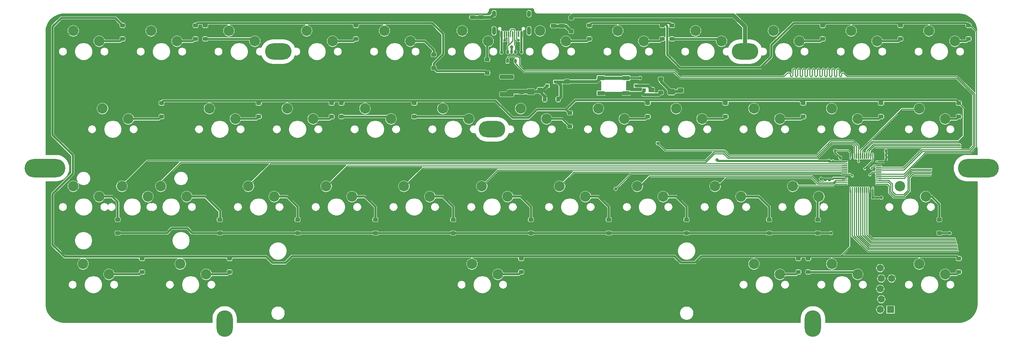
<source format=gbr>
G04 #@! TF.GenerationSoftware,KiCad,Pcbnew,5.1.4*
G04 #@! TF.CreationDate,2019-09-14T03:30:04-03:00*
G04 #@! TF.ProjectId,hammerhead,68616d6d-6572-4686-9561-642e6b696361,V0.2*
G04 #@! TF.SameCoordinates,Original*
G04 #@! TF.FileFunction,Copper,L1,Top*
G04 #@! TF.FilePolarity,Positive*
%FSLAX46Y46*%
G04 Gerber Fmt 4.6, Leading zero omitted, Abs format (unit mm)*
G04 Created by KiCad (PCBNEW 5.1.4) date 2019-09-14 03:30:04*
%MOMM*%
%LPD*%
G04 APERTURE LIST*
%ADD10R,1.778000X1.778000*%
%ADD11C,1.778000*%
%ADD12C,0.254000*%
%ADD13C,0.975000*%
%ADD14C,1.425000*%
%ADD15C,0.590000*%
%ADD16C,2.540000*%
%ADD17C,0.300000*%
%ADD18R,1.475000X0.300000*%
%ADD19O,1.000000X2.100000*%
%ADD20O,1.000000X1.600000*%
%ADD21C,0.600000*%
%ADD22C,1.000000*%
%ADD23R,0.900000X0.800000*%
%ADD24C,0.650000*%
%ADD25R,0.650000X1.060000*%
%ADD26R,1.800000X1.100000*%
%ADD27O,6.500000X4.000000*%
%ADD28O,10.000000X4.500001*%
%ADD29O,4.000000X6.500000*%
%ADD30C,1.125000*%
%ADD31C,1.150000*%
%ADD32C,0.800000*%
%ADD33C,0.508000*%
%ADD34C,0.762000*%
%ADD35C,0.381000*%
%ADD36C,0.508000*%
%ADD37C,1.016000*%
%ADD38C,0.127000*%
G04 APERTURE END LIST*
D10*
X243474875Y-130556000D03*
D11*
X240934875Y-130556000D03*
X241188875Y-128016000D03*
X240934875Y-125476000D03*
X241188875Y-122936000D03*
X240934875Y-120396000D03*
X243474875Y-120396000D03*
X243728875Y-122936000D03*
X243474875Y-125476000D03*
X243728875Y-128016000D03*
D12*
G36*
X161420892Y-58647174D02*
G01*
X161444553Y-58650684D01*
X161467757Y-58656496D01*
X161490279Y-58664554D01*
X161511903Y-58674782D01*
X161532420Y-58687079D01*
X161551633Y-58701329D01*
X161569357Y-58717393D01*
X161585421Y-58735117D01*
X161599671Y-58754330D01*
X161611968Y-58774847D01*
X161622196Y-58796471D01*
X161630254Y-58818993D01*
X161636066Y-58842197D01*
X161639576Y-58865858D01*
X161640750Y-58889750D01*
X161640750Y-59377250D01*
X161639576Y-59401142D01*
X161636066Y-59424803D01*
X161630254Y-59448007D01*
X161622196Y-59470529D01*
X161611968Y-59492153D01*
X161599671Y-59512670D01*
X161585421Y-59531883D01*
X161569357Y-59549607D01*
X161551633Y-59565671D01*
X161532420Y-59579921D01*
X161511903Y-59592218D01*
X161490279Y-59602446D01*
X161467757Y-59610504D01*
X161444553Y-59616316D01*
X161420892Y-59619826D01*
X161397000Y-59621000D01*
X160484500Y-59621000D01*
X160460608Y-59619826D01*
X160436947Y-59616316D01*
X160413743Y-59610504D01*
X160391221Y-59602446D01*
X160369597Y-59592218D01*
X160349080Y-59579921D01*
X160329867Y-59565671D01*
X160312143Y-59549607D01*
X160296079Y-59531883D01*
X160281829Y-59512670D01*
X160269532Y-59492153D01*
X160259304Y-59470529D01*
X160251246Y-59448007D01*
X160245434Y-59424803D01*
X160241924Y-59401142D01*
X160240750Y-59377250D01*
X160240750Y-58889750D01*
X160241924Y-58865858D01*
X160245434Y-58842197D01*
X160251246Y-58818993D01*
X160259304Y-58796471D01*
X160269532Y-58774847D01*
X160281829Y-58754330D01*
X160296079Y-58735117D01*
X160312143Y-58717393D01*
X160329867Y-58701329D01*
X160349080Y-58687079D01*
X160369597Y-58674782D01*
X160391221Y-58664554D01*
X160413743Y-58656496D01*
X160436947Y-58650684D01*
X160460608Y-58647174D01*
X160484500Y-58646000D01*
X161397000Y-58646000D01*
X161420892Y-58647174D01*
X161420892Y-58647174D01*
G37*
D13*
X160940750Y-59133500D03*
D12*
G36*
X161420892Y-60522174D02*
G01*
X161444553Y-60525684D01*
X161467757Y-60531496D01*
X161490279Y-60539554D01*
X161511903Y-60549782D01*
X161532420Y-60562079D01*
X161551633Y-60576329D01*
X161569357Y-60592393D01*
X161585421Y-60610117D01*
X161599671Y-60629330D01*
X161611968Y-60649847D01*
X161622196Y-60671471D01*
X161630254Y-60693993D01*
X161636066Y-60717197D01*
X161639576Y-60740858D01*
X161640750Y-60764750D01*
X161640750Y-61252250D01*
X161639576Y-61276142D01*
X161636066Y-61299803D01*
X161630254Y-61323007D01*
X161622196Y-61345529D01*
X161611968Y-61367153D01*
X161599671Y-61387670D01*
X161585421Y-61406883D01*
X161569357Y-61424607D01*
X161551633Y-61440671D01*
X161532420Y-61454921D01*
X161511903Y-61467218D01*
X161490279Y-61477446D01*
X161467757Y-61485504D01*
X161444553Y-61491316D01*
X161420892Y-61494826D01*
X161397000Y-61496000D01*
X160484500Y-61496000D01*
X160460608Y-61494826D01*
X160436947Y-61491316D01*
X160413743Y-61485504D01*
X160391221Y-61477446D01*
X160369597Y-61467218D01*
X160349080Y-61454921D01*
X160329867Y-61440671D01*
X160312143Y-61424607D01*
X160296079Y-61406883D01*
X160281829Y-61387670D01*
X160269532Y-61367153D01*
X160259304Y-61345529D01*
X160251246Y-61323007D01*
X160245434Y-61299803D01*
X160241924Y-61276142D01*
X160240750Y-61252250D01*
X160240750Y-60764750D01*
X160241924Y-60740858D01*
X160245434Y-60717197D01*
X160251246Y-60693993D01*
X160259304Y-60671471D01*
X160269532Y-60649847D01*
X160281829Y-60629330D01*
X160296079Y-60610117D01*
X160312143Y-60592393D01*
X160329867Y-60576329D01*
X160349080Y-60562079D01*
X160369597Y-60549782D01*
X160391221Y-60539554D01*
X160413743Y-60531496D01*
X160436947Y-60525684D01*
X160460608Y-60522174D01*
X160484500Y-60521000D01*
X161397000Y-60521000D01*
X161420892Y-60522174D01*
X161420892Y-60522174D01*
G37*
D13*
X160940750Y-61008500D03*
D12*
G36*
X143640892Y-60268174D02*
G01*
X143664553Y-60271684D01*
X143687757Y-60277496D01*
X143710279Y-60285554D01*
X143731903Y-60295782D01*
X143752420Y-60308079D01*
X143771633Y-60322329D01*
X143789357Y-60338393D01*
X143805421Y-60356117D01*
X143819671Y-60375330D01*
X143831968Y-60395847D01*
X143842196Y-60417471D01*
X143850254Y-60439993D01*
X143856066Y-60463197D01*
X143859576Y-60486858D01*
X143860750Y-60510750D01*
X143860750Y-60998250D01*
X143859576Y-61022142D01*
X143856066Y-61045803D01*
X143850254Y-61069007D01*
X143842196Y-61091529D01*
X143831968Y-61113153D01*
X143819671Y-61133670D01*
X143805421Y-61152883D01*
X143789357Y-61170607D01*
X143771633Y-61186671D01*
X143752420Y-61200921D01*
X143731903Y-61213218D01*
X143710279Y-61223446D01*
X143687757Y-61231504D01*
X143664553Y-61237316D01*
X143640892Y-61240826D01*
X143617000Y-61242000D01*
X142704500Y-61242000D01*
X142680608Y-61240826D01*
X142656947Y-61237316D01*
X142633743Y-61231504D01*
X142611221Y-61223446D01*
X142589597Y-61213218D01*
X142569080Y-61200921D01*
X142549867Y-61186671D01*
X142532143Y-61170607D01*
X142516079Y-61152883D01*
X142501829Y-61133670D01*
X142489532Y-61113153D01*
X142479304Y-61091529D01*
X142471246Y-61069007D01*
X142465434Y-61045803D01*
X142461924Y-61022142D01*
X142460750Y-60998250D01*
X142460750Y-60510750D01*
X142461924Y-60486858D01*
X142465434Y-60463197D01*
X142471246Y-60439993D01*
X142479304Y-60417471D01*
X142489532Y-60395847D01*
X142501829Y-60375330D01*
X142516079Y-60356117D01*
X142532143Y-60338393D01*
X142549867Y-60322329D01*
X142569080Y-60308079D01*
X142589597Y-60295782D01*
X142611221Y-60285554D01*
X142633743Y-60277496D01*
X142656947Y-60271684D01*
X142680608Y-60268174D01*
X142704500Y-60267000D01*
X143617000Y-60267000D01*
X143640892Y-60268174D01*
X143640892Y-60268174D01*
G37*
D13*
X143160750Y-60754500D03*
D12*
G36*
X143640892Y-58393174D02*
G01*
X143664553Y-58396684D01*
X143687757Y-58402496D01*
X143710279Y-58410554D01*
X143731903Y-58420782D01*
X143752420Y-58433079D01*
X143771633Y-58447329D01*
X143789357Y-58463393D01*
X143805421Y-58481117D01*
X143819671Y-58500330D01*
X143831968Y-58520847D01*
X143842196Y-58542471D01*
X143850254Y-58564993D01*
X143856066Y-58588197D01*
X143859576Y-58611858D01*
X143860750Y-58635750D01*
X143860750Y-59123250D01*
X143859576Y-59147142D01*
X143856066Y-59170803D01*
X143850254Y-59194007D01*
X143842196Y-59216529D01*
X143831968Y-59238153D01*
X143819671Y-59258670D01*
X143805421Y-59277883D01*
X143789357Y-59295607D01*
X143771633Y-59311671D01*
X143752420Y-59325921D01*
X143731903Y-59338218D01*
X143710279Y-59348446D01*
X143687757Y-59356504D01*
X143664553Y-59362316D01*
X143640892Y-59365826D01*
X143617000Y-59367000D01*
X142704500Y-59367000D01*
X142680608Y-59365826D01*
X142656947Y-59362316D01*
X142633743Y-59356504D01*
X142611221Y-59348446D01*
X142589597Y-59338218D01*
X142569080Y-59325921D01*
X142549867Y-59311671D01*
X142532143Y-59295607D01*
X142516079Y-59277883D01*
X142501829Y-59258670D01*
X142489532Y-59238153D01*
X142479304Y-59216529D01*
X142471246Y-59194007D01*
X142465434Y-59170803D01*
X142461924Y-59147142D01*
X142460750Y-59123250D01*
X142460750Y-58635750D01*
X142461924Y-58611858D01*
X142465434Y-58588197D01*
X142471246Y-58564993D01*
X142479304Y-58542471D01*
X142489532Y-58520847D01*
X142501829Y-58500330D01*
X142516079Y-58481117D01*
X142532143Y-58463393D01*
X142549867Y-58447329D01*
X142569080Y-58433079D01*
X142589597Y-58420782D01*
X142611221Y-58410554D01*
X142633743Y-58402496D01*
X142656947Y-58396684D01*
X142680608Y-58393174D01*
X142704500Y-58392000D01*
X143617000Y-58392000D01*
X143640892Y-58393174D01*
X143640892Y-58393174D01*
G37*
D13*
X143160750Y-58879500D03*
D12*
G36*
X156065754Y-76420579D02*
G01*
X156090023Y-76424179D01*
X156113821Y-76430140D01*
X156136921Y-76438405D01*
X156159099Y-76448895D01*
X156180143Y-76461508D01*
X156199848Y-76476122D01*
X156218027Y-76492598D01*
X156234503Y-76510777D01*
X156249117Y-76530482D01*
X156261730Y-76551526D01*
X156272220Y-76573704D01*
X156280485Y-76596804D01*
X156286446Y-76620602D01*
X156290046Y-76644871D01*
X156291250Y-76669375D01*
X156291250Y-77594375D01*
X156290046Y-77618879D01*
X156286446Y-77643148D01*
X156280485Y-77666946D01*
X156272220Y-77690046D01*
X156261730Y-77712224D01*
X156249117Y-77733268D01*
X156234503Y-77752973D01*
X156218027Y-77771152D01*
X156199848Y-77787628D01*
X156180143Y-77802242D01*
X156159099Y-77814855D01*
X156136921Y-77825345D01*
X156113821Y-77833610D01*
X156090023Y-77839571D01*
X156065754Y-77843171D01*
X156041250Y-77844375D01*
X154791250Y-77844375D01*
X154766746Y-77843171D01*
X154742477Y-77839571D01*
X154718679Y-77833610D01*
X154695579Y-77825345D01*
X154673401Y-77814855D01*
X154652357Y-77802242D01*
X154632652Y-77787628D01*
X154614473Y-77771152D01*
X154597997Y-77752973D01*
X154583383Y-77733268D01*
X154570770Y-77712224D01*
X154560280Y-77690046D01*
X154552015Y-77666946D01*
X154546054Y-77643148D01*
X154542454Y-77618879D01*
X154541250Y-77594375D01*
X154541250Y-76669375D01*
X154542454Y-76644871D01*
X154546054Y-76620602D01*
X154552015Y-76596804D01*
X154560280Y-76573704D01*
X154570770Y-76551526D01*
X154583383Y-76530482D01*
X154597997Y-76510777D01*
X154614473Y-76492598D01*
X154632652Y-76476122D01*
X154652357Y-76461508D01*
X154673401Y-76448895D01*
X154695579Y-76438405D01*
X154718679Y-76430140D01*
X154742477Y-76424179D01*
X154766746Y-76420579D01*
X154791250Y-76419375D01*
X156041250Y-76419375D01*
X156065754Y-76420579D01*
X156065754Y-76420579D01*
G37*
D14*
X155416250Y-77131875D03*
D12*
G36*
X156065754Y-73445579D02*
G01*
X156090023Y-73449179D01*
X156113821Y-73455140D01*
X156136921Y-73463405D01*
X156159099Y-73473895D01*
X156180143Y-73486508D01*
X156199848Y-73501122D01*
X156218027Y-73517598D01*
X156234503Y-73535777D01*
X156249117Y-73555482D01*
X156261730Y-73576526D01*
X156272220Y-73598704D01*
X156280485Y-73621804D01*
X156286446Y-73645602D01*
X156290046Y-73669871D01*
X156291250Y-73694375D01*
X156291250Y-74619375D01*
X156290046Y-74643879D01*
X156286446Y-74668148D01*
X156280485Y-74691946D01*
X156272220Y-74715046D01*
X156261730Y-74737224D01*
X156249117Y-74758268D01*
X156234503Y-74777973D01*
X156218027Y-74796152D01*
X156199848Y-74812628D01*
X156180143Y-74827242D01*
X156159099Y-74839855D01*
X156136921Y-74850345D01*
X156113821Y-74858610D01*
X156090023Y-74864571D01*
X156065754Y-74868171D01*
X156041250Y-74869375D01*
X154791250Y-74869375D01*
X154766746Y-74868171D01*
X154742477Y-74864571D01*
X154718679Y-74858610D01*
X154695579Y-74850345D01*
X154673401Y-74839855D01*
X154652357Y-74827242D01*
X154632652Y-74812628D01*
X154614473Y-74796152D01*
X154597997Y-74777973D01*
X154583383Y-74758268D01*
X154570770Y-74737224D01*
X154560280Y-74715046D01*
X154552015Y-74691946D01*
X154546054Y-74668148D01*
X154542454Y-74643879D01*
X154541250Y-74619375D01*
X154541250Y-73694375D01*
X154542454Y-73669871D01*
X154546054Y-73645602D01*
X154552015Y-73621804D01*
X154560280Y-73598704D01*
X154570770Y-73576526D01*
X154583383Y-73555482D01*
X154597997Y-73535777D01*
X154614473Y-73517598D01*
X154632652Y-73501122D01*
X154652357Y-73486508D01*
X154673401Y-73473895D01*
X154695579Y-73463405D01*
X154718679Y-73455140D01*
X154742477Y-73449179D01*
X154766746Y-73445579D01*
X154791250Y-73444375D01*
X156041250Y-73444375D01*
X156065754Y-73445579D01*
X156065754Y-73445579D01*
G37*
D14*
X155416250Y-74156875D03*
D12*
G36*
X149189708Y-64244710D02*
G01*
X149204026Y-64246834D01*
X149218067Y-64250351D01*
X149231696Y-64255228D01*
X149244781Y-64261417D01*
X149257197Y-64268858D01*
X149268823Y-64277481D01*
X149279548Y-64287202D01*
X149289269Y-64297927D01*
X149297892Y-64309553D01*
X149305333Y-64321969D01*
X149311522Y-64335054D01*
X149316399Y-64348683D01*
X149319916Y-64362724D01*
X149322040Y-64377042D01*
X149322750Y-64391500D01*
X149322750Y-64686500D01*
X149322040Y-64700958D01*
X149319916Y-64715276D01*
X149316399Y-64729317D01*
X149311522Y-64742946D01*
X149305333Y-64756031D01*
X149297892Y-64768447D01*
X149289269Y-64780073D01*
X149279548Y-64790798D01*
X149268823Y-64800519D01*
X149257197Y-64809142D01*
X149244781Y-64816583D01*
X149231696Y-64822772D01*
X149218067Y-64827649D01*
X149204026Y-64831166D01*
X149189708Y-64833290D01*
X149175250Y-64834000D01*
X148830250Y-64834000D01*
X148815792Y-64833290D01*
X148801474Y-64831166D01*
X148787433Y-64827649D01*
X148773804Y-64822772D01*
X148760719Y-64816583D01*
X148748303Y-64809142D01*
X148736677Y-64800519D01*
X148725952Y-64790798D01*
X148716231Y-64780073D01*
X148707608Y-64768447D01*
X148700167Y-64756031D01*
X148693978Y-64742946D01*
X148689101Y-64729317D01*
X148685584Y-64715276D01*
X148683460Y-64700958D01*
X148682750Y-64686500D01*
X148682750Y-64391500D01*
X148683460Y-64377042D01*
X148685584Y-64362724D01*
X148689101Y-64348683D01*
X148693978Y-64335054D01*
X148700167Y-64321969D01*
X148707608Y-64309553D01*
X148716231Y-64297927D01*
X148725952Y-64287202D01*
X148736677Y-64277481D01*
X148748303Y-64268858D01*
X148760719Y-64261417D01*
X148773804Y-64255228D01*
X148787433Y-64250351D01*
X148801474Y-64246834D01*
X148815792Y-64244710D01*
X148830250Y-64244000D01*
X149175250Y-64244000D01*
X149189708Y-64244710D01*
X149189708Y-64244710D01*
G37*
D15*
X149002750Y-64539000D03*
D12*
G36*
X149189708Y-65214710D02*
G01*
X149204026Y-65216834D01*
X149218067Y-65220351D01*
X149231696Y-65225228D01*
X149244781Y-65231417D01*
X149257197Y-65238858D01*
X149268823Y-65247481D01*
X149279548Y-65257202D01*
X149289269Y-65267927D01*
X149297892Y-65279553D01*
X149305333Y-65291969D01*
X149311522Y-65305054D01*
X149316399Y-65318683D01*
X149319916Y-65332724D01*
X149322040Y-65347042D01*
X149322750Y-65361500D01*
X149322750Y-65656500D01*
X149322040Y-65670958D01*
X149319916Y-65685276D01*
X149316399Y-65699317D01*
X149311522Y-65712946D01*
X149305333Y-65726031D01*
X149297892Y-65738447D01*
X149289269Y-65750073D01*
X149279548Y-65760798D01*
X149268823Y-65770519D01*
X149257197Y-65779142D01*
X149244781Y-65786583D01*
X149231696Y-65792772D01*
X149218067Y-65797649D01*
X149204026Y-65801166D01*
X149189708Y-65803290D01*
X149175250Y-65804000D01*
X148830250Y-65804000D01*
X148815792Y-65803290D01*
X148801474Y-65801166D01*
X148787433Y-65797649D01*
X148773804Y-65792772D01*
X148760719Y-65786583D01*
X148748303Y-65779142D01*
X148736677Y-65770519D01*
X148725952Y-65760798D01*
X148716231Y-65750073D01*
X148707608Y-65738447D01*
X148700167Y-65726031D01*
X148693978Y-65712946D01*
X148689101Y-65699317D01*
X148685584Y-65685276D01*
X148683460Y-65670958D01*
X148682750Y-65656500D01*
X148682750Y-65361500D01*
X148683460Y-65347042D01*
X148685584Y-65332724D01*
X148689101Y-65318683D01*
X148693978Y-65305054D01*
X148700167Y-65291969D01*
X148707608Y-65279553D01*
X148716231Y-65267927D01*
X148725952Y-65257202D01*
X148736677Y-65247481D01*
X148748303Y-65238858D01*
X148760719Y-65231417D01*
X148773804Y-65225228D01*
X148787433Y-65220351D01*
X148801474Y-65216834D01*
X148815792Y-65214710D01*
X148830250Y-65214000D01*
X149175250Y-65214000D01*
X149189708Y-65214710D01*
X149189708Y-65214710D01*
G37*
D15*
X149002750Y-65509000D03*
D12*
G36*
X152491708Y-64244710D02*
G01*
X152506026Y-64246834D01*
X152520067Y-64250351D01*
X152533696Y-64255228D01*
X152546781Y-64261417D01*
X152559197Y-64268858D01*
X152570823Y-64277481D01*
X152581548Y-64287202D01*
X152591269Y-64297927D01*
X152599892Y-64309553D01*
X152607333Y-64321969D01*
X152613522Y-64335054D01*
X152618399Y-64348683D01*
X152621916Y-64362724D01*
X152624040Y-64377042D01*
X152624750Y-64391500D01*
X152624750Y-64686500D01*
X152624040Y-64700958D01*
X152621916Y-64715276D01*
X152618399Y-64729317D01*
X152613522Y-64742946D01*
X152607333Y-64756031D01*
X152599892Y-64768447D01*
X152591269Y-64780073D01*
X152581548Y-64790798D01*
X152570823Y-64800519D01*
X152559197Y-64809142D01*
X152546781Y-64816583D01*
X152533696Y-64822772D01*
X152520067Y-64827649D01*
X152506026Y-64831166D01*
X152491708Y-64833290D01*
X152477250Y-64834000D01*
X152132250Y-64834000D01*
X152117792Y-64833290D01*
X152103474Y-64831166D01*
X152089433Y-64827649D01*
X152075804Y-64822772D01*
X152062719Y-64816583D01*
X152050303Y-64809142D01*
X152038677Y-64800519D01*
X152027952Y-64790798D01*
X152018231Y-64780073D01*
X152009608Y-64768447D01*
X152002167Y-64756031D01*
X151995978Y-64742946D01*
X151991101Y-64729317D01*
X151987584Y-64715276D01*
X151985460Y-64700958D01*
X151984750Y-64686500D01*
X151984750Y-64391500D01*
X151985460Y-64377042D01*
X151987584Y-64362724D01*
X151991101Y-64348683D01*
X151995978Y-64335054D01*
X152002167Y-64321969D01*
X152009608Y-64309553D01*
X152018231Y-64297927D01*
X152027952Y-64287202D01*
X152038677Y-64277481D01*
X152050303Y-64268858D01*
X152062719Y-64261417D01*
X152075804Y-64255228D01*
X152089433Y-64250351D01*
X152103474Y-64246834D01*
X152117792Y-64244710D01*
X152132250Y-64244000D01*
X152477250Y-64244000D01*
X152491708Y-64244710D01*
X152491708Y-64244710D01*
G37*
D15*
X152304750Y-64539000D03*
D12*
G36*
X152491708Y-65214710D02*
G01*
X152506026Y-65216834D01*
X152520067Y-65220351D01*
X152533696Y-65225228D01*
X152546781Y-65231417D01*
X152559197Y-65238858D01*
X152570823Y-65247481D01*
X152581548Y-65257202D01*
X152591269Y-65267927D01*
X152599892Y-65279553D01*
X152607333Y-65291969D01*
X152613522Y-65305054D01*
X152618399Y-65318683D01*
X152621916Y-65332724D01*
X152624040Y-65347042D01*
X152624750Y-65361500D01*
X152624750Y-65656500D01*
X152624040Y-65670958D01*
X152621916Y-65685276D01*
X152618399Y-65699317D01*
X152613522Y-65712946D01*
X152607333Y-65726031D01*
X152599892Y-65738447D01*
X152591269Y-65750073D01*
X152581548Y-65760798D01*
X152570823Y-65770519D01*
X152559197Y-65779142D01*
X152546781Y-65786583D01*
X152533696Y-65792772D01*
X152520067Y-65797649D01*
X152506026Y-65801166D01*
X152491708Y-65803290D01*
X152477250Y-65804000D01*
X152132250Y-65804000D01*
X152117792Y-65803290D01*
X152103474Y-65801166D01*
X152089433Y-65797649D01*
X152075804Y-65792772D01*
X152062719Y-65786583D01*
X152050303Y-65779142D01*
X152038677Y-65770519D01*
X152027952Y-65760798D01*
X152018231Y-65750073D01*
X152009608Y-65738447D01*
X152002167Y-65726031D01*
X151995978Y-65712946D01*
X151991101Y-65699317D01*
X151987584Y-65685276D01*
X151985460Y-65670958D01*
X151984750Y-65656500D01*
X151984750Y-65361500D01*
X151985460Y-65347042D01*
X151987584Y-65332724D01*
X151991101Y-65318683D01*
X151995978Y-65305054D01*
X152002167Y-65291969D01*
X152009608Y-65279553D01*
X152018231Y-65267927D01*
X152027952Y-65257202D01*
X152038677Y-65247481D01*
X152050303Y-65238858D01*
X152062719Y-65231417D01*
X152075804Y-65225228D01*
X152089433Y-65220351D01*
X152103474Y-65216834D01*
X152117792Y-65214710D01*
X152132250Y-65214000D01*
X152477250Y-65214000D01*
X152491708Y-65214710D01*
X152491708Y-65214710D01*
G37*
D15*
X152304750Y-65509000D03*
D16*
X216376250Y-83820000D03*
X210026250Y-81280000D03*
X245745000Y-100330000D03*
X252095000Y-102870000D03*
X140970000Y-119380000D03*
X147320000Y-121920000D03*
X55245000Y-100330000D03*
X61595000Y-102870000D03*
X64770000Y-100330000D03*
X71120000Y-102870000D03*
X168751250Y-102870000D03*
X162401250Y-100330000D03*
X187801250Y-102870000D03*
X181451250Y-100330000D03*
X50482500Y-81280000D03*
X56832500Y-83820000D03*
X250507500Y-81280000D03*
X256857500Y-83820000D03*
D12*
G36*
X233643454Y-92176347D02*
G01*
X233658015Y-92178507D01*
X233672294Y-92182084D01*
X233686154Y-92187043D01*
X233699461Y-92193337D01*
X233712087Y-92200905D01*
X233723910Y-92209673D01*
X233734817Y-92219559D01*
X233744703Y-92230466D01*
X233753471Y-92242289D01*
X233761039Y-92254915D01*
X233767333Y-92268222D01*
X233772292Y-92282082D01*
X233775869Y-92296361D01*
X233778029Y-92310922D01*
X233778751Y-92325625D01*
X233778751Y-93500625D01*
X233778029Y-93515328D01*
X233775869Y-93529889D01*
X233772292Y-93544168D01*
X233767333Y-93558028D01*
X233761039Y-93571335D01*
X233753471Y-93583961D01*
X233744703Y-93595784D01*
X233734817Y-93606691D01*
X233723910Y-93616577D01*
X233712087Y-93625345D01*
X233699461Y-93632913D01*
X233686154Y-93639207D01*
X233672294Y-93644166D01*
X233658015Y-93647743D01*
X233643454Y-93649903D01*
X233628751Y-93650625D01*
X233628749Y-93650625D01*
X233614046Y-93649903D01*
X233599485Y-93647743D01*
X233585206Y-93644166D01*
X233571346Y-93639207D01*
X233558039Y-93632913D01*
X233545413Y-93625345D01*
X233533590Y-93616577D01*
X233522683Y-93606691D01*
X233512797Y-93595784D01*
X233504029Y-93583961D01*
X233496461Y-93571335D01*
X233490167Y-93558028D01*
X233485208Y-93544168D01*
X233481631Y-93529889D01*
X233479471Y-93515328D01*
X233478749Y-93500625D01*
X233478749Y-92325625D01*
X233479471Y-92310922D01*
X233481631Y-92296361D01*
X233485208Y-92282082D01*
X233490167Y-92268222D01*
X233496461Y-92254915D01*
X233504029Y-92242289D01*
X233512797Y-92230466D01*
X233522683Y-92219559D01*
X233533590Y-92209673D01*
X233545413Y-92200905D01*
X233558039Y-92193337D01*
X233571346Y-92187043D01*
X233585206Y-92182084D01*
X233599485Y-92178507D01*
X233614046Y-92176347D01*
X233628749Y-92175625D01*
X233628751Y-92175625D01*
X233643454Y-92176347D01*
X233643454Y-92176347D01*
G37*
D17*
X233628750Y-92913125D03*
D12*
G36*
X234143454Y-92176347D02*
G01*
X234158015Y-92178507D01*
X234172294Y-92182084D01*
X234186154Y-92187043D01*
X234199461Y-92193337D01*
X234212087Y-92200905D01*
X234223910Y-92209673D01*
X234234817Y-92219559D01*
X234244703Y-92230466D01*
X234253471Y-92242289D01*
X234261039Y-92254915D01*
X234267333Y-92268222D01*
X234272292Y-92282082D01*
X234275869Y-92296361D01*
X234278029Y-92310922D01*
X234278751Y-92325625D01*
X234278751Y-93500625D01*
X234278029Y-93515328D01*
X234275869Y-93529889D01*
X234272292Y-93544168D01*
X234267333Y-93558028D01*
X234261039Y-93571335D01*
X234253471Y-93583961D01*
X234244703Y-93595784D01*
X234234817Y-93606691D01*
X234223910Y-93616577D01*
X234212087Y-93625345D01*
X234199461Y-93632913D01*
X234186154Y-93639207D01*
X234172294Y-93644166D01*
X234158015Y-93647743D01*
X234143454Y-93649903D01*
X234128751Y-93650625D01*
X234128749Y-93650625D01*
X234114046Y-93649903D01*
X234099485Y-93647743D01*
X234085206Y-93644166D01*
X234071346Y-93639207D01*
X234058039Y-93632913D01*
X234045413Y-93625345D01*
X234033590Y-93616577D01*
X234022683Y-93606691D01*
X234012797Y-93595784D01*
X234004029Y-93583961D01*
X233996461Y-93571335D01*
X233990167Y-93558028D01*
X233985208Y-93544168D01*
X233981631Y-93529889D01*
X233979471Y-93515328D01*
X233978749Y-93500625D01*
X233978749Y-92325625D01*
X233979471Y-92310922D01*
X233981631Y-92296361D01*
X233985208Y-92282082D01*
X233990167Y-92268222D01*
X233996461Y-92254915D01*
X234004029Y-92242289D01*
X234012797Y-92230466D01*
X234022683Y-92219559D01*
X234033590Y-92209673D01*
X234045413Y-92200905D01*
X234058039Y-92193337D01*
X234071346Y-92187043D01*
X234085206Y-92182084D01*
X234099485Y-92178507D01*
X234114046Y-92176347D01*
X234128749Y-92175625D01*
X234128751Y-92175625D01*
X234143454Y-92176347D01*
X234143454Y-92176347D01*
G37*
D17*
X234128750Y-92913125D03*
D12*
G36*
X234643454Y-92176347D02*
G01*
X234658015Y-92178507D01*
X234672294Y-92182084D01*
X234686154Y-92187043D01*
X234699461Y-92193337D01*
X234712087Y-92200905D01*
X234723910Y-92209673D01*
X234734817Y-92219559D01*
X234744703Y-92230466D01*
X234753471Y-92242289D01*
X234761039Y-92254915D01*
X234767333Y-92268222D01*
X234772292Y-92282082D01*
X234775869Y-92296361D01*
X234778029Y-92310922D01*
X234778751Y-92325625D01*
X234778751Y-93500625D01*
X234778029Y-93515328D01*
X234775869Y-93529889D01*
X234772292Y-93544168D01*
X234767333Y-93558028D01*
X234761039Y-93571335D01*
X234753471Y-93583961D01*
X234744703Y-93595784D01*
X234734817Y-93606691D01*
X234723910Y-93616577D01*
X234712087Y-93625345D01*
X234699461Y-93632913D01*
X234686154Y-93639207D01*
X234672294Y-93644166D01*
X234658015Y-93647743D01*
X234643454Y-93649903D01*
X234628751Y-93650625D01*
X234628749Y-93650625D01*
X234614046Y-93649903D01*
X234599485Y-93647743D01*
X234585206Y-93644166D01*
X234571346Y-93639207D01*
X234558039Y-93632913D01*
X234545413Y-93625345D01*
X234533590Y-93616577D01*
X234522683Y-93606691D01*
X234512797Y-93595784D01*
X234504029Y-93583961D01*
X234496461Y-93571335D01*
X234490167Y-93558028D01*
X234485208Y-93544168D01*
X234481631Y-93529889D01*
X234479471Y-93515328D01*
X234478749Y-93500625D01*
X234478749Y-92325625D01*
X234479471Y-92310922D01*
X234481631Y-92296361D01*
X234485208Y-92282082D01*
X234490167Y-92268222D01*
X234496461Y-92254915D01*
X234504029Y-92242289D01*
X234512797Y-92230466D01*
X234522683Y-92219559D01*
X234533590Y-92209673D01*
X234545413Y-92200905D01*
X234558039Y-92193337D01*
X234571346Y-92187043D01*
X234585206Y-92182084D01*
X234599485Y-92178507D01*
X234614046Y-92176347D01*
X234628749Y-92175625D01*
X234628751Y-92175625D01*
X234643454Y-92176347D01*
X234643454Y-92176347D01*
G37*
D17*
X234628750Y-92913125D03*
D12*
G36*
X235143454Y-92176347D02*
G01*
X235158015Y-92178507D01*
X235172294Y-92182084D01*
X235186154Y-92187043D01*
X235199461Y-92193337D01*
X235212087Y-92200905D01*
X235223910Y-92209673D01*
X235234817Y-92219559D01*
X235244703Y-92230466D01*
X235253471Y-92242289D01*
X235261039Y-92254915D01*
X235267333Y-92268222D01*
X235272292Y-92282082D01*
X235275869Y-92296361D01*
X235278029Y-92310922D01*
X235278751Y-92325625D01*
X235278751Y-93500625D01*
X235278029Y-93515328D01*
X235275869Y-93529889D01*
X235272292Y-93544168D01*
X235267333Y-93558028D01*
X235261039Y-93571335D01*
X235253471Y-93583961D01*
X235244703Y-93595784D01*
X235234817Y-93606691D01*
X235223910Y-93616577D01*
X235212087Y-93625345D01*
X235199461Y-93632913D01*
X235186154Y-93639207D01*
X235172294Y-93644166D01*
X235158015Y-93647743D01*
X235143454Y-93649903D01*
X235128751Y-93650625D01*
X235128749Y-93650625D01*
X235114046Y-93649903D01*
X235099485Y-93647743D01*
X235085206Y-93644166D01*
X235071346Y-93639207D01*
X235058039Y-93632913D01*
X235045413Y-93625345D01*
X235033590Y-93616577D01*
X235022683Y-93606691D01*
X235012797Y-93595784D01*
X235004029Y-93583961D01*
X234996461Y-93571335D01*
X234990167Y-93558028D01*
X234985208Y-93544168D01*
X234981631Y-93529889D01*
X234979471Y-93515328D01*
X234978749Y-93500625D01*
X234978749Y-92325625D01*
X234979471Y-92310922D01*
X234981631Y-92296361D01*
X234985208Y-92282082D01*
X234990167Y-92268222D01*
X234996461Y-92254915D01*
X235004029Y-92242289D01*
X235012797Y-92230466D01*
X235022683Y-92219559D01*
X235033590Y-92209673D01*
X235045413Y-92200905D01*
X235058039Y-92193337D01*
X235071346Y-92187043D01*
X235085206Y-92182084D01*
X235099485Y-92178507D01*
X235114046Y-92176347D01*
X235128749Y-92175625D01*
X235128751Y-92175625D01*
X235143454Y-92176347D01*
X235143454Y-92176347D01*
G37*
D17*
X235128750Y-92913125D03*
D12*
G36*
X235643454Y-92176347D02*
G01*
X235658015Y-92178507D01*
X235672294Y-92182084D01*
X235686154Y-92187043D01*
X235699461Y-92193337D01*
X235712087Y-92200905D01*
X235723910Y-92209673D01*
X235734817Y-92219559D01*
X235744703Y-92230466D01*
X235753471Y-92242289D01*
X235761039Y-92254915D01*
X235767333Y-92268222D01*
X235772292Y-92282082D01*
X235775869Y-92296361D01*
X235778029Y-92310922D01*
X235778751Y-92325625D01*
X235778751Y-93500625D01*
X235778029Y-93515328D01*
X235775869Y-93529889D01*
X235772292Y-93544168D01*
X235767333Y-93558028D01*
X235761039Y-93571335D01*
X235753471Y-93583961D01*
X235744703Y-93595784D01*
X235734817Y-93606691D01*
X235723910Y-93616577D01*
X235712087Y-93625345D01*
X235699461Y-93632913D01*
X235686154Y-93639207D01*
X235672294Y-93644166D01*
X235658015Y-93647743D01*
X235643454Y-93649903D01*
X235628751Y-93650625D01*
X235628749Y-93650625D01*
X235614046Y-93649903D01*
X235599485Y-93647743D01*
X235585206Y-93644166D01*
X235571346Y-93639207D01*
X235558039Y-93632913D01*
X235545413Y-93625345D01*
X235533590Y-93616577D01*
X235522683Y-93606691D01*
X235512797Y-93595784D01*
X235504029Y-93583961D01*
X235496461Y-93571335D01*
X235490167Y-93558028D01*
X235485208Y-93544168D01*
X235481631Y-93529889D01*
X235479471Y-93515328D01*
X235478749Y-93500625D01*
X235478749Y-92325625D01*
X235479471Y-92310922D01*
X235481631Y-92296361D01*
X235485208Y-92282082D01*
X235490167Y-92268222D01*
X235496461Y-92254915D01*
X235504029Y-92242289D01*
X235512797Y-92230466D01*
X235522683Y-92219559D01*
X235533590Y-92209673D01*
X235545413Y-92200905D01*
X235558039Y-92193337D01*
X235571346Y-92187043D01*
X235585206Y-92182084D01*
X235599485Y-92178507D01*
X235614046Y-92176347D01*
X235628749Y-92175625D01*
X235628751Y-92175625D01*
X235643454Y-92176347D01*
X235643454Y-92176347D01*
G37*
D17*
X235628750Y-92913125D03*
D12*
G36*
X236143454Y-92176347D02*
G01*
X236158015Y-92178507D01*
X236172294Y-92182084D01*
X236186154Y-92187043D01*
X236199461Y-92193337D01*
X236212087Y-92200905D01*
X236223910Y-92209673D01*
X236234817Y-92219559D01*
X236244703Y-92230466D01*
X236253471Y-92242289D01*
X236261039Y-92254915D01*
X236267333Y-92268222D01*
X236272292Y-92282082D01*
X236275869Y-92296361D01*
X236278029Y-92310922D01*
X236278751Y-92325625D01*
X236278751Y-93500625D01*
X236278029Y-93515328D01*
X236275869Y-93529889D01*
X236272292Y-93544168D01*
X236267333Y-93558028D01*
X236261039Y-93571335D01*
X236253471Y-93583961D01*
X236244703Y-93595784D01*
X236234817Y-93606691D01*
X236223910Y-93616577D01*
X236212087Y-93625345D01*
X236199461Y-93632913D01*
X236186154Y-93639207D01*
X236172294Y-93644166D01*
X236158015Y-93647743D01*
X236143454Y-93649903D01*
X236128751Y-93650625D01*
X236128749Y-93650625D01*
X236114046Y-93649903D01*
X236099485Y-93647743D01*
X236085206Y-93644166D01*
X236071346Y-93639207D01*
X236058039Y-93632913D01*
X236045413Y-93625345D01*
X236033590Y-93616577D01*
X236022683Y-93606691D01*
X236012797Y-93595784D01*
X236004029Y-93583961D01*
X235996461Y-93571335D01*
X235990167Y-93558028D01*
X235985208Y-93544168D01*
X235981631Y-93529889D01*
X235979471Y-93515328D01*
X235978749Y-93500625D01*
X235978749Y-92325625D01*
X235979471Y-92310922D01*
X235981631Y-92296361D01*
X235985208Y-92282082D01*
X235990167Y-92268222D01*
X235996461Y-92254915D01*
X236004029Y-92242289D01*
X236012797Y-92230466D01*
X236022683Y-92219559D01*
X236033590Y-92209673D01*
X236045413Y-92200905D01*
X236058039Y-92193337D01*
X236071346Y-92187043D01*
X236085206Y-92182084D01*
X236099485Y-92178507D01*
X236114046Y-92176347D01*
X236128749Y-92175625D01*
X236128751Y-92175625D01*
X236143454Y-92176347D01*
X236143454Y-92176347D01*
G37*
D17*
X236128750Y-92913125D03*
D12*
G36*
X236643454Y-92176347D02*
G01*
X236658015Y-92178507D01*
X236672294Y-92182084D01*
X236686154Y-92187043D01*
X236699461Y-92193337D01*
X236712087Y-92200905D01*
X236723910Y-92209673D01*
X236734817Y-92219559D01*
X236744703Y-92230466D01*
X236753471Y-92242289D01*
X236761039Y-92254915D01*
X236767333Y-92268222D01*
X236772292Y-92282082D01*
X236775869Y-92296361D01*
X236778029Y-92310922D01*
X236778751Y-92325625D01*
X236778751Y-93500625D01*
X236778029Y-93515328D01*
X236775869Y-93529889D01*
X236772292Y-93544168D01*
X236767333Y-93558028D01*
X236761039Y-93571335D01*
X236753471Y-93583961D01*
X236744703Y-93595784D01*
X236734817Y-93606691D01*
X236723910Y-93616577D01*
X236712087Y-93625345D01*
X236699461Y-93632913D01*
X236686154Y-93639207D01*
X236672294Y-93644166D01*
X236658015Y-93647743D01*
X236643454Y-93649903D01*
X236628751Y-93650625D01*
X236628749Y-93650625D01*
X236614046Y-93649903D01*
X236599485Y-93647743D01*
X236585206Y-93644166D01*
X236571346Y-93639207D01*
X236558039Y-93632913D01*
X236545413Y-93625345D01*
X236533590Y-93616577D01*
X236522683Y-93606691D01*
X236512797Y-93595784D01*
X236504029Y-93583961D01*
X236496461Y-93571335D01*
X236490167Y-93558028D01*
X236485208Y-93544168D01*
X236481631Y-93529889D01*
X236479471Y-93515328D01*
X236478749Y-93500625D01*
X236478749Y-92325625D01*
X236479471Y-92310922D01*
X236481631Y-92296361D01*
X236485208Y-92282082D01*
X236490167Y-92268222D01*
X236496461Y-92254915D01*
X236504029Y-92242289D01*
X236512797Y-92230466D01*
X236522683Y-92219559D01*
X236533590Y-92209673D01*
X236545413Y-92200905D01*
X236558039Y-92193337D01*
X236571346Y-92187043D01*
X236585206Y-92182084D01*
X236599485Y-92178507D01*
X236614046Y-92176347D01*
X236628749Y-92175625D01*
X236628751Y-92175625D01*
X236643454Y-92176347D01*
X236643454Y-92176347D01*
G37*
D17*
X236628750Y-92913125D03*
D12*
G36*
X237143454Y-92176347D02*
G01*
X237158015Y-92178507D01*
X237172294Y-92182084D01*
X237186154Y-92187043D01*
X237199461Y-92193337D01*
X237212087Y-92200905D01*
X237223910Y-92209673D01*
X237234817Y-92219559D01*
X237244703Y-92230466D01*
X237253471Y-92242289D01*
X237261039Y-92254915D01*
X237267333Y-92268222D01*
X237272292Y-92282082D01*
X237275869Y-92296361D01*
X237278029Y-92310922D01*
X237278751Y-92325625D01*
X237278751Y-93500625D01*
X237278029Y-93515328D01*
X237275869Y-93529889D01*
X237272292Y-93544168D01*
X237267333Y-93558028D01*
X237261039Y-93571335D01*
X237253471Y-93583961D01*
X237244703Y-93595784D01*
X237234817Y-93606691D01*
X237223910Y-93616577D01*
X237212087Y-93625345D01*
X237199461Y-93632913D01*
X237186154Y-93639207D01*
X237172294Y-93644166D01*
X237158015Y-93647743D01*
X237143454Y-93649903D01*
X237128751Y-93650625D01*
X237128749Y-93650625D01*
X237114046Y-93649903D01*
X237099485Y-93647743D01*
X237085206Y-93644166D01*
X237071346Y-93639207D01*
X237058039Y-93632913D01*
X237045413Y-93625345D01*
X237033590Y-93616577D01*
X237022683Y-93606691D01*
X237012797Y-93595784D01*
X237004029Y-93583961D01*
X236996461Y-93571335D01*
X236990167Y-93558028D01*
X236985208Y-93544168D01*
X236981631Y-93529889D01*
X236979471Y-93515328D01*
X236978749Y-93500625D01*
X236978749Y-92325625D01*
X236979471Y-92310922D01*
X236981631Y-92296361D01*
X236985208Y-92282082D01*
X236990167Y-92268222D01*
X236996461Y-92254915D01*
X237004029Y-92242289D01*
X237012797Y-92230466D01*
X237022683Y-92219559D01*
X237033590Y-92209673D01*
X237045413Y-92200905D01*
X237058039Y-92193337D01*
X237071346Y-92187043D01*
X237085206Y-92182084D01*
X237099485Y-92178507D01*
X237114046Y-92176347D01*
X237128749Y-92175625D01*
X237128751Y-92175625D01*
X237143454Y-92176347D01*
X237143454Y-92176347D01*
G37*
D17*
X237128750Y-92913125D03*
D12*
G36*
X237643454Y-92176347D02*
G01*
X237658015Y-92178507D01*
X237672294Y-92182084D01*
X237686154Y-92187043D01*
X237699461Y-92193337D01*
X237712087Y-92200905D01*
X237723910Y-92209673D01*
X237734817Y-92219559D01*
X237744703Y-92230466D01*
X237753471Y-92242289D01*
X237761039Y-92254915D01*
X237767333Y-92268222D01*
X237772292Y-92282082D01*
X237775869Y-92296361D01*
X237778029Y-92310922D01*
X237778751Y-92325625D01*
X237778751Y-93500625D01*
X237778029Y-93515328D01*
X237775869Y-93529889D01*
X237772292Y-93544168D01*
X237767333Y-93558028D01*
X237761039Y-93571335D01*
X237753471Y-93583961D01*
X237744703Y-93595784D01*
X237734817Y-93606691D01*
X237723910Y-93616577D01*
X237712087Y-93625345D01*
X237699461Y-93632913D01*
X237686154Y-93639207D01*
X237672294Y-93644166D01*
X237658015Y-93647743D01*
X237643454Y-93649903D01*
X237628751Y-93650625D01*
X237628749Y-93650625D01*
X237614046Y-93649903D01*
X237599485Y-93647743D01*
X237585206Y-93644166D01*
X237571346Y-93639207D01*
X237558039Y-93632913D01*
X237545413Y-93625345D01*
X237533590Y-93616577D01*
X237522683Y-93606691D01*
X237512797Y-93595784D01*
X237504029Y-93583961D01*
X237496461Y-93571335D01*
X237490167Y-93558028D01*
X237485208Y-93544168D01*
X237481631Y-93529889D01*
X237479471Y-93515328D01*
X237478749Y-93500625D01*
X237478749Y-92325625D01*
X237479471Y-92310922D01*
X237481631Y-92296361D01*
X237485208Y-92282082D01*
X237490167Y-92268222D01*
X237496461Y-92254915D01*
X237504029Y-92242289D01*
X237512797Y-92230466D01*
X237522683Y-92219559D01*
X237533590Y-92209673D01*
X237545413Y-92200905D01*
X237558039Y-92193337D01*
X237571346Y-92187043D01*
X237585206Y-92182084D01*
X237599485Y-92178507D01*
X237614046Y-92176347D01*
X237628749Y-92175625D01*
X237628751Y-92175625D01*
X237643454Y-92176347D01*
X237643454Y-92176347D01*
G37*
D17*
X237628750Y-92913125D03*
D12*
G36*
X238143454Y-92176347D02*
G01*
X238158015Y-92178507D01*
X238172294Y-92182084D01*
X238186154Y-92187043D01*
X238199461Y-92193337D01*
X238212087Y-92200905D01*
X238223910Y-92209673D01*
X238234817Y-92219559D01*
X238244703Y-92230466D01*
X238253471Y-92242289D01*
X238261039Y-92254915D01*
X238267333Y-92268222D01*
X238272292Y-92282082D01*
X238275869Y-92296361D01*
X238278029Y-92310922D01*
X238278751Y-92325625D01*
X238278751Y-93500625D01*
X238278029Y-93515328D01*
X238275869Y-93529889D01*
X238272292Y-93544168D01*
X238267333Y-93558028D01*
X238261039Y-93571335D01*
X238253471Y-93583961D01*
X238244703Y-93595784D01*
X238234817Y-93606691D01*
X238223910Y-93616577D01*
X238212087Y-93625345D01*
X238199461Y-93632913D01*
X238186154Y-93639207D01*
X238172294Y-93644166D01*
X238158015Y-93647743D01*
X238143454Y-93649903D01*
X238128751Y-93650625D01*
X238128749Y-93650625D01*
X238114046Y-93649903D01*
X238099485Y-93647743D01*
X238085206Y-93644166D01*
X238071346Y-93639207D01*
X238058039Y-93632913D01*
X238045413Y-93625345D01*
X238033590Y-93616577D01*
X238022683Y-93606691D01*
X238012797Y-93595784D01*
X238004029Y-93583961D01*
X237996461Y-93571335D01*
X237990167Y-93558028D01*
X237985208Y-93544168D01*
X237981631Y-93529889D01*
X237979471Y-93515328D01*
X237978749Y-93500625D01*
X237978749Y-92325625D01*
X237979471Y-92310922D01*
X237981631Y-92296361D01*
X237985208Y-92282082D01*
X237990167Y-92268222D01*
X237996461Y-92254915D01*
X238004029Y-92242289D01*
X238012797Y-92230466D01*
X238022683Y-92219559D01*
X238033590Y-92209673D01*
X238045413Y-92200905D01*
X238058039Y-92193337D01*
X238071346Y-92187043D01*
X238085206Y-92182084D01*
X238099485Y-92178507D01*
X238114046Y-92176347D01*
X238128749Y-92175625D01*
X238128751Y-92175625D01*
X238143454Y-92176347D01*
X238143454Y-92176347D01*
G37*
D17*
X238128750Y-92913125D03*
D12*
G36*
X238643454Y-92176347D02*
G01*
X238658015Y-92178507D01*
X238672294Y-92182084D01*
X238686154Y-92187043D01*
X238699461Y-92193337D01*
X238712087Y-92200905D01*
X238723910Y-92209673D01*
X238734817Y-92219559D01*
X238744703Y-92230466D01*
X238753471Y-92242289D01*
X238761039Y-92254915D01*
X238767333Y-92268222D01*
X238772292Y-92282082D01*
X238775869Y-92296361D01*
X238778029Y-92310922D01*
X238778751Y-92325625D01*
X238778751Y-93500625D01*
X238778029Y-93515328D01*
X238775869Y-93529889D01*
X238772292Y-93544168D01*
X238767333Y-93558028D01*
X238761039Y-93571335D01*
X238753471Y-93583961D01*
X238744703Y-93595784D01*
X238734817Y-93606691D01*
X238723910Y-93616577D01*
X238712087Y-93625345D01*
X238699461Y-93632913D01*
X238686154Y-93639207D01*
X238672294Y-93644166D01*
X238658015Y-93647743D01*
X238643454Y-93649903D01*
X238628751Y-93650625D01*
X238628749Y-93650625D01*
X238614046Y-93649903D01*
X238599485Y-93647743D01*
X238585206Y-93644166D01*
X238571346Y-93639207D01*
X238558039Y-93632913D01*
X238545413Y-93625345D01*
X238533590Y-93616577D01*
X238522683Y-93606691D01*
X238512797Y-93595784D01*
X238504029Y-93583961D01*
X238496461Y-93571335D01*
X238490167Y-93558028D01*
X238485208Y-93544168D01*
X238481631Y-93529889D01*
X238479471Y-93515328D01*
X238478749Y-93500625D01*
X238478749Y-92325625D01*
X238479471Y-92310922D01*
X238481631Y-92296361D01*
X238485208Y-92282082D01*
X238490167Y-92268222D01*
X238496461Y-92254915D01*
X238504029Y-92242289D01*
X238512797Y-92230466D01*
X238522683Y-92219559D01*
X238533590Y-92209673D01*
X238545413Y-92200905D01*
X238558039Y-92193337D01*
X238571346Y-92187043D01*
X238585206Y-92182084D01*
X238599485Y-92178507D01*
X238614046Y-92176347D01*
X238628749Y-92175625D01*
X238628751Y-92175625D01*
X238643454Y-92176347D01*
X238643454Y-92176347D01*
G37*
D17*
X238628750Y-92913125D03*
D12*
G36*
X239143454Y-92176347D02*
G01*
X239158015Y-92178507D01*
X239172294Y-92182084D01*
X239186154Y-92187043D01*
X239199461Y-92193337D01*
X239212087Y-92200905D01*
X239223910Y-92209673D01*
X239234817Y-92219559D01*
X239244703Y-92230466D01*
X239253471Y-92242289D01*
X239261039Y-92254915D01*
X239267333Y-92268222D01*
X239272292Y-92282082D01*
X239275869Y-92296361D01*
X239278029Y-92310922D01*
X239278751Y-92325625D01*
X239278751Y-93500625D01*
X239278029Y-93515328D01*
X239275869Y-93529889D01*
X239272292Y-93544168D01*
X239267333Y-93558028D01*
X239261039Y-93571335D01*
X239253471Y-93583961D01*
X239244703Y-93595784D01*
X239234817Y-93606691D01*
X239223910Y-93616577D01*
X239212087Y-93625345D01*
X239199461Y-93632913D01*
X239186154Y-93639207D01*
X239172294Y-93644166D01*
X239158015Y-93647743D01*
X239143454Y-93649903D01*
X239128751Y-93650625D01*
X239128749Y-93650625D01*
X239114046Y-93649903D01*
X239099485Y-93647743D01*
X239085206Y-93644166D01*
X239071346Y-93639207D01*
X239058039Y-93632913D01*
X239045413Y-93625345D01*
X239033590Y-93616577D01*
X239022683Y-93606691D01*
X239012797Y-93595784D01*
X239004029Y-93583961D01*
X238996461Y-93571335D01*
X238990167Y-93558028D01*
X238985208Y-93544168D01*
X238981631Y-93529889D01*
X238979471Y-93515328D01*
X238978749Y-93500625D01*
X238978749Y-92325625D01*
X238979471Y-92310922D01*
X238981631Y-92296361D01*
X238985208Y-92282082D01*
X238990167Y-92268222D01*
X238996461Y-92254915D01*
X239004029Y-92242289D01*
X239012797Y-92230466D01*
X239022683Y-92219559D01*
X239033590Y-92209673D01*
X239045413Y-92200905D01*
X239058039Y-92193337D01*
X239071346Y-92187043D01*
X239085206Y-92182084D01*
X239099485Y-92178507D01*
X239114046Y-92176347D01*
X239128749Y-92175625D01*
X239128751Y-92175625D01*
X239143454Y-92176347D01*
X239143454Y-92176347D01*
G37*
D17*
X239128750Y-92913125D03*
D12*
G36*
X241143453Y-94176346D02*
G01*
X241158014Y-94178506D01*
X241172293Y-94182083D01*
X241186153Y-94187042D01*
X241199460Y-94193336D01*
X241212086Y-94200904D01*
X241223909Y-94209672D01*
X241234816Y-94219558D01*
X241244702Y-94230465D01*
X241253470Y-94242288D01*
X241261038Y-94254914D01*
X241267332Y-94268221D01*
X241272291Y-94282081D01*
X241275868Y-94296360D01*
X241278028Y-94310921D01*
X241278750Y-94325624D01*
X241278750Y-94325626D01*
X241278028Y-94340329D01*
X241275868Y-94354890D01*
X241272291Y-94369169D01*
X241267332Y-94383029D01*
X241261038Y-94396336D01*
X241253470Y-94408962D01*
X241244702Y-94420785D01*
X241234816Y-94431692D01*
X241223909Y-94441578D01*
X241212086Y-94450346D01*
X241199460Y-94457914D01*
X241186153Y-94464208D01*
X241172293Y-94469167D01*
X241158014Y-94472744D01*
X241143453Y-94474904D01*
X241128750Y-94475626D01*
X239953750Y-94475626D01*
X239939047Y-94474904D01*
X239924486Y-94472744D01*
X239910207Y-94469167D01*
X239896347Y-94464208D01*
X239883040Y-94457914D01*
X239870414Y-94450346D01*
X239858591Y-94441578D01*
X239847684Y-94431692D01*
X239837798Y-94420785D01*
X239829030Y-94408962D01*
X239821462Y-94396336D01*
X239815168Y-94383029D01*
X239810209Y-94369169D01*
X239806632Y-94354890D01*
X239804472Y-94340329D01*
X239803750Y-94325626D01*
X239803750Y-94325624D01*
X239804472Y-94310921D01*
X239806632Y-94296360D01*
X239810209Y-94282081D01*
X239815168Y-94268221D01*
X239821462Y-94254914D01*
X239829030Y-94242288D01*
X239837798Y-94230465D01*
X239847684Y-94219558D01*
X239858591Y-94209672D01*
X239870414Y-94200904D01*
X239883040Y-94193336D01*
X239896347Y-94187042D01*
X239910207Y-94182083D01*
X239924486Y-94178506D01*
X239939047Y-94176346D01*
X239953750Y-94175624D01*
X241128750Y-94175624D01*
X241143453Y-94176346D01*
X241143453Y-94176346D01*
G37*
D17*
X240541250Y-94325625D03*
D12*
G36*
X241143453Y-94676346D02*
G01*
X241158014Y-94678506D01*
X241172293Y-94682083D01*
X241186153Y-94687042D01*
X241199460Y-94693336D01*
X241212086Y-94700904D01*
X241223909Y-94709672D01*
X241234816Y-94719558D01*
X241244702Y-94730465D01*
X241253470Y-94742288D01*
X241261038Y-94754914D01*
X241267332Y-94768221D01*
X241272291Y-94782081D01*
X241275868Y-94796360D01*
X241278028Y-94810921D01*
X241278750Y-94825624D01*
X241278750Y-94825626D01*
X241278028Y-94840329D01*
X241275868Y-94854890D01*
X241272291Y-94869169D01*
X241267332Y-94883029D01*
X241261038Y-94896336D01*
X241253470Y-94908962D01*
X241244702Y-94920785D01*
X241234816Y-94931692D01*
X241223909Y-94941578D01*
X241212086Y-94950346D01*
X241199460Y-94957914D01*
X241186153Y-94964208D01*
X241172293Y-94969167D01*
X241158014Y-94972744D01*
X241143453Y-94974904D01*
X241128750Y-94975626D01*
X239953750Y-94975626D01*
X239939047Y-94974904D01*
X239924486Y-94972744D01*
X239910207Y-94969167D01*
X239896347Y-94964208D01*
X239883040Y-94957914D01*
X239870414Y-94950346D01*
X239858591Y-94941578D01*
X239847684Y-94931692D01*
X239837798Y-94920785D01*
X239829030Y-94908962D01*
X239821462Y-94896336D01*
X239815168Y-94883029D01*
X239810209Y-94869169D01*
X239806632Y-94854890D01*
X239804472Y-94840329D01*
X239803750Y-94825626D01*
X239803750Y-94825624D01*
X239804472Y-94810921D01*
X239806632Y-94796360D01*
X239810209Y-94782081D01*
X239815168Y-94768221D01*
X239821462Y-94754914D01*
X239829030Y-94742288D01*
X239837798Y-94730465D01*
X239847684Y-94719558D01*
X239858591Y-94709672D01*
X239870414Y-94700904D01*
X239883040Y-94693336D01*
X239896347Y-94687042D01*
X239910207Y-94682083D01*
X239924486Y-94678506D01*
X239939047Y-94676346D01*
X239953750Y-94675624D01*
X241128750Y-94675624D01*
X241143453Y-94676346D01*
X241143453Y-94676346D01*
G37*
D17*
X240541250Y-94825625D03*
D12*
G36*
X241143453Y-95176346D02*
G01*
X241158014Y-95178506D01*
X241172293Y-95182083D01*
X241186153Y-95187042D01*
X241199460Y-95193336D01*
X241212086Y-95200904D01*
X241223909Y-95209672D01*
X241234816Y-95219558D01*
X241244702Y-95230465D01*
X241253470Y-95242288D01*
X241261038Y-95254914D01*
X241267332Y-95268221D01*
X241272291Y-95282081D01*
X241275868Y-95296360D01*
X241278028Y-95310921D01*
X241278750Y-95325624D01*
X241278750Y-95325626D01*
X241278028Y-95340329D01*
X241275868Y-95354890D01*
X241272291Y-95369169D01*
X241267332Y-95383029D01*
X241261038Y-95396336D01*
X241253470Y-95408962D01*
X241244702Y-95420785D01*
X241234816Y-95431692D01*
X241223909Y-95441578D01*
X241212086Y-95450346D01*
X241199460Y-95457914D01*
X241186153Y-95464208D01*
X241172293Y-95469167D01*
X241158014Y-95472744D01*
X241143453Y-95474904D01*
X241128750Y-95475626D01*
X239953750Y-95475626D01*
X239939047Y-95474904D01*
X239924486Y-95472744D01*
X239910207Y-95469167D01*
X239896347Y-95464208D01*
X239883040Y-95457914D01*
X239870414Y-95450346D01*
X239858591Y-95441578D01*
X239847684Y-95431692D01*
X239837798Y-95420785D01*
X239829030Y-95408962D01*
X239821462Y-95396336D01*
X239815168Y-95383029D01*
X239810209Y-95369169D01*
X239806632Y-95354890D01*
X239804472Y-95340329D01*
X239803750Y-95325626D01*
X239803750Y-95325624D01*
X239804472Y-95310921D01*
X239806632Y-95296360D01*
X239810209Y-95282081D01*
X239815168Y-95268221D01*
X239821462Y-95254914D01*
X239829030Y-95242288D01*
X239837798Y-95230465D01*
X239847684Y-95219558D01*
X239858591Y-95209672D01*
X239870414Y-95200904D01*
X239883040Y-95193336D01*
X239896347Y-95187042D01*
X239910207Y-95182083D01*
X239924486Y-95178506D01*
X239939047Y-95176346D01*
X239953750Y-95175624D01*
X241128750Y-95175624D01*
X241143453Y-95176346D01*
X241143453Y-95176346D01*
G37*
D17*
X240541250Y-95325625D03*
D12*
G36*
X241143453Y-95676346D02*
G01*
X241158014Y-95678506D01*
X241172293Y-95682083D01*
X241186153Y-95687042D01*
X241199460Y-95693336D01*
X241212086Y-95700904D01*
X241223909Y-95709672D01*
X241234816Y-95719558D01*
X241244702Y-95730465D01*
X241253470Y-95742288D01*
X241261038Y-95754914D01*
X241267332Y-95768221D01*
X241272291Y-95782081D01*
X241275868Y-95796360D01*
X241278028Y-95810921D01*
X241278750Y-95825624D01*
X241278750Y-95825626D01*
X241278028Y-95840329D01*
X241275868Y-95854890D01*
X241272291Y-95869169D01*
X241267332Y-95883029D01*
X241261038Y-95896336D01*
X241253470Y-95908962D01*
X241244702Y-95920785D01*
X241234816Y-95931692D01*
X241223909Y-95941578D01*
X241212086Y-95950346D01*
X241199460Y-95957914D01*
X241186153Y-95964208D01*
X241172293Y-95969167D01*
X241158014Y-95972744D01*
X241143453Y-95974904D01*
X241128750Y-95975626D01*
X239953750Y-95975626D01*
X239939047Y-95974904D01*
X239924486Y-95972744D01*
X239910207Y-95969167D01*
X239896347Y-95964208D01*
X239883040Y-95957914D01*
X239870414Y-95950346D01*
X239858591Y-95941578D01*
X239847684Y-95931692D01*
X239837798Y-95920785D01*
X239829030Y-95908962D01*
X239821462Y-95896336D01*
X239815168Y-95883029D01*
X239810209Y-95869169D01*
X239806632Y-95854890D01*
X239804472Y-95840329D01*
X239803750Y-95825626D01*
X239803750Y-95825624D01*
X239804472Y-95810921D01*
X239806632Y-95796360D01*
X239810209Y-95782081D01*
X239815168Y-95768221D01*
X239821462Y-95754914D01*
X239829030Y-95742288D01*
X239837798Y-95730465D01*
X239847684Y-95719558D01*
X239858591Y-95709672D01*
X239870414Y-95700904D01*
X239883040Y-95693336D01*
X239896347Y-95687042D01*
X239910207Y-95682083D01*
X239924486Y-95678506D01*
X239939047Y-95676346D01*
X239953750Y-95675624D01*
X241128750Y-95675624D01*
X241143453Y-95676346D01*
X241143453Y-95676346D01*
G37*
D17*
X240541250Y-95825625D03*
D12*
G36*
X241143453Y-96176346D02*
G01*
X241158014Y-96178506D01*
X241172293Y-96182083D01*
X241186153Y-96187042D01*
X241199460Y-96193336D01*
X241212086Y-96200904D01*
X241223909Y-96209672D01*
X241234816Y-96219558D01*
X241244702Y-96230465D01*
X241253470Y-96242288D01*
X241261038Y-96254914D01*
X241267332Y-96268221D01*
X241272291Y-96282081D01*
X241275868Y-96296360D01*
X241278028Y-96310921D01*
X241278750Y-96325624D01*
X241278750Y-96325626D01*
X241278028Y-96340329D01*
X241275868Y-96354890D01*
X241272291Y-96369169D01*
X241267332Y-96383029D01*
X241261038Y-96396336D01*
X241253470Y-96408962D01*
X241244702Y-96420785D01*
X241234816Y-96431692D01*
X241223909Y-96441578D01*
X241212086Y-96450346D01*
X241199460Y-96457914D01*
X241186153Y-96464208D01*
X241172293Y-96469167D01*
X241158014Y-96472744D01*
X241143453Y-96474904D01*
X241128750Y-96475626D01*
X239953750Y-96475626D01*
X239939047Y-96474904D01*
X239924486Y-96472744D01*
X239910207Y-96469167D01*
X239896347Y-96464208D01*
X239883040Y-96457914D01*
X239870414Y-96450346D01*
X239858591Y-96441578D01*
X239847684Y-96431692D01*
X239837798Y-96420785D01*
X239829030Y-96408962D01*
X239821462Y-96396336D01*
X239815168Y-96383029D01*
X239810209Y-96369169D01*
X239806632Y-96354890D01*
X239804472Y-96340329D01*
X239803750Y-96325626D01*
X239803750Y-96325624D01*
X239804472Y-96310921D01*
X239806632Y-96296360D01*
X239810209Y-96282081D01*
X239815168Y-96268221D01*
X239821462Y-96254914D01*
X239829030Y-96242288D01*
X239837798Y-96230465D01*
X239847684Y-96219558D01*
X239858591Y-96209672D01*
X239870414Y-96200904D01*
X239883040Y-96193336D01*
X239896347Y-96187042D01*
X239910207Y-96182083D01*
X239924486Y-96178506D01*
X239939047Y-96176346D01*
X239953750Y-96175624D01*
X241128750Y-96175624D01*
X241143453Y-96176346D01*
X241143453Y-96176346D01*
G37*
D17*
X240541250Y-96325625D03*
D12*
G36*
X241143453Y-96676346D02*
G01*
X241158014Y-96678506D01*
X241172293Y-96682083D01*
X241186153Y-96687042D01*
X241199460Y-96693336D01*
X241212086Y-96700904D01*
X241223909Y-96709672D01*
X241234816Y-96719558D01*
X241244702Y-96730465D01*
X241253470Y-96742288D01*
X241261038Y-96754914D01*
X241267332Y-96768221D01*
X241272291Y-96782081D01*
X241275868Y-96796360D01*
X241278028Y-96810921D01*
X241278750Y-96825624D01*
X241278750Y-96825626D01*
X241278028Y-96840329D01*
X241275868Y-96854890D01*
X241272291Y-96869169D01*
X241267332Y-96883029D01*
X241261038Y-96896336D01*
X241253470Y-96908962D01*
X241244702Y-96920785D01*
X241234816Y-96931692D01*
X241223909Y-96941578D01*
X241212086Y-96950346D01*
X241199460Y-96957914D01*
X241186153Y-96964208D01*
X241172293Y-96969167D01*
X241158014Y-96972744D01*
X241143453Y-96974904D01*
X241128750Y-96975626D01*
X239953750Y-96975626D01*
X239939047Y-96974904D01*
X239924486Y-96972744D01*
X239910207Y-96969167D01*
X239896347Y-96964208D01*
X239883040Y-96957914D01*
X239870414Y-96950346D01*
X239858591Y-96941578D01*
X239847684Y-96931692D01*
X239837798Y-96920785D01*
X239829030Y-96908962D01*
X239821462Y-96896336D01*
X239815168Y-96883029D01*
X239810209Y-96869169D01*
X239806632Y-96854890D01*
X239804472Y-96840329D01*
X239803750Y-96825626D01*
X239803750Y-96825624D01*
X239804472Y-96810921D01*
X239806632Y-96796360D01*
X239810209Y-96782081D01*
X239815168Y-96768221D01*
X239821462Y-96754914D01*
X239829030Y-96742288D01*
X239837798Y-96730465D01*
X239847684Y-96719558D01*
X239858591Y-96709672D01*
X239870414Y-96700904D01*
X239883040Y-96693336D01*
X239896347Y-96687042D01*
X239910207Y-96682083D01*
X239924486Y-96678506D01*
X239939047Y-96676346D01*
X239953750Y-96675624D01*
X241128750Y-96675624D01*
X241143453Y-96676346D01*
X241143453Y-96676346D01*
G37*
D17*
X240541250Y-96825625D03*
D12*
G36*
X241143453Y-97176346D02*
G01*
X241158014Y-97178506D01*
X241172293Y-97182083D01*
X241186153Y-97187042D01*
X241199460Y-97193336D01*
X241212086Y-97200904D01*
X241223909Y-97209672D01*
X241234816Y-97219558D01*
X241244702Y-97230465D01*
X241253470Y-97242288D01*
X241261038Y-97254914D01*
X241267332Y-97268221D01*
X241272291Y-97282081D01*
X241275868Y-97296360D01*
X241278028Y-97310921D01*
X241278750Y-97325624D01*
X241278750Y-97325626D01*
X241278028Y-97340329D01*
X241275868Y-97354890D01*
X241272291Y-97369169D01*
X241267332Y-97383029D01*
X241261038Y-97396336D01*
X241253470Y-97408962D01*
X241244702Y-97420785D01*
X241234816Y-97431692D01*
X241223909Y-97441578D01*
X241212086Y-97450346D01*
X241199460Y-97457914D01*
X241186153Y-97464208D01*
X241172293Y-97469167D01*
X241158014Y-97472744D01*
X241143453Y-97474904D01*
X241128750Y-97475626D01*
X239953750Y-97475626D01*
X239939047Y-97474904D01*
X239924486Y-97472744D01*
X239910207Y-97469167D01*
X239896347Y-97464208D01*
X239883040Y-97457914D01*
X239870414Y-97450346D01*
X239858591Y-97441578D01*
X239847684Y-97431692D01*
X239837798Y-97420785D01*
X239829030Y-97408962D01*
X239821462Y-97396336D01*
X239815168Y-97383029D01*
X239810209Y-97369169D01*
X239806632Y-97354890D01*
X239804472Y-97340329D01*
X239803750Y-97325626D01*
X239803750Y-97325624D01*
X239804472Y-97310921D01*
X239806632Y-97296360D01*
X239810209Y-97282081D01*
X239815168Y-97268221D01*
X239821462Y-97254914D01*
X239829030Y-97242288D01*
X239837798Y-97230465D01*
X239847684Y-97219558D01*
X239858591Y-97209672D01*
X239870414Y-97200904D01*
X239883040Y-97193336D01*
X239896347Y-97187042D01*
X239910207Y-97182083D01*
X239924486Y-97178506D01*
X239939047Y-97176346D01*
X239953750Y-97175624D01*
X241128750Y-97175624D01*
X241143453Y-97176346D01*
X241143453Y-97176346D01*
G37*
D17*
X240541250Y-97325625D03*
D12*
G36*
X241143453Y-97676346D02*
G01*
X241158014Y-97678506D01*
X241172293Y-97682083D01*
X241186153Y-97687042D01*
X241199460Y-97693336D01*
X241212086Y-97700904D01*
X241223909Y-97709672D01*
X241234816Y-97719558D01*
X241244702Y-97730465D01*
X241253470Y-97742288D01*
X241261038Y-97754914D01*
X241267332Y-97768221D01*
X241272291Y-97782081D01*
X241275868Y-97796360D01*
X241278028Y-97810921D01*
X241278750Y-97825624D01*
X241278750Y-97825626D01*
X241278028Y-97840329D01*
X241275868Y-97854890D01*
X241272291Y-97869169D01*
X241267332Y-97883029D01*
X241261038Y-97896336D01*
X241253470Y-97908962D01*
X241244702Y-97920785D01*
X241234816Y-97931692D01*
X241223909Y-97941578D01*
X241212086Y-97950346D01*
X241199460Y-97957914D01*
X241186153Y-97964208D01*
X241172293Y-97969167D01*
X241158014Y-97972744D01*
X241143453Y-97974904D01*
X241128750Y-97975626D01*
X239953750Y-97975626D01*
X239939047Y-97974904D01*
X239924486Y-97972744D01*
X239910207Y-97969167D01*
X239896347Y-97964208D01*
X239883040Y-97957914D01*
X239870414Y-97950346D01*
X239858591Y-97941578D01*
X239847684Y-97931692D01*
X239837798Y-97920785D01*
X239829030Y-97908962D01*
X239821462Y-97896336D01*
X239815168Y-97883029D01*
X239810209Y-97869169D01*
X239806632Y-97854890D01*
X239804472Y-97840329D01*
X239803750Y-97825626D01*
X239803750Y-97825624D01*
X239804472Y-97810921D01*
X239806632Y-97796360D01*
X239810209Y-97782081D01*
X239815168Y-97768221D01*
X239821462Y-97754914D01*
X239829030Y-97742288D01*
X239837798Y-97730465D01*
X239847684Y-97719558D01*
X239858591Y-97709672D01*
X239870414Y-97700904D01*
X239883040Y-97693336D01*
X239896347Y-97687042D01*
X239910207Y-97682083D01*
X239924486Y-97678506D01*
X239939047Y-97676346D01*
X239953750Y-97675624D01*
X241128750Y-97675624D01*
X241143453Y-97676346D01*
X241143453Y-97676346D01*
G37*
D17*
X240541250Y-97825625D03*
D12*
G36*
X241143453Y-98176346D02*
G01*
X241158014Y-98178506D01*
X241172293Y-98182083D01*
X241186153Y-98187042D01*
X241199460Y-98193336D01*
X241212086Y-98200904D01*
X241223909Y-98209672D01*
X241234816Y-98219558D01*
X241244702Y-98230465D01*
X241253470Y-98242288D01*
X241261038Y-98254914D01*
X241267332Y-98268221D01*
X241272291Y-98282081D01*
X241275868Y-98296360D01*
X241278028Y-98310921D01*
X241278750Y-98325624D01*
X241278750Y-98325626D01*
X241278028Y-98340329D01*
X241275868Y-98354890D01*
X241272291Y-98369169D01*
X241267332Y-98383029D01*
X241261038Y-98396336D01*
X241253470Y-98408962D01*
X241244702Y-98420785D01*
X241234816Y-98431692D01*
X241223909Y-98441578D01*
X241212086Y-98450346D01*
X241199460Y-98457914D01*
X241186153Y-98464208D01*
X241172293Y-98469167D01*
X241158014Y-98472744D01*
X241143453Y-98474904D01*
X241128750Y-98475626D01*
X239953750Y-98475626D01*
X239939047Y-98474904D01*
X239924486Y-98472744D01*
X239910207Y-98469167D01*
X239896347Y-98464208D01*
X239883040Y-98457914D01*
X239870414Y-98450346D01*
X239858591Y-98441578D01*
X239847684Y-98431692D01*
X239837798Y-98420785D01*
X239829030Y-98408962D01*
X239821462Y-98396336D01*
X239815168Y-98383029D01*
X239810209Y-98369169D01*
X239806632Y-98354890D01*
X239804472Y-98340329D01*
X239803750Y-98325626D01*
X239803750Y-98325624D01*
X239804472Y-98310921D01*
X239806632Y-98296360D01*
X239810209Y-98282081D01*
X239815168Y-98268221D01*
X239821462Y-98254914D01*
X239829030Y-98242288D01*
X239837798Y-98230465D01*
X239847684Y-98219558D01*
X239858591Y-98209672D01*
X239870414Y-98200904D01*
X239883040Y-98193336D01*
X239896347Y-98187042D01*
X239910207Y-98182083D01*
X239924486Y-98178506D01*
X239939047Y-98176346D01*
X239953750Y-98175624D01*
X241128750Y-98175624D01*
X241143453Y-98176346D01*
X241143453Y-98176346D01*
G37*
D17*
X240541250Y-98325625D03*
D12*
G36*
X241143453Y-98676346D02*
G01*
X241158014Y-98678506D01*
X241172293Y-98682083D01*
X241186153Y-98687042D01*
X241199460Y-98693336D01*
X241212086Y-98700904D01*
X241223909Y-98709672D01*
X241234816Y-98719558D01*
X241244702Y-98730465D01*
X241253470Y-98742288D01*
X241261038Y-98754914D01*
X241267332Y-98768221D01*
X241272291Y-98782081D01*
X241275868Y-98796360D01*
X241278028Y-98810921D01*
X241278750Y-98825624D01*
X241278750Y-98825626D01*
X241278028Y-98840329D01*
X241275868Y-98854890D01*
X241272291Y-98869169D01*
X241267332Y-98883029D01*
X241261038Y-98896336D01*
X241253470Y-98908962D01*
X241244702Y-98920785D01*
X241234816Y-98931692D01*
X241223909Y-98941578D01*
X241212086Y-98950346D01*
X241199460Y-98957914D01*
X241186153Y-98964208D01*
X241172293Y-98969167D01*
X241158014Y-98972744D01*
X241143453Y-98974904D01*
X241128750Y-98975626D01*
X239953750Y-98975626D01*
X239939047Y-98974904D01*
X239924486Y-98972744D01*
X239910207Y-98969167D01*
X239896347Y-98964208D01*
X239883040Y-98957914D01*
X239870414Y-98950346D01*
X239858591Y-98941578D01*
X239847684Y-98931692D01*
X239837798Y-98920785D01*
X239829030Y-98908962D01*
X239821462Y-98896336D01*
X239815168Y-98883029D01*
X239810209Y-98869169D01*
X239806632Y-98854890D01*
X239804472Y-98840329D01*
X239803750Y-98825626D01*
X239803750Y-98825624D01*
X239804472Y-98810921D01*
X239806632Y-98796360D01*
X239810209Y-98782081D01*
X239815168Y-98768221D01*
X239821462Y-98754914D01*
X239829030Y-98742288D01*
X239837798Y-98730465D01*
X239847684Y-98719558D01*
X239858591Y-98709672D01*
X239870414Y-98700904D01*
X239883040Y-98693336D01*
X239896347Y-98687042D01*
X239910207Y-98682083D01*
X239924486Y-98678506D01*
X239939047Y-98676346D01*
X239953750Y-98675624D01*
X241128750Y-98675624D01*
X241143453Y-98676346D01*
X241143453Y-98676346D01*
G37*
D17*
X240541250Y-98825625D03*
D12*
G36*
X241143453Y-99176346D02*
G01*
X241158014Y-99178506D01*
X241172293Y-99182083D01*
X241186153Y-99187042D01*
X241199460Y-99193336D01*
X241212086Y-99200904D01*
X241223909Y-99209672D01*
X241234816Y-99219558D01*
X241244702Y-99230465D01*
X241253470Y-99242288D01*
X241261038Y-99254914D01*
X241267332Y-99268221D01*
X241272291Y-99282081D01*
X241275868Y-99296360D01*
X241278028Y-99310921D01*
X241278750Y-99325624D01*
X241278750Y-99325626D01*
X241278028Y-99340329D01*
X241275868Y-99354890D01*
X241272291Y-99369169D01*
X241267332Y-99383029D01*
X241261038Y-99396336D01*
X241253470Y-99408962D01*
X241244702Y-99420785D01*
X241234816Y-99431692D01*
X241223909Y-99441578D01*
X241212086Y-99450346D01*
X241199460Y-99457914D01*
X241186153Y-99464208D01*
X241172293Y-99469167D01*
X241158014Y-99472744D01*
X241143453Y-99474904D01*
X241128750Y-99475626D01*
X239953750Y-99475626D01*
X239939047Y-99474904D01*
X239924486Y-99472744D01*
X239910207Y-99469167D01*
X239896347Y-99464208D01*
X239883040Y-99457914D01*
X239870414Y-99450346D01*
X239858591Y-99441578D01*
X239847684Y-99431692D01*
X239837798Y-99420785D01*
X239829030Y-99408962D01*
X239821462Y-99396336D01*
X239815168Y-99383029D01*
X239810209Y-99369169D01*
X239806632Y-99354890D01*
X239804472Y-99340329D01*
X239803750Y-99325626D01*
X239803750Y-99325624D01*
X239804472Y-99310921D01*
X239806632Y-99296360D01*
X239810209Y-99282081D01*
X239815168Y-99268221D01*
X239821462Y-99254914D01*
X239829030Y-99242288D01*
X239837798Y-99230465D01*
X239847684Y-99219558D01*
X239858591Y-99209672D01*
X239870414Y-99200904D01*
X239883040Y-99193336D01*
X239896347Y-99187042D01*
X239910207Y-99182083D01*
X239924486Y-99178506D01*
X239939047Y-99176346D01*
X239953750Y-99175624D01*
X241128750Y-99175624D01*
X241143453Y-99176346D01*
X241143453Y-99176346D01*
G37*
D17*
X240541250Y-99325625D03*
D12*
G36*
X241143453Y-99676346D02*
G01*
X241158014Y-99678506D01*
X241172293Y-99682083D01*
X241186153Y-99687042D01*
X241199460Y-99693336D01*
X241212086Y-99700904D01*
X241223909Y-99709672D01*
X241234816Y-99719558D01*
X241244702Y-99730465D01*
X241253470Y-99742288D01*
X241261038Y-99754914D01*
X241267332Y-99768221D01*
X241272291Y-99782081D01*
X241275868Y-99796360D01*
X241278028Y-99810921D01*
X241278750Y-99825624D01*
X241278750Y-99825626D01*
X241278028Y-99840329D01*
X241275868Y-99854890D01*
X241272291Y-99869169D01*
X241267332Y-99883029D01*
X241261038Y-99896336D01*
X241253470Y-99908962D01*
X241244702Y-99920785D01*
X241234816Y-99931692D01*
X241223909Y-99941578D01*
X241212086Y-99950346D01*
X241199460Y-99957914D01*
X241186153Y-99964208D01*
X241172293Y-99969167D01*
X241158014Y-99972744D01*
X241143453Y-99974904D01*
X241128750Y-99975626D01*
X239953750Y-99975626D01*
X239939047Y-99974904D01*
X239924486Y-99972744D01*
X239910207Y-99969167D01*
X239896347Y-99964208D01*
X239883040Y-99957914D01*
X239870414Y-99950346D01*
X239858591Y-99941578D01*
X239847684Y-99931692D01*
X239837798Y-99920785D01*
X239829030Y-99908962D01*
X239821462Y-99896336D01*
X239815168Y-99883029D01*
X239810209Y-99869169D01*
X239806632Y-99854890D01*
X239804472Y-99840329D01*
X239803750Y-99825626D01*
X239803750Y-99825624D01*
X239804472Y-99810921D01*
X239806632Y-99796360D01*
X239810209Y-99782081D01*
X239815168Y-99768221D01*
X239821462Y-99754914D01*
X239829030Y-99742288D01*
X239837798Y-99730465D01*
X239847684Y-99719558D01*
X239858591Y-99709672D01*
X239870414Y-99700904D01*
X239883040Y-99693336D01*
X239896347Y-99687042D01*
X239910207Y-99682083D01*
X239924486Y-99678506D01*
X239939047Y-99676346D01*
X239953750Y-99675624D01*
X241128750Y-99675624D01*
X241143453Y-99676346D01*
X241143453Y-99676346D01*
G37*
D17*
X240541250Y-99825625D03*
D12*
G36*
X239143454Y-100501347D02*
G01*
X239158015Y-100503507D01*
X239172294Y-100507084D01*
X239186154Y-100512043D01*
X239199461Y-100518337D01*
X239212087Y-100525905D01*
X239223910Y-100534673D01*
X239234817Y-100544559D01*
X239244703Y-100555466D01*
X239253471Y-100567289D01*
X239261039Y-100579915D01*
X239267333Y-100593222D01*
X239272292Y-100607082D01*
X239275869Y-100621361D01*
X239278029Y-100635922D01*
X239278751Y-100650625D01*
X239278751Y-101825625D01*
X239278029Y-101840328D01*
X239275869Y-101854889D01*
X239272292Y-101869168D01*
X239267333Y-101883028D01*
X239261039Y-101896335D01*
X239253471Y-101908961D01*
X239244703Y-101920784D01*
X239234817Y-101931691D01*
X239223910Y-101941577D01*
X239212087Y-101950345D01*
X239199461Y-101957913D01*
X239186154Y-101964207D01*
X239172294Y-101969166D01*
X239158015Y-101972743D01*
X239143454Y-101974903D01*
X239128751Y-101975625D01*
X239128749Y-101975625D01*
X239114046Y-101974903D01*
X239099485Y-101972743D01*
X239085206Y-101969166D01*
X239071346Y-101964207D01*
X239058039Y-101957913D01*
X239045413Y-101950345D01*
X239033590Y-101941577D01*
X239022683Y-101931691D01*
X239012797Y-101920784D01*
X239004029Y-101908961D01*
X238996461Y-101896335D01*
X238990167Y-101883028D01*
X238985208Y-101869168D01*
X238981631Y-101854889D01*
X238979471Y-101840328D01*
X238978749Y-101825625D01*
X238978749Y-100650625D01*
X238979471Y-100635922D01*
X238981631Y-100621361D01*
X238985208Y-100607082D01*
X238990167Y-100593222D01*
X238996461Y-100579915D01*
X239004029Y-100567289D01*
X239012797Y-100555466D01*
X239022683Y-100544559D01*
X239033590Y-100534673D01*
X239045413Y-100525905D01*
X239058039Y-100518337D01*
X239071346Y-100512043D01*
X239085206Y-100507084D01*
X239099485Y-100503507D01*
X239114046Y-100501347D01*
X239128749Y-100500625D01*
X239128751Y-100500625D01*
X239143454Y-100501347D01*
X239143454Y-100501347D01*
G37*
D17*
X239128750Y-101238125D03*
D12*
G36*
X238643454Y-100501347D02*
G01*
X238658015Y-100503507D01*
X238672294Y-100507084D01*
X238686154Y-100512043D01*
X238699461Y-100518337D01*
X238712087Y-100525905D01*
X238723910Y-100534673D01*
X238734817Y-100544559D01*
X238744703Y-100555466D01*
X238753471Y-100567289D01*
X238761039Y-100579915D01*
X238767333Y-100593222D01*
X238772292Y-100607082D01*
X238775869Y-100621361D01*
X238778029Y-100635922D01*
X238778751Y-100650625D01*
X238778751Y-101825625D01*
X238778029Y-101840328D01*
X238775869Y-101854889D01*
X238772292Y-101869168D01*
X238767333Y-101883028D01*
X238761039Y-101896335D01*
X238753471Y-101908961D01*
X238744703Y-101920784D01*
X238734817Y-101931691D01*
X238723910Y-101941577D01*
X238712087Y-101950345D01*
X238699461Y-101957913D01*
X238686154Y-101964207D01*
X238672294Y-101969166D01*
X238658015Y-101972743D01*
X238643454Y-101974903D01*
X238628751Y-101975625D01*
X238628749Y-101975625D01*
X238614046Y-101974903D01*
X238599485Y-101972743D01*
X238585206Y-101969166D01*
X238571346Y-101964207D01*
X238558039Y-101957913D01*
X238545413Y-101950345D01*
X238533590Y-101941577D01*
X238522683Y-101931691D01*
X238512797Y-101920784D01*
X238504029Y-101908961D01*
X238496461Y-101896335D01*
X238490167Y-101883028D01*
X238485208Y-101869168D01*
X238481631Y-101854889D01*
X238479471Y-101840328D01*
X238478749Y-101825625D01*
X238478749Y-100650625D01*
X238479471Y-100635922D01*
X238481631Y-100621361D01*
X238485208Y-100607082D01*
X238490167Y-100593222D01*
X238496461Y-100579915D01*
X238504029Y-100567289D01*
X238512797Y-100555466D01*
X238522683Y-100544559D01*
X238533590Y-100534673D01*
X238545413Y-100525905D01*
X238558039Y-100518337D01*
X238571346Y-100512043D01*
X238585206Y-100507084D01*
X238599485Y-100503507D01*
X238614046Y-100501347D01*
X238628749Y-100500625D01*
X238628751Y-100500625D01*
X238643454Y-100501347D01*
X238643454Y-100501347D01*
G37*
D17*
X238628750Y-101238125D03*
D12*
G36*
X238143454Y-100501347D02*
G01*
X238158015Y-100503507D01*
X238172294Y-100507084D01*
X238186154Y-100512043D01*
X238199461Y-100518337D01*
X238212087Y-100525905D01*
X238223910Y-100534673D01*
X238234817Y-100544559D01*
X238244703Y-100555466D01*
X238253471Y-100567289D01*
X238261039Y-100579915D01*
X238267333Y-100593222D01*
X238272292Y-100607082D01*
X238275869Y-100621361D01*
X238278029Y-100635922D01*
X238278751Y-100650625D01*
X238278751Y-101825625D01*
X238278029Y-101840328D01*
X238275869Y-101854889D01*
X238272292Y-101869168D01*
X238267333Y-101883028D01*
X238261039Y-101896335D01*
X238253471Y-101908961D01*
X238244703Y-101920784D01*
X238234817Y-101931691D01*
X238223910Y-101941577D01*
X238212087Y-101950345D01*
X238199461Y-101957913D01*
X238186154Y-101964207D01*
X238172294Y-101969166D01*
X238158015Y-101972743D01*
X238143454Y-101974903D01*
X238128751Y-101975625D01*
X238128749Y-101975625D01*
X238114046Y-101974903D01*
X238099485Y-101972743D01*
X238085206Y-101969166D01*
X238071346Y-101964207D01*
X238058039Y-101957913D01*
X238045413Y-101950345D01*
X238033590Y-101941577D01*
X238022683Y-101931691D01*
X238012797Y-101920784D01*
X238004029Y-101908961D01*
X237996461Y-101896335D01*
X237990167Y-101883028D01*
X237985208Y-101869168D01*
X237981631Y-101854889D01*
X237979471Y-101840328D01*
X237978749Y-101825625D01*
X237978749Y-100650625D01*
X237979471Y-100635922D01*
X237981631Y-100621361D01*
X237985208Y-100607082D01*
X237990167Y-100593222D01*
X237996461Y-100579915D01*
X238004029Y-100567289D01*
X238012797Y-100555466D01*
X238022683Y-100544559D01*
X238033590Y-100534673D01*
X238045413Y-100525905D01*
X238058039Y-100518337D01*
X238071346Y-100512043D01*
X238085206Y-100507084D01*
X238099485Y-100503507D01*
X238114046Y-100501347D01*
X238128749Y-100500625D01*
X238128751Y-100500625D01*
X238143454Y-100501347D01*
X238143454Y-100501347D01*
G37*
D17*
X238128750Y-101238125D03*
D12*
G36*
X237643454Y-100501347D02*
G01*
X237658015Y-100503507D01*
X237672294Y-100507084D01*
X237686154Y-100512043D01*
X237699461Y-100518337D01*
X237712087Y-100525905D01*
X237723910Y-100534673D01*
X237734817Y-100544559D01*
X237744703Y-100555466D01*
X237753471Y-100567289D01*
X237761039Y-100579915D01*
X237767333Y-100593222D01*
X237772292Y-100607082D01*
X237775869Y-100621361D01*
X237778029Y-100635922D01*
X237778751Y-100650625D01*
X237778751Y-101825625D01*
X237778029Y-101840328D01*
X237775869Y-101854889D01*
X237772292Y-101869168D01*
X237767333Y-101883028D01*
X237761039Y-101896335D01*
X237753471Y-101908961D01*
X237744703Y-101920784D01*
X237734817Y-101931691D01*
X237723910Y-101941577D01*
X237712087Y-101950345D01*
X237699461Y-101957913D01*
X237686154Y-101964207D01*
X237672294Y-101969166D01*
X237658015Y-101972743D01*
X237643454Y-101974903D01*
X237628751Y-101975625D01*
X237628749Y-101975625D01*
X237614046Y-101974903D01*
X237599485Y-101972743D01*
X237585206Y-101969166D01*
X237571346Y-101964207D01*
X237558039Y-101957913D01*
X237545413Y-101950345D01*
X237533590Y-101941577D01*
X237522683Y-101931691D01*
X237512797Y-101920784D01*
X237504029Y-101908961D01*
X237496461Y-101896335D01*
X237490167Y-101883028D01*
X237485208Y-101869168D01*
X237481631Y-101854889D01*
X237479471Y-101840328D01*
X237478749Y-101825625D01*
X237478749Y-100650625D01*
X237479471Y-100635922D01*
X237481631Y-100621361D01*
X237485208Y-100607082D01*
X237490167Y-100593222D01*
X237496461Y-100579915D01*
X237504029Y-100567289D01*
X237512797Y-100555466D01*
X237522683Y-100544559D01*
X237533590Y-100534673D01*
X237545413Y-100525905D01*
X237558039Y-100518337D01*
X237571346Y-100512043D01*
X237585206Y-100507084D01*
X237599485Y-100503507D01*
X237614046Y-100501347D01*
X237628749Y-100500625D01*
X237628751Y-100500625D01*
X237643454Y-100501347D01*
X237643454Y-100501347D01*
G37*
D17*
X237628750Y-101238125D03*
D12*
G36*
X237143454Y-100501347D02*
G01*
X237158015Y-100503507D01*
X237172294Y-100507084D01*
X237186154Y-100512043D01*
X237199461Y-100518337D01*
X237212087Y-100525905D01*
X237223910Y-100534673D01*
X237234817Y-100544559D01*
X237244703Y-100555466D01*
X237253471Y-100567289D01*
X237261039Y-100579915D01*
X237267333Y-100593222D01*
X237272292Y-100607082D01*
X237275869Y-100621361D01*
X237278029Y-100635922D01*
X237278751Y-100650625D01*
X237278751Y-101825625D01*
X237278029Y-101840328D01*
X237275869Y-101854889D01*
X237272292Y-101869168D01*
X237267333Y-101883028D01*
X237261039Y-101896335D01*
X237253471Y-101908961D01*
X237244703Y-101920784D01*
X237234817Y-101931691D01*
X237223910Y-101941577D01*
X237212087Y-101950345D01*
X237199461Y-101957913D01*
X237186154Y-101964207D01*
X237172294Y-101969166D01*
X237158015Y-101972743D01*
X237143454Y-101974903D01*
X237128751Y-101975625D01*
X237128749Y-101975625D01*
X237114046Y-101974903D01*
X237099485Y-101972743D01*
X237085206Y-101969166D01*
X237071346Y-101964207D01*
X237058039Y-101957913D01*
X237045413Y-101950345D01*
X237033590Y-101941577D01*
X237022683Y-101931691D01*
X237012797Y-101920784D01*
X237004029Y-101908961D01*
X236996461Y-101896335D01*
X236990167Y-101883028D01*
X236985208Y-101869168D01*
X236981631Y-101854889D01*
X236979471Y-101840328D01*
X236978749Y-101825625D01*
X236978749Y-100650625D01*
X236979471Y-100635922D01*
X236981631Y-100621361D01*
X236985208Y-100607082D01*
X236990167Y-100593222D01*
X236996461Y-100579915D01*
X237004029Y-100567289D01*
X237012797Y-100555466D01*
X237022683Y-100544559D01*
X237033590Y-100534673D01*
X237045413Y-100525905D01*
X237058039Y-100518337D01*
X237071346Y-100512043D01*
X237085206Y-100507084D01*
X237099485Y-100503507D01*
X237114046Y-100501347D01*
X237128749Y-100500625D01*
X237128751Y-100500625D01*
X237143454Y-100501347D01*
X237143454Y-100501347D01*
G37*
D17*
X237128750Y-101238125D03*
D12*
G36*
X236643454Y-100501347D02*
G01*
X236658015Y-100503507D01*
X236672294Y-100507084D01*
X236686154Y-100512043D01*
X236699461Y-100518337D01*
X236712087Y-100525905D01*
X236723910Y-100534673D01*
X236734817Y-100544559D01*
X236744703Y-100555466D01*
X236753471Y-100567289D01*
X236761039Y-100579915D01*
X236767333Y-100593222D01*
X236772292Y-100607082D01*
X236775869Y-100621361D01*
X236778029Y-100635922D01*
X236778751Y-100650625D01*
X236778751Y-101825625D01*
X236778029Y-101840328D01*
X236775869Y-101854889D01*
X236772292Y-101869168D01*
X236767333Y-101883028D01*
X236761039Y-101896335D01*
X236753471Y-101908961D01*
X236744703Y-101920784D01*
X236734817Y-101931691D01*
X236723910Y-101941577D01*
X236712087Y-101950345D01*
X236699461Y-101957913D01*
X236686154Y-101964207D01*
X236672294Y-101969166D01*
X236658015Y-101972743D01*
X236643454Y-101974903D01*
X236628751Y-101975625D01*
X236628749Y-101975625D01*
X236614046Y-101974903D01*
X236599485Y-101972743D01*
X236585206Y-101969166D01*
X236571346Y-101964207D01*
X236558039Y-101957913D01*
X236545413Y-101950345D01*
X236533590Y-101941577D01*
X236522683Y-101931691D01*
X236512797Y-101920784D01*
X236504029Y-101908961D01*
X236496461Y-101896335D01*
X236490167Y-101883028D01*
X236485208Y-101869168D01*
X236481631Y-101854889D01*
X236479471Y-101840328D01*
X236478749Y-101825625D01*
X236478749Y-100650625D01*
X236479471Y-100635922D01*
X236481631Y-100621361D01*
X236485208Y-100607082D01*
X236490167Y-100593222D01*
X236496461Y-100579915D01*
X236504029Y-100567289D01*
X236512797Y-100555466D01*
X236522683Y-100544559D01*
X236533590Y-100534673D01*
X236545413Y-100525905D01*
X236558039Y-100518337D01*
X236571346Y-100512043D01*
X236585206Y-100507084D01*
X236599485Y-100503507D01*
X236614046Y-100501347D01*
X236628749Y-100500625D01*
X236628751Y-100500625D01*
X236643454Y-100501347D01*
X236643454Y-100501347D01*
G37*
D17*
X236628750Y-101238125D03*
D12*
G36*
X236143454Y-100501347D02*
G01*
X236158015Y-100503507D01*
X236172294Y-100507084D01*
X236186154Y-100512043D01*
X236199461Y-100518337D01*
X236212087Y-100525905D01*
X236223910Y-100534673D01*
X236234817Y-100544559D01*
X236244703Y-100555466D01*
X236253471Y-100567289D01*
X236261039Y-100579915D01*
X236267333Y-100593222D01*
X236272292Y-100607082D01*
X236275869Y-100621361D01*
X236278029Y-100635922D01*
X236278751Y-100650625D01*
X236278751Y-101825625D01*
X236278029Y-101840328D01*
X236275869Y-101854889D01*
X236272292Y-101869168D01*
X236267333Y-101883028D01*
X236261039Y-101896335D01*
X236253471Y-101908961D01*
X236244703Y-101920784D01*
X236234817Y-101931691D01*
X236223910Y-101941577D01*
X236212087Y-101950345D01*
X236199461Y-101957913D01*
X236186154Y-101964207D01*
X236172294Y-101969166D01*
X236158015Y-101972743D01*
X236143454Y-101974903D01*
X236128751Y-101975625D01*
X236128749Y-101975625D01*
X236114046Y-101974903D01*
X236099485Y-101972743D01*
X236085206Y-101969166D01*
X236071346Y-101964207D01*
X236058039Y-101957913D01*
X236045413Y-101950345D01*
X236033590Y-101941577D01*
X236022683Y-101931691D01*
X236012797Y-101920784D01*
X236004029Y-101908961D01*
X235996461Y-101896335D01*
X235990167Y-101883028D01*
X235985208Y-101869168D01*
X235981631Y-101854889D01*
X235979471Y-101840328D01*
X235978749Y-101825625D01*
X235978749Y-100650625D01*
X235979471Y-100635922D01*
X235981631Y-100621361D01*
X235985208Y-100607082D01*
X235990167Y-100593222D01*
X235996461Y-100579915D01*
X236004029Y-100567289D01*
X236012797Y-100555466D01*
X236022683Y-100544559D01*
X236033590Y-100534673D01*
X236045413Y-100525905D01*
X236058039Y-100518337D01*
X236071346Y-100512043D01*
X236085206Y-100507084D01*
X236099485Y-100503507D01*
X236114046Y-100501347D01*
X236128749Y-100500625D01*
X236128751Y-100500625D01*
X236143454Y-100501347D01*
X236143454Y-100501347D01*
G37*
D17*
X236128750Y-101238125D03*
D12*
G36*
X235643454Y-100501347D02*
G01*
X235658015Y-100503507D01*
X235672294Y-100507084D01*
X235686154Y-100512043D01*
X235699461Y-100518337D01*
X235712087Y-100525905D01*
X235723910Y-100534673D01*
X235734817Y-100544559D01*
X235744703Y-100555466D01*
X235753471Y-100567289D01*
X235761039Y-100579915D01*
X235767333Y-100593222D01*
X235772292Y-100607082D01*
X235775869Y-100621361D01*
X235778029Y-100635922D01*
X235778751Y-100650625D01*
X235778751Y-101825625D01*
X235778029Y-101840328D01*
X235775869Y-101854889D01*
X235772292Y-101869168D01*
X235767333Y-101883028D01*
X235761039Y-101896335D01*
X235753471Y-101908961D01*
X235744703Y-101920784D01*
X235734817Y-101931691D01*
X235723910Y-101941577D01*
X235712087Y-101950345D01*
X235699461Y-101957913D01*
X235686154Y-101964207D01*
X235672294Y-101969166D01*
X235658015Y-101972743D01*
X235643454Y-101974903D01*
X235628751Y-101975625D01*
X235628749Y-101975625D01*
X235614046Y-101974903D01*
X235599485Y-101972743D01*
X235585206Y-101969166D01*
X235571346Y-101964207D01*
X235558039Y-101957913D01*
X235545413Y-101950345D01*
X235533590Y-101941577D01*
X235522683Y-101931691D01*
X235512797Y-101920784D01*
X235504029Y-101908961D01*
X235496461Y-101896335D01*
X235490167Y-101883028D01*
X235485208Y-101869168D01*
X235481631Y-101854889D01*
X235479471Y-101840328D01*
X235478749Y-101825625D01*
X235478749Y-100650625D01*
X235479471Y-100635922D01*
X235481631Y-100621361D01*
X235485208Y-100607082D01*
X235490167Y-100593222D01*
X235496461Y-100579915D01*
X235504029Y-100567289D01*
X235512797Y-100555466D01*
X235522683Y-100544559D01*
X235533590Y-100534673D01*
X235545413Y-100525905D01*
X235558039Y-100518337D01*
X235571346Y-100512043D01*
X235585206Y-100507084D01*
X235599485Y-100503507D01*
X235614046Y-100501347D01*
X235628749Y-100500625D01*
X235628751Y-100500625D01*
X235643454Y-100501347D01*
X235643454Y-100501347D01*
G37*
D17*
X235628750Y-101238125D03*
D12*
G36*
X235143454Y-100501347D02*
G01*
X235158015Y-100503507D01*
X235172294Y-100507084D01*
X235186154Y-100512043D01*
X235199461Y-100518337D01*
X235212087Y-100525905D01*
X235223910Y-100534673D01*
X235234817Y-100544559D01*
X235244703Y-100555466D01*
X235253471Y-100567289D01*
X235261039Y-100579915D01*
X235267333Y-100593222D01*
X235272292Y-100607082D01*
X235275869Y-100621361D01*
X235278029Y-100635922D01*
X235278751Y-100650625D01*
X235278751Y-101825625D01*
X235278029Y-101840328D01*
X235275869Y-101854889D01*
X235272292Y-101869168D01*
X235267333Y-101883028D01*
X235261039Y-101896335D01*
X235253471Y-101908961D01*
X235244703Y-101920784D01*
X235234817Y-101931691D01*
X235223910Y-101941577D01*
X235212087Y-101950345D01*
X235199461Y-101957913D01*
X235186154Y-101964207D01*
X235172294Y-101969166D01*
X235158015Y-101972743D01*
X235143454Y-101974903D01*
X235128751Y-101975625D01*
X235128749Y-101975625D01*
X235114046Y-101974903D01*
X235099485Y-101972743D01*
X235085206Y-101969166D01*
X235071346Y-101964207D01*
X235058039Y-101957913D01*
X235045413Y-101950345D01*
X235033590Y-101941577D01*
X235022683Y-101931691D01*
X235012797Y-101920784D01*
X235004029Y-101908961D01*
X234996461Y-101896335D01*
X234990167Y-101883028D01*
X234985208Y-101869168D01*
X234981631Y-101854889D01*
X234979471Y-101840328D01*
X234978749Y-101825625D01*
X234978749Y-100650625D01*
X234979471Y-100635922D01*
X234981631Y-100621361D01*
X234985208Y-100607082D01*
X234990167Y-100593222D01*
X234996461Y-100579915D01*
X235004029Y-100567289D01*
X235012797Y-100555466D01*
X235022683Y-100544559D01*
X235033590Y-100534673D01*
X235045413Y-100525905D01*
X235058039Y-100518337D01*
X235071346Y-100512043D01*
X235085206Y-100507084D01*
X235099485Y-100503507D01*
X235114046Y-100501347D01*
X235128749Y-100500625D01*
X235128751Y-100500625D01*
X235143454Y-100501347D01*
X235143454Y-100501347D01*
G37*
D17*
X235128750Y-101238125D03*
D12*
G36*
X234643454Y-100501347D02*
G01*
X234658015Y-100503507D01*
X234672294Y-100507084D01*
X234686154Y-100512043D01*
X234699461Y-100518337D01*
X234712087Y-100525905D01*
X234723910Y-100534673D01*
X234734817Y-100544559D01*
X234744703Y-100555466D01*
X234753471Y-100567289D01*
X234761039Y-100579915D01*
X234767333Y-100593222D01*
X234772292Y-100607082D01*
X234775869Y-100621361D01*
X234778029Y-100635922D01*
X234778751Y-100650625D01*
X234778751Y-101825625D01*
X234778029Y-101840328D01*
X234775869Y-101854889D01*
X234772292Y-101869168D01*
X234767333Y-101883028D01*
X234761039Y-101896335D01*
X234753471Y-101908961D01*
X234744703Y-101920784D01*
X234734817Y-101931691D01*
X234723910Y-101941577D01*
X234712087Y-101950345D01*
X234699461Y-101957913D01*
X234686154Y-101964207D01*
X234672294Y-101969166D01*
X234658015Y-101972743D01*
X234643454Y-101974903D01*
X234628751Y-101975625D01*
X234628749Y-101975625D01*
X234614046Y-101974903D01*
X234599485Y-101972743D01*
X234585206Y-101969166D01*
X234571346Y-101964207D01*
X234558039Y-101957913D01*
X234545413Y-101950345D01*
X234533590Y-101941577D01*
X234522683Y-101931691D01*
X234512797Y-101920784D01*
X234504029Y-101908961D01*
X234496461Y-101896335D01*
X234490167Y-101883028D01*
X234485208Y-101869168D01*
X234481631Y-101854889D01*
X234479471Y-101840328D01*
X234478749Y-101825625D01*
X234478749Y-100650625D01*
X234479471Y-100635922D01*
X234481631Y-100621361D01*
X234485208Y-100607082D01*
X234490167Y-100593222D01*
X234496461Y-100579915D01*
X234504029Y-100567289D01*
X234512797Y-100555466D01*
X234522683Y-100544559D01*
X234533590Y-100534673D01*
X234545413Y-100525905D01*
X234558039Y-100518337D01*
X234571346Y-100512043D01*
X234585206Y-100507084D01*
X234599485Y-100503507D01*
X234614046Y-100501347D01*
X234628749Y-100500625D01*
X234628751Y-100500625D01*
X234643454Y-100501347D01*
X234643454Y-100501347D01*
G37*
D17*
X234628750Y-101238125D03*
D12*
G36*
X234143454Y-100501347D02*
G01*
X234158015Y-100503507D01*
X234172294Y-100507084D01*
X234186154Y-100512043D01*
X234199461Y-100518337D01*
X234212087Y-100525905D01*
X234223910Y-100534673D01*
X234234817Y-100544559D01*
X234244703Y-100555466D01*
X234253471Y-100567289D01*
X234261039Y-100579915D01*
X234267333Y-100593222D01*
X234272292Y-100607082D01*
X234275869Y-100621361D01*
X234278029Y-100635922D01*
X234278751Y-100650625D01*
X234278751Y-101825625D01*
X234278029Y-101840328D01*
X234275869Y-101854889D01*
X234272292Y-101869168D01*
X234267333Y-101883028D01*
X234261039Y-101896335D01*
X234253471Y-101908961D01*
X234244703Y-101920784D01*
X234234817Y-101931691D01*
X234223910Y-101941577D01*
X234212087Y-101950345D01*
X234199461Y-101957913D01*
X234186154Y-101964207D01*
X234172294Y-101969166D01*
X234158015Y-101972743D01*
X234143454Y-101974903D01*
X234128751Y-101975625D01*
X234128749Y-101975625D01*
X234114046Y-101974903D01*
X234099485Y-101972743D01*
X234085206Y-101969166D01*
X234071346Y-101964207D01*
X234058039Y-101957913D01*
X234045413Y-101950345D01*
X234033590Y-101941577D01*
X234022683Y-101931691D01*
X234012797Y-101920784D01*
X234004029Y-101908961D01*
X233996461Y-101896335D01*
X233990167Y-101883028D01*
X233985208Y-101869168D01*
X233981631Y-101854889D01*
X233979471Y-101840328D01*
X233978749Y-101825625D01*
X233978749Y-100650625D01*
X233979471Y-100635922D01*
X233981631Y-100621361D01*
X233985208Y-100607082D01*
X233990167Y-100593222D01*
X233996461Y-100579915D01*
X234004029Y-100567289D01*
X234012797Y-100555466D01*
X234022683Y-100544559D01*
X234033590Y-100534673D01*
X234045413Y-100525905D01*
X234058039Y-100518337D01*
X234071346Y-100512043D01*
X234085206Y-100507084D01*
X234099485Y-100503507D01*
X234114046Y-100501347D01*
X234128749Y-100500625D01*
X234128751Y-100500625D01*
X234143454Y-100501347D01*
X234143454Y-100501347D01*
G37*
D17*
X234128750Y-101238125D03*
D12*
G36*
X233643454Y-100501347D02*
G01*
X233658015Y-100503507D01*
X233672294Y-100507084D01*
X233686154Y-100512043D01*
X233699461Y-100518337D01*
X233712087Y-100525905D01*
X233723910Y-100534673D01*
X233734817Y-100544559D01*
X233744703Y-100555466D01*
X233753471Y-100567289D01*
X233761039Y-100579915D01*
X233767333Y-100593222D01*
X233772292Y-100607082D01*
X233775869Y-100621361D01*
X233778029Y-100635922D01*
X233778751Y-100650625D01*
X233778751Y-101825625D01*
X233778029Y-101840328D01*
X233775869Y-101854889D01*
X233772292Y-101869168D01*
X233767333Y-101883028D01*
X233761039Y-101896335D01*
X233753471Y-101908961D01*
X233744703Y-101920784D01*
X233734817Y-101931691D01*
X233723910Y-101941577D01*
X233712087Y-101950345D01*
X233699461Y-101957913D01*
X233686154Y-101964207D01*
X233672294Y-101969166D01*
X233658015Y-101972743D01*
X233643454Y-101974903D01*
X233628751Y-101975625D01*
X233628749Y-101975625D01*
X233614046Y-101974903D01*
X233599485Y-101972743D01*
X233585206Y-101969166D01*
X233571346Y-101964207D01*
X233558039Y-101957913D01*
X233545413Y-101950345D01*
X233533590Y-101941577D01*
X233522683Y-101931691D01*
X233512797Y-101920784D01*
X233504029Y-101908961D01*
X233496461Y-101896335D01*
X233490167Y-101883028D01*
X233485208Y-101869168D01*
X233481631Y-101854889D01*
X233479471Y-101840328D01*
X233478749Y-101825625D01*
X233478749Y-100650625D01*
X233479471Y-100635922D01*
X233481631Y-100621361D01*
X233485208Y-100607082D01*
X233490167Y-100593222D01*
X233496461Y-100579915D01*
X233504029Y-100567289D01*
X233512797Y-100555466D01*
X233522683Y-100544559D01*
X233533590Y-100534673D01*
X233545413Y-100525905D01*
X233558039Y-100518337D01*
X233571346Y-100512043D01*
X233585206Y-100507084D01*
X233599485Y-100503507D01*
X233614046Y-100501347D01*
X233628749Y-100500625D01*
X233628751Y-100500625D01*
X233643454Y-100501347D01*
X233643454Y-100501347D01*
G37*
D17*
X233628750Y-101238125D03*
D12*
G36*
X232818453Y-99676346D02*
G01*
X232833014Y-99678506D01*
X232847293Y-99682083D01*
X232861153Y-99687042D01*
X232874460Y-99693336D01*
X232887086Y-99700904D01*
X232898909Y-99709672D01*
X232909816Y-99719558D01*
X232919702Y-99730465D01*
X232928470Y-99742288D01*
X232936038Y-99754914D01*
X232942332Y-99768221D01*
X232947291Y-99782081D01*
X232950868Y-99796360D01*
X232953028Y-99810921D01*
X232953750Y-99825624D01*
X232953750Y-99825626D01*
X232953028Y-99840329D01*
X232950868Y-99854890D01*
X232947291Y-99869169D01*
X232942332Y-99883029D01*
X232936038Y-99896336D01*
X232928470Y-99908962D01*
X232919702Y-99920785D01*
X232909816Y-99931692D01*
X232898909Y-99941578D01*
X232887086Y-99950346D01*
X232874460Y-99957914D01*
X232861153Y-99964208D01*
X232847293Y-99969167D01*
X232833014Y-99972744D01*
X232818453Y-99974904D01*
X232803750Y-99975626D01*
X231628750Y-99975626D01*
X231614047Y-99974904D01*
X231599486Y-99972744D01*
X231585207Y-99969167D01*
X231571347Y-99964208D01*
X231558040Y-99957914D01*
X231545414Y-99950346D01*
X231533591Y-99941578D01*
X231522684Y-99931692D01*
X231512798Y-99920785D01*
X231504030Y-99908962D01*
X231496462Y-99896336D01*
X231490168Y-99883029D01*
X231485209Y-99869169D01*
X231481632Y-99854890D01*
X231479472Y-99840329D01*
X231478750Y-99825626D01*
X231478750Y-99825624D01*
X231479472Y-99810921D01*
X231481632Y-99796360D01*
X231485209Y-99782081D01*
X231490168Y-99768221D01*
X231496462Y-99754914D01*
X231504030Y-99742288D01*
X231512798Y-99730465D01*
X231522684Y-99719558D01*
X231533591Y-99709672D01*
X231545414Y-99700904D01*
X231558040Y-99693336D01*
X231571347Y-99687042D01*
X231585207Y-99682083D01*
X231599486Y-99678506D01*
X231614047Y-99676346D01*
X231628750Y-99675624D01*
X232803750Y-99675624D01*
X232818453Y-99676346D01*
X232818453Y-99676346D01*
G37*
D17*
X232216250Y-99825625D03*
D12*
G36*
X232818453Y-99176346D02*
G01*
X232833014Y-99178506D01*
X232847293Y-99182083D01*
X232861153Y-99187042D01*
X232874460Y-99193336D01*
X232887086Y-99200904D01*
X232898909Y-99209672D01*
X232909816Y-99219558D01*
X232919702Y-99230465D01*
X232928470Y-99242288D01*
X232936038Y-99254914D01*
X232942332Y-99268221D01*
X232947291Y-99282081D01*
X232950868Y-99296360D01*
X232953028Y-99310921D01*
X232953750Y-99325624D01*
X232953750Y-99325626D01*
X232953028Y-99340329D01*
X232950868Y-99354890D01*
X232947291Y-99369169D01*
X232942332Y-99383029D01*
X232936038Y-99396336D01*
X232928470Y-99408962D01*
X232919702Y-99420785D01*
X232909816Y-99431692D01*
X232898909Y-99441578D01*
X232887086Y-99450346D01*
X232874460Y-99457914D01*
X232861153Y-99464208D01*
X232847293Y-99469167D01*
X232833014Y-99472744D01*
X232818453Y-99474904D01*
X232803750Y-99475626D01*
X231628750Y-99475626D01*
X231614047Y-99474904D01*
X231599486Y-99472744D01*
X231585207Y-99469167D01*
X231571347Y-99464208D01*
X231558040Y-99457914D01*
X231545414Y-99450346D01*
X231533591Y-99441578D01*
X231522684Y-99431692D01*
X231512798Y-99420785D01*
X231504030Y-99408962D01*
X231496462Y-99396336D01*
X231490168Y-99383029D01*
X231485209Y-99369169D01*
X231481632Y-99354890D01*
X231479472Y-99340329D01*
X231478750Y-99325626D01*
X231478750Y-99325624D01*
X231479472Y-99310921D01*
X231481632Y-99296360D01*
X231485209Y-99282081D01*
X231490168Y-99268221D01*
X231496462Y-99254914D01*
X231504030Y-99242288D01*
X231512798Y-99230465D01*
X231522684Y-99219558D01*
X231533591Y-99209672D01*
X231545414Y-99200904D01*
X231558040Y-99193336D01*
X231571347Y-99187042D01*
X231585207Y-99182083D01*
X231599486Y-99178506D01*
X231614047Y-99176346D01*
X231628750Y-99175624D01*
X232803750Y-99175624D01*
X232818453Y-99176346D01*
X232818453Y-99176346D01*
G37*
D17*
X232216250Y-99325625D03*
D12*
G36*
X232818453Y-98676346D02*
G01*
X232833014Y-98678506D01*
X232847293Y-98682083D01*
X232861153Y-98687042D01*
X232874460Y-98693336D01*
X232887086Y-98700904D01*
X232898909Y-98709672D01*
X232909816Y-98719558D01*
X232919702Y-98730465D01*
X232928470Y-98742288D01*
X232936038Y-98754914D01*
X232942332Y-98768221D01*
X232947291Y-98782081D01*
X232950868Y-98796360D01*
X232953028Y-98810921D01*
X232953750Y-98825624D01*
X232953750Y-98825626D01*
X232953028Y-98840329D01*
X232950868Y-98854890D01*
X232947291Y-98869169D01*
X232942332Y-98883029D01*
X232936038Y-98896336D01*
X232928470Y-98908962D01*
X232919702Y-98920785D01*
X232909816Y-98931692D01*
X232898909Y-98941578D01*
X232887086Y-98950346D01*
X232874460Y-98957914D01*
X232861153Y-98964208D01*
X232847293Y-98969167D01*
X232833014Y-98972744D01*
X232818453Y-98974904D01*
X232803750Y-98975626D01*
X231628750Y-98975626D01*
X231614047Y-98974904D01*
X231599486Y-98972744D01*
X231585207Y-98969167D01*
X231571347Y-98964208D01*
X231558040Y-98957914D01*
X231545414Y-98950346D01*
X231533591Y-98941578D01*
X231522684Y-98931692D01*
X231512798Y-98920785D01*
X231504030Y-98908962D01*
X231496462Y-98896336D01*
X231490168Y-98883029D01*
X231485209Y-98869169D01*
X231481632Y-98854890D01*
X231479472Y-98840329D01*
X231478750Y-98825626D01*
X231478750Y-98825624D01*
X231479472Y-98810921D01*
X231481632Y-98796360D01*
X231485209Y-98782081D01*
X231490168Y-98768221D01*
X231496462Y-98754914D01*
X231504030Y-98742288D01*
X231512798Y-98730465D01*
X231522684Y-98719558D01*
X231533591Y-98709672D01*
X231545414Y-98700904D01*
X231558040Y-98693336D01*
X231571347Y-98687042D01*
X231585207Y-98682083D01*
X231599486Y-98678506D01*
X231614047Y-98676346D01*
X231628750Y-98675624D01*
X232803750Y-98675624D01*
X232818453Y-98676346D01*
X232818453Y-98676346D01*
G37*
D17*
X232216250Y-98825625D03*
D12*
G36*
X232818453Y-98176346D02*
G01*
X232833014Y-98178506D01*
X232847293Y-98182083D01*
X232861153Y-98187042D01*
X232874460Y-98193336D01*
X232887086Y-98200904D01*
X232898909Y-98209672D01*
X232909816Y-98219558D01*
X232919702Y-98230465D01*
X232928470Y-98242288D01*
X232936038Y-98254914D01*
X232942332Y-98268221D01*
X232947291Y-98282081D01*
X232950868Y-98296360D01*
X232953028Y-98310921D01*
X232953750Y-98325624D01*
X232953750Y-98325626D01*
X232953028Y-98340329D01*
X232950868Y-98354890D01*
X232947291Y-98369169D01*
X232942332Y-98383029D01*
X232936038Y-98396336D01*
X232928470Y-98408962D01*
X232919702Y-98420785D01*
X232909816Y-98431692D01*
X232898909Y-98441578D01*
X232887086Y-98450346D01*
X232874460Y-98457914D01*
X232861153Y-98464208D01*
X232847293Y-98469167D01*
X232833014Y-98472744D01*
X232818453Y-98474904D01*
X232803750Y-98475626D01*
X231628750Y-98475626D01*
X231614047Y-98474904D01*
X231599486Y-98472744D01*
X231585207Y-98469167D01*
X231571347Y-98464208D01*
X231558040Y-98457914D01*
X231545414Y-98450346D01*
X231533591Y-98441578D01*
X231522684Y-98431692D01*
X231512798Y-98420785D01*
X231504030Y-98408962D01*
X231496462Y-98396336D01*
X231490168Y-98383029D01*
X231485209Y-98369169D01*
X231481632Y-98354890D01*
X231479472Y-98340329D01*
X231478750Y-98325626D01*
X231478750Y-98325624D01*
X231479472Y-98310921D01*
X231481632Y-98296360D01*
X231485209Y-98282081D01*
X231490168Y-98268221D01*
X231496462Y-98254914D01*
X231504030Y-98242288D01*
X231512798Y-98230465D01*
X231522684Y-98219558D01*
X231533591Y-98209672D01*
X231545414Y-98200904D01*
X231558040Y-98193336D01*
X231571347Y-98187042D01*
X231585207Y-98182083D01*
X231599486Y-98178506D01*
X231614047Y-98176346D01*
X231628750Y-98175624D01*
X232803750Y-98175624D01*
X232818453Y-98176346D01*
X232818453Y-98176346D01*
G37*
D17*
X232216250Y-98325625D03*
D12*
G36*
X232818453Y-97676346D02*
G01*
X232833014Y-97678506D01*
X232847293Y-97682083D01*
X232861153Y-97687042D01*
X232874460Y-97693336D01*
X232887086Y-97700904D01*
X232898909Y-97709672D01*
X232909816Y-97719558D01*
X232919702Y-97730465D01*
X232928470Y-97742288D01*
X232936038Y-97754914D01*
X232942332Y-97768221D01*
X232947291Y-97782081D01*
X232950868Y-97796360D01*
X232953028Y-97810921D01*
X232953750Y-97825624D01*
X232953750Y-97825626D01*
X232953028Y-97840329D01*
X232950868Y-97854890D01*
X232947291Y-97869169D01*
X232942332Y-97883029D01*
X232936038Y-97896336D01*
X232928470Y-97908962D01*
X232919702Y-97920785D01*
X232909816Y-97931692D01*
X232898909Y-97941578D01*
X232887086Y-97950346D01*
X232874460Y-97957914D01*
X232861153Y-97964208D01*
X232847293Y-97969167D01*
X232833014Y-97972744D01*
X232818453Y-97974904D01*
X232803750Y-97975626D01*
X231628750Y-97975626D01*
X231614047Y-97974904D01*
X231599486Y-97972744D01*
X231585207Y-97969167D01*
X231571347Y-97964208D01*
X231558040Y-97957914D01*
X231545414Y-97950346D01*
X231533591Y-97941578D01*
X231522684Y-97931692D01*
X231512798Y-97920785D01*
X231504030Y-97908962D01*
X231496462Y-97896336D01*
X231490168Y-97883029D01*
X231485209Y-97869169D01*
X231481632Y-97854890D01*
X231479472Y-97840329D01*
X231478750Y-97825626D01*
X231478750Y-97825624D01*
X231479472Y-97810921D01*
X231481632Y-97796360D01*
X231485209Y-97782081D01*
X231490168Y-97768221D01*
X231496462Y-97754914D01*
X231504030Y-97742288D01*
X231512798Y-97730465D01*
X231522684Y-97719558D01*
X231533591Y-97709672D01*
X231545414Y-97700904D01*
X231558040Y-97693336D01*
X231571347Y-97687042D01*
X231585207Y-97682083D01*
X231599486Y-97678506D01*
X231614047Y-97676346D01*
X231628750Y-97675624D01*
X232803750Y-97675624D01*
X232818453Y-97676346D01*
X232818453Y-97676346D01*
G37*
D17*
X232216250Y-97825625D03*
D12*
G36*
X232818453Y-97176346D02*
G01*
X232833014Y-97178506D01*
X232847293Y-97182083D01*
X232861153Y-97187042D01*
X232874460Y-97193336D01*
X232887086Y-97200904D01*
X232898909Y-97209672D01*
X232909816Y-97219558D01*
X232919702Y-97230465D01*
X232928470Y-97242288D01*
X232936038Y-97254914D01*
X232942332Y-97268221D01*
X232947291Y-97282081D01*
X232950868Y-97296360D01*
X232953028Y-97310921D01*
X232953750Y-97325624D01*
X232953750Y-97325626D01*
X232953028Y-97340329D01*
X232950868Y-97354890D01*
X232947291Y-97369169D01*
X232942332Y-97383029D01*
X232936038Y-97396336D01*
X232928470Y-97408962D01*
X232919702Y-97420785D01*
X232909816Y-97431692D01*
X232898909Y-97441578D01*
X232887086Y-97450346D01*
X232874460Y-97457914D01*
X232861153Y-97464208D01*
X232847293Y-97469167D01*
X232833014Y-97472744D01*
X232818453Y-97474904D01*
X232803750Y-97475626D01*
X231628750Y-97475626D01*
X231614047Y-97474904D01*
X231599486Y-97472744D01*
X231585207Y-97469167D01*
X231571347Y-97464208D01*
X231558040Y-97457914D01*
X231545414Y-97450346D01*
X231533591Y-97441578D01*
X231522684Y-97431692D01*
X231512798Y-97420785D01*
X231504030Y-97408962D01*
X231496462Y-97396336D01*
X231490168Y-97383029D01*
X231485209Y-97369169D01*
X231481632Y-97354890D01*
X231479472Y-97340329D01*
X231478750Y-97325626D01*
X231478750Y-97325624D01*
X231479472Y-97310921D01*
X231481632Y-97296360D01*
X231485209Y-97282081D01*
X231490168Y-97268221D01*
X231496462Y-97254914D01*
X231504030Y-97242288D01*
X231512798Y-97230465D01*
X231522684Y-97219558D01*
X231533591Y-97209672D01*
X231545414Y-97200904D01*
X231558040Y-97193336D01*
X231571347Y-97187042D01*
X231585207Y-97182083D01*
X231599486Y-97178506D01*
X231614047Y-97176346D01*
X231628750Y-97175624D01*
X232803750Y-97175624D01*
X232818453Y-97176346D01*
X232818453Y-97176346D01*
G37*
D17*
X232216250Y-97325625D03*
D12*
G36*
X232818453Y-96676346D02*
G01*
X232833014Y-96678506D01*
X232847293Y-96682083D01*
X232861153Y-96687042D01*
X232874460Y-96693336D01*
X232887086Y-96700904D01*
X232898909Y-96709672D01*
X232909816Y-96719558D01*
X232919702Y-96730465D01*
X232928470Y-96742288D01*
X232936038Y-96754914D01*
X232942332Y-96768221D01*
X232947291Y-96782081D01*
X232950868Y-96796360D01*
X232953028Y-96810921D01*
X232953750Y-96825624D01*
X232953750Y-96825626D01*
X232953028Y-96840329D01*
X232950868Y-96854890D01*
X232947291Y-96869169D01*
X232942332Y-96883029D01*
X232936038Y-96896336D01*
X232928470Y-96908962D01*
X232919702Y-96920785D01*
X232909816Y-96931692D01*
X232898909Y-96941578D01*
X232887086Y-96950346D01*
X232874460Y-96957914D01*
X232861153Y-96964208D01*
X232847293Y-96969167D01*
X232833014Y-96972744D01*
X232818453Y-96974904D01*
X232803750Y-96975626D01*
X231628750Y-96975626D01*
X231614047Y-96974904D01*
X231599486Y-96972744D01*
X231585207Y-96969167D01*
X231571347Y-96964208D01*
X231558040Y-96957914D01*
X231545414Y-96950346D01*
X231533591Y-96941578D01*
X231522684Y-96931692D01*
X231512798Y-96920785D01*
X231504030Y-96908962D01*
X231496462Y-96896336D01*
X231490168Y-96883029D01*
X231485209Y-96869169D01*
X231481632Y-96854890D01*
X231479472Y-96840329D01*
X231478750Y-96825626D01*
X231478750Y-96825624D01*
X231479472Y-96810921D01*
X231481632Y-96796360D01*
X231485209Y-96782081D01*
X231490168Y-96768221D01*
X231496462Y-96754914D01*
X231504030Y-96742288D01*
X231512798Y-96730465D01*
X231522684Y-96719558D01*
X231533591Y-96709672D01*
X231545414Y-96700904D01*
X231558040Y-96693336D01*
X231571347Y-96687042D01*
X231585207Y-96682083D01*
X231599486Y-96678506D01*
X231614047Y-96676346D01*
X231628750Y-96675624D01*
X232803750Y-96675624D01*
X232818453Y-96676346D01*
X232818453Y-96676346D01*
G37*
D17*
X232216250Y-96825625D03*
D12*
G36*
X232818453Y-96176346D02*
G01*
X232833014Y-96178506D01*
X232847293Y-96182083D01*
X232861153Y-96187042D01*
X232874460Y-96193336D01*
X232887086Y-96200904D01*
X232898909Y-96209672D01*
X232909816Y-96219558D01*
X232919702Y-96230465D01*
X232928470Y-96242288D01*
X232936038Y-96254914D01*
X232942332Y-96268221D01*
X232947291Y-96282081D01*
X232950868Y-96296360D01*
X232953028Y-96310921D01*
X232953750Y-96325624D01*
X232953750Y-96325626D01*
X232953028Y-96340329D01*
X232950868Y-96354890D01*
X232947291Y-96369169D01*
X232942332Y-96383029D01*
X232936038Y-96396336D01*
X232928470Y-96408962D01*
X232919702Y-96420785D01*
X232909816Y-96431692D01*
X232898909Y-96441578D01*
X232887086Y-96450346D01*
X232874460Y-96457914D01*
X232861153Y-96464208D01*
X232847293Y-96469167D01*
X232833014Y-96472744D01*
X232818453Y-96474904D01*
X232803750Y-96475626D01*
X231628750Y-96475626D01*
X231614047Y-96474904D01*
X231599486Y-96472744D01*
X231585207Y-96469167D01*
X231571347Y-96464208D01*
X231558040Y-96457914D01*
X231545414Y-96450346D01*
X231533591Y-96441578D01*
X231522684Y-96431692D01*
X231512798Y-96420785D01*
X231504030Y-96408962D01*
X231496462Y-96396336D01*
X231490168Y-96383029D01*
X231485209Y-96369169D01*
X231481632Y-96354890D01*
X231479472Y-96340329D01*
X231478750Y-96325626D01*
X231478750Y-96325624D01*
X231479472Y-96310921D01*
X231481632Y-96296360D01*
X231485209Y-96282081D01*
X231490168Y-96268221D01*
X231496462Y-96254914D01*
X231504030Y-96242288D01*
X231512798Y-96230465D01*
X231522684Y-96219558D01*
X231533591Y-96209672D01*
X231545414Y-96200904D01*
X231558040Y-96193336D01*
X231571347Y-96187042D01*
X231585207Y-96182083D01*
X231599486Y-96178506D01*
X231614047Y-96176346D01*
X231628750Y-96175624D01*
X232803750Y-96175624D01*
X232818453Y-96176346D01*
X232818453Y-96176346D01*
G37*
D17*
X232216250Y-96325625D03*
D12*
G36*
X232818453Y-95676346D02*
G01*
X232833014Y-95678506D01*
X232847293Y-95682083D01*
X232861153Y-95687042D01*
X232874460Y-95693336D01*
X232887086Y-95700904D01*
X232898909Y-95709672D01*
X232909816Y-95719558D01*
X232919702Y-95730465D01*
X232928470Y-95742288D01*
X232936038Y-95754914D01*
X232942332Y-95768221D01*
X232947291Y-95782081D01*
X232950868Y-95796360D01*
X232953028Y-95810921D01*
X232953750Y-95825624D01*
X232953750Y-95825626D01*
X232953028Y-95840329D01*
X232950868Y-95854890D01*
X232947291Y-95869169D01*
X232942332Y-95883029D01*
X232936038Y-95896336D01*
X232928470Y-95908962D01*
X232919702Y-95920785D01*
X232909816Y-95931692D01*
X232898909Y-95941578D01*
X232887086Y-95950346D01*
X232874460Y-95957914D01*
X232861153Y-95964208D01*
X232847293Y-95969167D01*
X232833014Y-95972744D01*
X232818453Y-95974904D01*
X232803750Y-95975626D01*
X231628750Y-95975626D01*
X231614047Y-95974904D01*
X231599486Y-95972744D01*
X231585207Y-95969167D01*
X231571347Y-95964208D01*
X231558040Y-95957914D01*
X231545414Y-95950346D01*
X231533591Y-95941578D01*
X231522684Y-95931692D01*
X231512798Y-95920785D01*
X231504030Y-95908962D01*
X231496462Y-95896336D01*
X231490168Y-95883029D01*
X231485209Y-95869169D01*
X231481632Y-95854890D01*
X231479472Y-95840329D01*
X231478750Y-95825626D01*
X231478750Y-95825624D01*
X231479472Y-95810921D01*
X231481632Y-95796360D01*
X231485209Y-95782081D01*
X231490168Y-95768221D01*
X231496462Y-95754914D01*
X231504030Y-95742288D01*
X231512798Y-95730465D01*
X231522684Y-95719558D01*
X231533591Y-95709672D01*
X231545414Y-95700904D01*
X231558040Y-95693336D01*
X231571347Y-95687042D01*
X231585207Y-95682083D01*
X231599486Y-95678506D01*
X231614047Y-95676346D01*
X231628750Y-95675624D01*
X232803750Y-95675624D01*
X232818453Y-95676346D01*
X232818453Y-95676346D01*
G37*
D17*
X232216250Y-95825625D03*
D12*
G36*
X232818453Y-95176346D02*
G01*
X232833014Y-95178506D01*
X232847293Y-95182083D01*
X232861153Y-95187042D01*
X232874460Y-95193336D01*
X232887086Y-95200904D01*
X232898909Y-95209672D01*
X232909816Y-95219558D01*
X232919702Y-95230465D01*
X232928470Y-95242288D01*
X232936038Y-95254914D01*
X232942332Y-95268221D01*
X232947291Y-95282081D01*
X232950868Y-95296360D01*
X232953028Y-95310921D01*
X232953750Y-95325624D01*
X232953750Y-95325626D01*
X232953028Y-95340329D01*
X232950868Y-95354890D01*
X232947291Y-95369169D01*
X232942332Y-95383029D01*
X232936038Y-95396336D01*
X232928470Y-95408962D01*
X232919702Y-95420785D01*
X232909816Y-95431692D01*
X232898909Y-95441578D01*
X232887086Y-95450346D01*
X232874460Y-95457914D01*
X232861153Y-95464208D01*
X232847293Y-95469167D01*
X232833014Y-95472744D01*
X232818453Y-95474904D01*
X232803750Y-95475626D01*
X231628750Y-95475626D01*
X231614047Y-95474904D01*
X231599486Y-95472744D01*
X231585207Y-95469167D01*
X231571347Y-95464208D01*
X231558040Y-95457914D01*
X231545414Y-95450346D01*
X231533591Y-95441578D01*
X231522684Y-95431692D01*
X231512798Y-95420785D01*
X231504030Y-95408962D01*
X231496462Y-95396336D01*
X231490168Y-95383029D01*
X231485209Y-95369169D01*
X231481632Y-95354890D01*
X231479472Y-95340329D01*
X231478750Y-95325626D01*
X231478750Y-95325624D01*
X231479472Y-95310921D01*
X231481632Y-95296360D01*
X231485209Y-95282081D01*
X231490168Y-95268221D01*
X231496462Y-95254914D01*
X231504030Y-95242288D01*
X231512798Y-95230465D01*
X231522684Y-95219558D01*
X231533591Y-95209672D01*
X231545414Y-95200904D01*
X231558040Y-95193336D01*
X231571347Y-95187042D01*
X231585207Y-95182083D01*
X231599486Y-95178506D01*
X231614047Y-95176346D01*
X231628750Y-95175624D01*
X232803750Y-95175624D01*
X232818453Y-95176346D01*
X232818453Y-95176346D01*
G37*
D17*
X232216250Y-95325625D03*
D12*
G36*
X232818453Y-94676346D02*
G01*
X232833014Y-94678506D01*
X232847293Y-94682083D01*
X232861153Y-94687042D01*
X232874460Y-94693336D01*
X232887086Y-94700904D01*
X232898909Y-94709672D01*
X232909816Y-94719558D01*
X232919702Y-94730465D01*
X232928470Y-94742288D01*
X232936038Y-94754914D01*
X232942332Y-94768221D01*
X232947291Y-94782081D01*
X232950868Y-94796360D01*
X232953028Y-94810921D01*
X232953750Y-94825624D01*
X232953750Y-94825626D01*
X232953028Y-94840329D01*
X232950868Y-94854890D01*
X232947291Y-94869169D01*
X232942332Y-94883029D01*
X232936038Y-94896336D01*
X232928470Y-94908962D01*
X232919702Y-94920785D01*
X232909816Y-94931692D01*
X232898909Y-94941578D01*
X232887086Y-94950346D01*
X232874460Y-94957914D01*
X232861153Y-94964208D01*
X232847293Y-94969167D01*
X232833014Y-94972744D01*
X232818453Y-94974904D01*
X232803750Y-94975626D01*
X231628750Y-94975626D01*
X231614047Y-94974904D01*
X231599486Y-94972744D01*
X231585207Y-94969167D01*
X231571347Y-94964208D01*
X231558040Y-94957914D01*
X231545414Y-94950346D01*
X231533591Y-94941578D01*
X231522684Y-94931692D01*
X231512798Y-94920785D01*
X231504030Y-94908962D01*
X231496462Y-94896336D01*
X231490168Y-94883029D01*
X231485209Y-94869169D01*
X231481632Y-94854890D01*
X231479472Y-94840329D01*
X231478750Y-94825626D01*
X231478750Y-94825624D01*
X231479472Y-94810921D01*
X231481632Y-94796360D01*
X231485209Y-94782081D01*
X231490168Y-94768221D01*
X231496462Y-94754914D01*
X231504030Y-94742288D01*
X231512798Y-94730465D01*
X231522684Y-94719558D01*
X231533591Y-94709672D01*
X231545414Y-94700904D01*
X231558040Y-94693336D01*
X231571347Y-94687042D01*
X231585207Y-94682083D01*
X231599486Y-94678506D01*
X231614047Y-94676346D01*
X231628750Y-94675624D01*
X232803750Y-94675624D01*
X232818453Y-94676346D01*
X232818453Y-94676346D01*
G37*
D17*
X232216250Y-94825625D03*
D18*
X232216250Y-94325625D03*
D16*
X45720000Y-119380000D03*
X52070000Y-121920000D03*
X250507500Y-119380000D03*
X256857500Y-121920000D03*
X69532500Y-119380000D03*
X75882500Y-121920000D03*
X216376250Y-121920000D03*
X210026250Y-119380000D03*
X235426250Y-121920000D03*
X229076250Y-119380000D03*
X49688750Y-102870000D03*
X43338750Y-100330000D03*
X92551250Y-102870000D03*
X86201250Y-100330000D03*
X111601250Y-102870000D03*
X105251250Y-100330000D03*
X130651250Y-102870000D03*
X124301250Y-100330000D03*
X149701250Y-102870000D03*
X143351250Y-100330000D03*
X206851250Y-102870000D03*
X200501250Y-100330000D03*
X225901250Y-102870000D03*
X219551250Y-100330000D03*
X83026250Y-83820000D03*
X76676250Y-81280000D03*
X102076250Y-83820000D03*
X95726250Y-81280000D03*
X121126250Y-83820000D03*
X114776250Y-81280000D03*
X140176250Y-83820000D03*
X133826250Y-81280000D03*
X159226250Y-83820000D03*
X152876250Y-81280000D03*
X178276250Y-83820000D03*
X171926250Y-81280000D03*
X197326250Y-83820000D03*
X190976250Y-81280000D03*
X235426250Y-83820000D03*
X229076250Y-81280000D03*
X49688750Y-64770000D03*
X43338750Y-62230000D03*
X68738750Y-64770000D03*
X62388750Y-62230000D03*
X87788750Y-64770000D03*
X81438750Y-62230000D03*
X106838750Y-64770000D03*
X100488750Y-62230000D03*
X125888750Y-64770000D03*
X119538750Y-62230000D03*
X144938750Y-64770000D03*
X138588750Y-62230000D03*
X163988750Y-64770000D03*
X157638750Y-62230000D03*
X183038750Y-64770000D03*
X176688750Y-62230000D03*
X202088750Y-64770000D03*
X195738750Y-62230000D03*
X221138750Y-64770000D03*
X214788750Y-62230000D03*
X240188750Y-64770000D03*
X233838750Y-62230000D03*
X259238750Y-64770000D03*
X252888750Y-62230000D03*
D19*
X146353750Y-62238125D03*
D20*
X146353750Y-58038125D03*
X154953750Y-58038125D03*
D12*
G36*
X154068453Y-62288847D02*
G01*
X154083014Y-62291007D01*
X154097293Y-62294584D01*
X154111153Y-62299543D01*
X154124460Y-62305837D01*
X154137086Y-62313405D01*
X154148909Y-62322173D01*
X154159816Y-62332059D01*
X154169702Y-62342966D01*
X154178470Y-62354789D01*
X154186038Y-62367415D01*
X154192332Y-62380722D01*
X154197291Y-62394582D01*
X154200868Y-62408861D01*
X154203028Y-62423422D01*
X154203750Y-62438125D01*
X154203750Y-63588125D01*
X154203028Y-63602828D01*
X154200868Y-63617389D01*
X154197291Y-63631668D01*
X154192332Y-63645528D01*
X154186038Y-63658835D01*
X154178470Y-63671461D01*
X154169702Y-63683284D01*
X154159816Y-63694191D01*
X154148909Y-63704077D01*
X154137086Y-63712845D01*
X154124460Y-63720413D01*
X154111153Y-63726707D01*
X154097293Y-63731666D01*
X154083014Y-63735243D01*
X154068453Y-63737403D01*
X154053750Y-63738125D01*
X153753750Y-63738125D01*
X153739047Y-63737403D01*
X153724486Y-63735243D01*
X153710207Y-63731666D01*
X153696347Y-63726707D01*
X153683040Y-63720413D01*
X153670414Y-63712845D01*
X153658591Y-63704077D01*
X153647684Y-63694191D01*
X153637798Y-63683284D01*
X153629030Y-63671461D01*
X153621462Y-63658835D01*
X153615168Y-63645528D01*
X153610209Y-63631668D01*
X153606632Y-63617389D01*
X153604472Y-63602828D01*
X153603750Y-63588125D01*
X153603750Y-62438125D01*
X153604472Y-62423422D01*
X153606632Y-62408861D01*
X153610209Y-62394582D01*
X153615168Y-62380722D01*
X153621462Y-62367415D01*
X153629030Y-62354789D01*
X153637798Y-62342966D01*
X153647684Y-62332059D01*
X153658591Y-62322173D01*
X153670414Y-62313405D01*
X153683040Y-62305837D01*
X153696347Y-62299543D01*
X153710207Y-62294584D01*
X153724486Y-62291007D01*
X153739047Y-62288847D01*
X153753750Y-62288125D01*
X154053750Y-62288125D01*
X154068453Y-62288847D01*
X154068453Y-62288847D01*
G37*
D21*
X153903750Y-63013125D03*
D12*
G36*
X152486101Y-62288486D02*
G01*
X152493382Y-62289566D01*
X152500521Y-62291354D01*
X152507451Y-62293834D01*
X152514105Y-62296981D01*
X152520418Y-62300765D01*
X152526329Y-62305149D01*
X152531783Y-62310092D01*
X152536726Y-62315546D01*
X152541110Y-62321457D01*
X152544894Y-62327770D01*
X152548041Y-62334424D01*
X152550521Y-62341354D01*
X152552309Y-62348493D01*
X152553389Y-62355774D01*
X152553750Y-62363125D01*
X152553750Y-63663125D01*
X152553389Y-63670476D01*
X152552309Y-63677757D01*
X152550521Y-63684896D01*
X152548041Y-63691826D01*
X152544894Y-63698480D01*
X152541110Y-63704793D01*
X152536726Y-63710704D01*
X152531783Y-63716158D01*
X152526329Y-63721101D01*
X152520418Y-63725485D01*
X152514105Y-63729269D01*
X152507451Y-63732416D01*
X152500521Y-63734896D01*
X152493382Y-63736684D01*
X152486101Y-63737764D01*
X152478750Y-63738125D01*
X152328750Y-63738125D01*
X152321399Y-63737764D01*
X152314118Y-63736684D01*
X152306979Y-63734896D01*
X152300049Y-63732416D01*
X152293395Y-63729269D01*
X152287082Y-63725485D01*
X152281171Y-63721101D01*
X152275717Y-63716158D01*
X152270774Y-63710704D01*
X152266390Y-63704793D01*
X152262606Y-63698480D01*
X152259459Y-63691826D01*
X152256979Y-63684896D01*
X152255191Y-63677757D01*
X152254111Y-63670476D01*
X152253750Y-63663125D01*
X152253750Y-62363125D01*
X152254111Y-62355774D01*
X152255191Y-62348493D01*
X152256979Y-62341354D01*
X152259459Y-62334424D01*
X152262606Y-62327770D01*
X152266390Y-62321457D01*
X152270774Y-62315546D01*
X152275717Y-62310092D01*
X152281171Y-62305149D01*
X152287082Y-62300765D01*
X152293395Y-62296981D01*
X152300049Y-62293834D01*
X152306979Y-62291354D01*
X152314118Y-62289566D01*
X152321399Y-62288486D01*
X152328750Y-62288125D01*
X152478750Y-62288125D01*
X152486101Y-62288486D01*
X152486101Y-62288486D01*
G37*
D17*
X152403750Y-63013125D03*
D12*
G36*
X151986101Y-62288486D02*
G01*
X151993382Y-62289566D01*
X152000521Y-62291354D01*
X152007451Y-62293834D01*
X152014105Y-62296981D01*
X152020418Y-62300765D01*
X152026329Y-62305149D01*
X152031783Y-62310092D01*
X152036726Y-62315546D01*
X152041110Y-62321457D01*
X152044894Y-62327770D01*
X152048041Y-62334424D01*
X152050521Y-62341354D01*
X152052309Y-62348493D01*
X152053389Y-62355774D01*
X152053750Y-62363125D01*
X152053750Y-63663125D01*
X152053389Y-63670476D01*
X152052309Y-63677757D01*
X152050521Y-63684896D01*
X152048041Y-63691826D01*
X152044894Y-63698480D01*
X152041110Y-63704793D01*
X152036726Y-63710704D01*
X152031783Y-63716158D01*
X152026329Y-63721101D01*
X152020418Y-63725485D01*
X152014105Y-63729269D01*
X152007451Y-63732416D01*
X152000521Y-63734896D01*
X151993382Y-63736684D01*
X151986101Y-63737764D01*
X151978750Y-63738125D01*
X151828750Y-63738125D01*
X151821399Y-63737764D01*
X151814118Y-63736684D01*
X151806979Y-63734896D01*
X151800049Y-63732416D01*
X151793395Y-63729269D01*
X151787082Y-63725485D01*
X151781171Y-63721101D01*
X151775717Y-63716158D01*
X151770774Y-63710704D01*
X151766390Y-63704793D01*
X151762606Y-63698480D01*
X151759459Y-63691826D01*
X151756979Y-63684896D01*
X151755191Y-63677757D01*
X151754111Y-63670476D01*
X151753750Y-63663125D01*
X151753750Y-62363125D01*
X151754111Y-62355774D01*
X151755191Y-62348493D01*
X151756979Y-62341354D01*
X151759459Y-62334424D01*
X151762606Y-62327770D01*
X151766390Y-62321457D01*
X151770774Y-62315546D01*
X151775717Y-62310092D01*
X151781171Y-62305149D01*
X151787082Y-62300765D01*
X151793395Y-62296981D01*
X151800049Y-62293834D01*
X151806979Y-62291354D01*
X151814118Y-62289566D01*
X151821399Y-62288486D01*
X151828750Y-62288125D01*
X151978750Y-62288125D01*
X151986101Y-62288486D01*
X151986101Y-62288486D01*
G37*
D17*
X151903750Y-63013125D03*
D12*
G36*
X151486101Y-62288486D02*
G01*
X151493382Y-62289566D01*
X151500521Y-62291354D01*
X151507451Y-62293834D01*
X151514105Y-62296981D01*
X151520418Y-62300765D01*
X151526329Y-62305149D01*
X151531783Y-62310092D01*
X151536726Y-62315546D01*
X151541110Y-62321457D01*
X151544894Y-62327770D01*
X151548041Y-62334424D01*
X151550521Y-62341354D01*
X151552309Y-62348493D01*
X151553389Y-62355774D01*
X151553750Y-62363125D01*
X151553750Y-63663125D01*
X151553389Y-63670476D01*
X151552309Y-63677757D01*
X151550521Y-63684896D01*
X151548041Y-63691826D01*
X151544894Y-63698480D01*
X151541110Y-63704793D01*
X151536726Y-63710704D01*
X151531783Y-63716158D01*
X151526329Y-63721101D01*
X151520418Y-63725485D01*
X151514105Y-63729269D01*
X151507451Y-63732416D01*
X151500521Y-63734896D01*
X151493382Y-63736684D01*
X151486101Y-63737764D01*
X151478750Y-63738125D01*
X151328750Y-63738125D01*
X151321399Y-63737764D01*
X151314118Y-63736684D01*
X151306979Y-63734896D01*
X151300049Y-63732416D01*
X151293395Y-63729269D01*
X151287082Y-63725485D01*
X151281171Y-63721101D01*
X151275717Y-63716158D01*
X151270774Y-63710704D01*
X151266390Y-63704793D01*
X151262606Y-63698480D01*
X151259459Y-63691826D01*
X151256979Y-63684896D01*
X151255191Y-63677757D01*
X151254111Y-63670476D01*
X151253750Y-63663125D01*
X151253750Y-62363125D01*
X151254111Y-62355774D01*
X151255191Y-62348493D01*
X151256979Y-62341354D01*
X151259459Y-62334424D01*
X151262606Y-62327770D01*
X151266390Y-62321457D01*
X151270774Y-62315546D01*
X151275717Y-62310092D01*
X151281171Y-62305149D01*
X151287082Y-62300765D01*
X151293395Y-62296981D01*
X151300049Y-62293834D01*
X151306979Y-62291354D01*
X151314118Y-62289566D01*
X151321399Y-62288486D01*
X151328750Y-62288125D01*
X151478750Y-62288125D01*
X151486101Y-62288486D01*
X151486101Y-62288486D01*
G37*
D17*
X151403750Y-63013125D03*
D12*
G36*
X150990101Y-62288486D02*
G01*
X150997382Y-62289566D01*
X151004521Y-62291354D01*
X151011451Y-62293834D01*
X151018105Y-62296981D01*
X151024418Y-62300765D01*
X151030329Y-62305149D01*
X151035783Y-62310092D01*
X151040726Y-62315546D01*
X151045110Y-62321457D01*
X151048894Y-62327770D01*
X151052041Y-62334424D01*
X151054521Y-62341354D01*
X151056309Y-62348493D01*
X151057389Y-62355774D01*
X151057750Y-62363125D01*
X151057750Y-63663125D01*
X151057389Y-63670476D01*
X151056309Y-63677757D01*
X151054521Y-63684896D01*
X151052041Y-63691826D01*
X151048894Y-63698480D01*
X151045110Y-63704793D01*
X151040726Y-63710704D01*
X151035783Y-63716158D01*
X151030329Y-63721101D01*
X151024418Y-63725485D01*
X151018105Y-63729269D01*
X151011451Y-63732416D01*
X151004521Y-63734896D01*
X150997382Y-63736684D01*
X150990101Y-63737764D01*
X150982750Y-63738125D01*
X150832750Y-63738125D01*
X150825399Y-63737764D01*
X150818118Y-63736684D01*
X150810979Y-63734896D01*
X150804049Y-63732416D01*
X150797395Y-63729269D01*
X150791082Y-63725485D01*
X150785171Y-63721101D01*
X150779717Y-63716158D01*
X150774774Y-63710704D01*
X150770390Y-63704793D01*
X150766606Y-63698480D01*
X150763459Y-63691826D01*
X150760979Y-63684896D01*
X150759191Y-63677757D01*
X150758111Y-63670476D01*
X150757750Y-63663125D01*
X150757750Y-62363125D01*
X150758111Y-62355774D01*
X150759191Y-62348493D01*
X150760979Y-62341354D01*
X150763459Y-62334424D01*
X150766606Y-62327770D01*
X150770390Y-62321457D01*
X150774774Y-62315546D01*
X150779717Y-62310092D01*
X150785171Y-62305149D01*
X150791082Y-62300765D01*
X150797395Y-62296981D01*
X150804049Y-62293834D01*
X150810979Y-62291354D01*
X150818118Y-62289566D01*
X150825399Y-62288486D01*
X150832750Y-62288125D01*
X150982750Y-62288125D01*
X150990101Y-62288486D01*
X150990101Y-62288486D01*
G37*
D17*
X150907750Y-63013125D03*
D12*
G36*
X148986101Y-62288486D02*
G01*
X148993382Y-62289566D01*
X149000521Y-62291354D01*
X149007451Y-62293834D01*
X149014105Y-62296981D01*
X149020418Y-62300765D01*
X149026329Y-62305149D01*
X149031783Y-62310092D01*
X149036726Y-62315546D01*
X149041110Y-62321457D01*
X149044894Y-62327770D01*
X149048041Y-62334424D01*
X149050521Y-62341354D01*
X149052309Y-62348493D01*
X149053389Y-62355774D01*
X149053750Y-62363125D01*
X149053750Y-63663125D01*
X149053389Y-63670476D01*
X149052309Y-63677757D01*
X149050521Y-63684896D01*
X149048041Y-63691826D01*
X149044894Y-63698480D01*
X149041110Y-63704793D01*
X149036726Y-63710704D01*
X149031783Y-63716158D01*
X149026329Y-63721101D01*
X149020418Y-63725485D01*
X149014105Y-63729269D01*
X149007451Y-63732416D01*
X149000521Y-63734896D01*
X148993382Y-63736684D01*
X148986101Y-63737764D01*
X148978750Y-63738125D01*
X148828750Y-63738125D01*
X148821399Y-63737764D01*
X148814118Y-63736684D01*
X148806979Y-63734896D01*
X148800049Y-63732416D01*
X148793395Y-63729269D01*
X148787082Y-63725485D01*
X148781171Y-63721101D01*
X148775717Y-63716158D01*
X148770774Y-63710704D01*
X148766390Y-63704793D01*
X148762606Y-63698480D01*
X148759459Y-63691826D01*
X148756979Y-63684896D01*
X148755191Y-63677757D01*
X148754111Y-63670476D01*
X148753750Y-63663125D01*
X148753750Y-62363125D01*
X148754111Y-62355774D01*
X148755191Y-62348493D01*
X148756979Y-62341354D01*
X148759459Y-62334424D01*
X148762606Y-62327770D01*
X148766390Y-62321457D01*
X148770774Y-62315546D01*
X148775717Y-62310092D01*
X148781171Y-62305149D01*
X148787082Y-62300765D01*
X148793395Y-62296981D01*
X148800049Y-62293834D01*
X148806979Y-62291354D01*
X148814118Y-62289566D01*
X148821399Y-62288486D01*
X148828750Y-62288125D01*
X148978750Y-62288125D01*
X148986101Y-62288486D01*
X148986101Y-62288486D01*
G37*
D17*
X148903750Y-63013125D03*
D12*
G36*
X149486101Y-62288486D02*
G01*
X149493382Y-62289566D01*
X149500521Y-62291354D01*
X149507451Y-62293834D01*
X149514105Y-62296981D01*
X149520418Y-62300765D01*
X149526329Y-62305149D01*
X149531783Y-62310092D01*
X149536726Y-62315546D01*
X149541110Y-62321457D01*
X149544894Y-62327770D01*
X149548041Y-62334424D01*
X149550521Y-62341354D01*
X149552309Y-62348493D01*
X149553389Y-62355774D01*
X149553750Y-62363125D01*
X149553750Y-63663125D01*
X149553389Y-63670476D01*
X149552309Y-63677757D01*
X149550521Y-63684896D01*
X149548041Y-63691826D01*
X149544894Y-63698480D01*
X149541110Y-63704793D01*
X149536726Y-63710704D01*
X149531783Y-63716158D01*
X149526329Y-63721101D01*
X149520418Y-63725485D01*
X149514105Y-63729269D01*
X149507451Y-63732416D01*
X149500521Y-63734896D01*
X149493382Y-63736684D01*
X149486101Y-63737764D01*
X149478750Y-63738125D01*
X149328750Y-63738125D01*
X149321399Y-63737764D01*
X149314118Y-63736684D01*
X149306979Y-63734896D01*
X149300049Y-63732416D01*
X149293395Y-63729269D01*
X149287082Y-63725485D01*
X149281171Y-63721101D01*
X149275717Y-63716158D01*
X149270774Y-63710704D01*
X149266390Y-63704793D01*
X149262606Y-63698480D01*
X149259459Y-63691826D01*
X149256979Y-63684896D01*
X149255191Y-63677757D01*
X149254111Y-63670476D01*
X149253750Y-63663125D01*
X149253750Y-62363125D01*
X149254111Y-62355774D01*
X149255191Y-62348493D01*
X149256979Y-62341354D01*
X149259459Y-62334424D01*
X149262606Y-62327770D01*
X149266390Y-62321457D01*
X149270774Y-62315546D01*
X149275717Y-62310092D01*
X149281171Y-62305149D01*
X149287082Y-62300765D01*
X149293395Y-62296981D01*
X149300049Y-62293834D01*
X149306979Y-62291354D01*
X149314118Y-62289566D01*
X149321399Y-62288486D01*
X149328750Y-62288125D01*
X149478750Y-62288125D01*
X149486101Y-62288486D01*
X149486101Y-62288486D01*
G37*
D17*
X149403750Y-63013125D03*
D12*
G36*
X149986101Y-62288486D02*
G01*
X149993382Y-62289566D01*
X150000521Y-62291354D01*
X150007451Y-62293834D01*
X150014105Y-62296981D01*
X150020418Y-62300765D01*
X150026329Y-62305149D01*
X150031783Y-62310092D01*
X150036726Y-62315546D01*
X150041110Y-62321457D01*
X150044894Y-62327770D01*
X150048041Y-62334424D01*
X150050521Y-62341354D01*
X150052309Y-62348493D01*
X150053389Y-62355774D01*
X150053750Y-62363125D01*
X150053750Y-63663125D01*
X150053389Y-63670476D01*
X150052309Y-63677757D01*
X150050521Y-63684896D01*
X150048041Y-63691826D01*
X150044894Y-63698480D01*
X150041110Y-63704793D01*
X150036726Y-63710704D01*
X150031783Y-63716158D01*
X150026329Y-63721101D01*
X150020418Y-63725485D01*
X150014105Y-63729269D01*
X150007451Y-63732416D01*
X150000521Y-63734896D01*
X149993382Y-63736684D01*
X149986101Y-63737764D01*
X149978750Y-63738125D01*
X149828750Y-63738125D01*
X149821399Y-63737764D01*
X149814118Y-63736684D01*
X149806979Y-63734896D01*
X149800049Y-63732416D01*
X149793395Y-63729269D01*
X149787082Y-63725485D01*
X149781171Y-63721101D01*
X149775717Y-63716158D01*
X149770774Y-63710704D01*
X149766390Y-63704793D01*
X149762606Y-63698480D01*
X149759459Y-63691826D01*
X149756979Y-63684896D01*
X149755191Y-63677757D01*
X149754111Y-63670476D01*
X149753750Y-63663125D01*
X149753750Y-62363125D01*
X149754111Y-62355774D01*
X149755191Y-62348493D01*
X149756979Y-62341354D01*
X149759459Y-62334424D01*
X149762606Y-62327770D01*
X149766390Y-62321457D01*
X149770774Y-62315546D01*
X149775717Y-62310092D01*
X149781171Y-62305149D01*
X149787082Y-62300765D01*
X149793395Y-62296981D01*
X149800049Y-62293834D01*
X149806979Y-62291354D01*
X149814118Y-62289566D01*
X149821399Y-62288486D01*
X149828750Y-62288125D01*
X149978750Y-62288125D01*
X149986101Y-62288486D01*
X149986101Y-62288486D01*
G37*
D17*
X149903750Y-63013125D03*
D12*
G36*
X150486101Y-62288486D02*
G01*
X150493382Y-62289566D01*
X150500521Y-62291354D01*
X150507451Y-62293834D01*
X150514105Y-62296981D01*
X150520418Y-62300765D01*
X150526329Y-62305149D01*
X150531783Y-62310092D01*
X150536726Y-62315546D01*
X150541110Y-62321457D01*
X150544894Y-62327770D01*
X150548041Y-62334424D01*
X150550521Y-62341354D01*
X150552309Y-62348493D01*
X150553389Y-62355774D01*
X150553750Y-62363125D01*
X150553750Y-63663125D01*
X150553389Y-63670476D01*
X150552309Y-63677757D01*
X150550521Y-63684896D01*
X150548041Y-63691826D01*
X150544894Y-63698480D01*
X150541110Y-63704793D01*
X150536726Y-63710704D01*
X150531783Y-63716158D01*
X150526329Y-63721101D01*
X150520418Y-63725485D01*
X150514105Y-63729269D01*
X150507451Y-63732416D01*
X150500521Y-63734896D01*
X150493382Y-63736684D01*
X150486101Y-63737764D01*
X150478750Y-63738125D01*
X150328750Y-63738125D01*
X150321399Y-63737764D01*
X150314118Y-63736684D01*
X150306979Y-63734896D01*
X150300049Y-63732416D01*
X150293395Y-63729269D01*
X150287082Y-63725485D01*
X150281171Y-63721101D01*
X150275717Y-63716158D01*
X150270774Y-63710704D01*
X150266390Y-63704793D01*
X150262606Y-63698480D01*
X150259459Y-63691826D01*
X150256979Y-63684896D01*
X150255191Y-63677757D01*
X150254111Y-63670476D01*
X150253750Y-63663125D01*
X150253750Y-62363125D01*
X150254111Y-62355774D01*
X150255191Y-62348493D01*
X150256979Y-62341354D01*
X150259459Y-62334424D01*
X150262606Y-62327770D01*
X150266390Y-62321457D01*
X150270774Y-62315546D01*
X150275717Y-62310092D01*
X150281171Y-62305149D01*
X150287082Y-62300765D01*
X150293395Y-62296981D01*
X150300049Y-62293834D01*
X150306979Y-62291354D01*
X150314118Y-62289566D01*
X150321399Y-62288486D01*
X150328750Y-62288125D01*
X150478750Y-62288125D01*
X150486101Y-62288486D01*
X150486101Y-62288486D01*
G37*
D17*
X150403750Y-63013125D03*
D19*
X154953750Y-62238125D03*
D12*
G36*
X153268453Y-62288847D02*
G01*
X153283014Y-62291007D01*
X153297293Y-62294584D01*
X153311153Y-62299543D01*
X153324460Y-62305837D01*
X153337086Y-62313405D01*
X153348909Y-62322173D01*
X153359816Y-62332059D01*
X153369702Y-62342966D01*
X153378470Y-62354789D01*
X153386038Y-62367415D01*
X153392332Y-62380722D01*
X153397291Y-62394582D01*
X153400868Y-62408861D01*
X153403028Y-62423422D01*
X153403750Y-62438125D01*
X153403750Y-63588125D01*
X153403028Y-63602828D01*
X153400868Y-63617389D01*
X153397291Y-63631668D01*
X153392332Y-63645528D01*
X153386038Y-63658835D01*
X153378470Y-63671461D01*
X153369702Y-63683284D01*
X153359816Y-63694191D01*
X153348909Y-63704077D01*
X153337086Y-63712845D01*
X153324460Y-63720413D01*
X153311153Y-63726707D01*
X153297293Y-63731666D01*
X153283014Y-63735243D01*
X153268453Y-63737403D01*
X153253750Y-63738125D01*
X152953750Y-63738125D01*
X152939047Y-63737403D01*
X152924486Y-63735243D01*
X152910207Y-63731666D01*
X152896347Y-63726707D01*
X152883040Y-63720413D01*
X152870414Y-63712845D01*
X152858591Y-63704077D01*
X152847684Y-63694191D01*
X152837798Y-63683284D01*
X152829030Y-63671461D01*
X152821462Y-63658835D01*
X152815168Y-63645528D01*
X152810209Y-63631668D01*
X152806632Y-63617389D01*
X152804472Y-63602828D01*
X152803750Y-63588125D01*
X152803750Y-62438125D01*
X152804472Y-62423422D01*
X152806632Y-62408861D01*
X152810209Y-62394582D01*
X152815168Y-62380722D01*
X152821462Y-62367415D01*
X152829030Y-62354789D01*
X152837798Y-62342966D01*
X152847684Y-62332059D01*
X152858591Y-62322173D01*
X152870414Y-62313405D01*
X152883040Y-62305837D01*
X152896347Y-62299543D01*
X152910207Y-62294584D01*
X152924486Y-62291007D01*
X152939047Y-62288847D01*
X152953750Y-62288125D01*
X153253750Y-62288125D01*
X153268453Y-62288847D01*
X153268453Y-62288847D01*
G37*
D21*
X153103750Y-63013125D03*
D12*
G36*
X147568453Y-62288847D02*
G01*
X147583014Y-62291007D01*
X147597293Y-62294584D01*
X147611153Y-62299543D01*
X147624460Y-62305837D01*
X147637086Y-62313405D01*
X147648909Y-62322173D01*
X147659816Y-62332059D01*
X147669702Y-62342966D01*
X147678470Y-62354789D01*
X147686038Y-62367415D01*
X147692332Y-62380722D01*
X147697291Y-62394582D01*
X147700868Y-62408861D01*
X147703028Y-62423422D01*
X147703750Y-62438125D01*
X147703750Y-63588125D01*
X147703028Y-63602828D01*
X147700868Y-63617389D01*
X147697291Y-63631668D01*
X147692332Y-63645528D01*
X147686038Y-63658835D01*
X147678470Y-63671461D01*
X147669702Y-63683284D01*
X147659816Y-63694191D01*
X147648909Y-63704077D01*
X147637086Y-63712845D01*
X147624460Y-63720413D01*
X147611153Y-63726707D01*
X147597293Y-63731666D01*
X147583014Y-63735243D01*
X147568453Y-63737403D01*
X147553750Y-63738125D01*
X147253750Y-63738125D01*
X147239047Y-63737403D01*
X147224486Y-63735243D01*
X147210207Y-63731666D01*
X147196347Y-63726707D01*
X147183040Y-63720413D01*
X147170414Y-63712845D01*
X147158591Y-63704077D01*
X147147684Y-63694191D01*
X147137798Y-63683284D01*
X147129030Y-63671461D01*
X147121462Y-63658835D01*
X147115168Y-63645528D01*
X147110209Y-63631668D01*
X147106632Y-63617389D01*
X147104472Y-63602828D01*
X147103750Y-63588125D01*
X147103750Y-62438125D01*
X147104472Y-62423422D01*
X147106632Y-62408861D01*
X147110209Y-62394582D01*
X147115168Y-62380722D01*
X147121462Y-62367415D01*
X147129030Y-62354789D01*
X147137798Y-62342966D01*
X147147684Y-62332059D01*
X147158591Y-62322173D01*
X147170414Y-62313405D01*
X147183040Y-62305837D01*
X147196347Y-62299543D01*
X147210207Y-62294584D01*
X147224486Y-62291007D01*
X147239047Y-62288847D01*
X147253750Y-62288125D01*
X147553750Y-62288125D01*
X147568453Y-62288847D01*
X147568453Y-62288847D01*
G37*
D21*
X147403750Y-63013125D03*
D12*
G36*
X148368453Y-62288847D02*
G01*
X148383014Y-62291007D01*
X148397293Y-62294584D01*
X148411153Y-62299543D01*
X148424460Y-62305837D01*
X148437086Y-62313405D01*
X148448909Y-62322173D01*
X148459816Y-62332059D01*
X148469702Y-62342966D01*
X148478470Y-62354789D01*
X148486038Y-62367415D01*
X148492332Y-62380722D01*
X148497291Y-62394582D01*
X148500868Y-62408861D01*
X148503028Y-62423422D01*
X148503750Y-62438125D01*
X148503750Y-63588125D01*
X148503028Y-63602828D01*
X148500868Y-63617389D01*
X148497291Y-63631668D01*
X148492332Y-63645528D01*
X148486038Y-63658835D01*
X148478470Y-63671461D01*
X148469702Y-63683284D01*
X148459816Y-63694191D01*
X148448909Y-63704077D01*
X148437086Y-63712845D01*
X148424460Y-63720413D01*
X148411153Y-63726707D01*
X148397293Y-63731666D01*
X148383014Y-63735243D01*
X148368453Y-63737403D01*
X148353750Y-63738125D01*
X148053750Y-63738125D01*
X148039047Y-63737403D01*
X148024486Y-63735243D01*
X148010207Y-63731666D01*
X147996347Y-63726707D01*
X147983040Y-63720413D01*
X147970414Y-63712845D01*
X147958591Y-63704077D01*
X147947684Y-63694191D01*
X147937798Y-63683284D01*
X147929030Y-63671461D01*
X147921462Y-63658835D01*
X147915168Y-63645528D01*
X147910209Y-63631668D01*
X147906632Y-63617389D01*
X147904472Y-63602828D01*
X147903750Y-63588125D01*
X147903750Y-62438125D01*
X147904472Y-62423422D01*
X147906632Y-62408861D01*
X147910209Y-62394582D01*
X147915168Y-62380722D01*
X147921462Y-62367415D01*
X147929030Y-62354789D01*
X147937798Y-62342966D01*
X147947684Y-62332059D01*
X147958591Y-62322173D01*
X147970414Y-62313405D01*
X147983040Y-62305837D01*
X147996347Y-62299543D01*
X148010207Y-62294584D01*
X148024486Y-62291007D01*
X148039047Y-62288847D01*
X148053750Y-62288125D01*
X148353750Y-62288125D01*
X148368453Y-62288847D01*
X148368453Y-62288847D01*
G37*
D21*
X148203750Y-63013125D03*
D12*
G36*
X60540754Y-120848704D02*
G01*
X60565023Y-120852304D01*
X60588821Y-120858265D01*
X60611921Y-120866530D01*
X60634099Y-120877020D01*
X60655143Y-120889633D01*
X60674848Y-120904247D01*
X60693027Y-120920723D01*
X60709503Y-120938902D01*
X60724117Y-120958607D01*
X60736730Y-120979651D01*
X60747220Y-121001829D01*
X60755485Y-121024929D01*
X60761446Y-121048727D01*
X60765046Y-121072996D01*
X60766250Y-121097500D01*
X60766250Y-121597500D01*
X60765046Y-121622004D01*
X60761446Y-121646273D01*
X60755485Y-121670071D01*
X60747220Y-121693171D01*
X60736730Y-121715349D01*
X60724117Y-121736393D01*
X60709503Y-121756098D01*
X60693027Y-121774277D01*
X60674848Y-121790753D01*
X60655143Y-121805367D01*
X60634099Y-121817980D01*
X60611921Y-121828470D01*
X60588821Y-121836735D01*
X60565023Y-121842696D01*
X60540754Y-121846296D01*
X60516250Y-121847500D01*
X59816250Y-121847500D01*
X59791746Y-121846296D01*
X59767477Y-121842696D01*
X59743679Y-121836735D01*
X59720579Y-121828470D01*
X59698401Y-121817980D01*
X59677357Y-121805367D01*
X59657652Y-121790753D01*
X59639473Y-121774277D01*
X59622997Y-121756098D01*
X59608383Y-121736393D01*
X59595770Y-121715349D01*
X59585280Y-121693171D01*
X59577015Y-121670071D01*
X59571054Y-121646273D01*
X59567454Y-121622004D01*
X59566250Y-121597500D01*
X59566250Y-121097500D01*
X59567454Y-121072996D01*
X59571054Y-121048727D01*
X59577015Y-121024929D01*
X59585280Y-121001829D01*
X59595770Y-120979651D01*
X59608383Y-120958607D01*
X59622997Y-120938902D01*
X59639473Y-120920723D01*
X59657652Y-120904247D01*
X59677357Y-120889633D01*
X59698401Y-120877020D01*
X59720579Y-120866530D01*
X59743679Y-120858265D01*
X59767477Y-120852304D01*
X59791746Y-120848704D01*
X59816250Y-120847500D01*
X60516250Y-120847500D01*
X60540754Y-120848704D01*
X60540754Y-120848704D01*
G37*
D22*
X60166250Y-121347500D03*
D12*
G36*
X60540754Y-117548704D02*
G01*
X60565023Y-117552304D01*
X60588821Y-117558265D01*
X60611921Y-117566530D01*
X60634099Y-117577020D01*
X60655143Y-117589633D01*
X60674848Y-117604247D01*
X60693027Y-117620723D01*
X60709503Y-117638902D01*
X60724117Y-117658607D01*
X60736730Y-117679651D01*
X60747220Y-117701829D01*
X60755485Y-117724929D01*
X60761446Y-117748727D01*
X60765046Y-117772996D01*
X60766250Y-117797500D01*
X60766250Y-118297500D01*
X60765046Y-118322004D01*
X60761446Y-118346273D01*
X60755485Y-118370071D01*
X60747220Y-118393171D01*
X60736730Y-118415349D01*
X60724117Y-118436393D01*
X60709503Y-118456098D01*
X60693027Y-118474277D01*
X60674848Y-118490753D01*
X60655143Y-118505367D01*
X60634099Y-118517980D01*
X60611921Y-118528470D01*
X60588821Y-118536735D01*
X60565023Y-118542696D01*
X60540754Y-118546296D01*
X60516250Y-118547500D01*
X59816250Y-118547500D01*
X59791746Y-118546296D01*
X59767477Y-118542696D01*
X59743679Y-118536735D01*
X59720579Y-118528470D01*
X59698401Y-118517980D01*
X59677357Y-118505367D01*
X59657652Y-118490753D01*
X59639473Y-118474277D01*
X59622997Y-118456098D01*
X59608383Y-118436393D01*
X59595770Y-118415349D01*
X59585280Y-118393171D01*
X59577015Y-118370071D01*
X59571054Y-118346273D01*
X59567454Y-118322004D01*
X59566250Y-118297500D01*
X59566250Y-117797500D01*
X59567454Y-117772996D01*
X59571054Y-117748727D01*
X59577015Y-117724929D01*
X59585280Y-117701829D01*
X59595770Y-117679651D01*
X59608383Y-117658607D01*
X59622997Y-117638902D01*
X59639473Y-117620723D01*
X59657652Y-117604247D01*
X59677357Y-117589633D01*
X59698401Y-117577020D01*
X59720579Y-117566530D01*
X59743679Y-117558265D01*
X59767477Y-117552304D01*
X59791746Y-117548704D01*
X59816250Y-117547500D01*
X60516250Y-117547500D01*
X60540754Y-117548704D01*
X60540754Y-117548704D01*
G37*
D22*
X60166250Y-118047500D03*
D12*
G36*
X260565754Y-120848704D02*
G01*
X260590023Y-120852304D01*
X260613821Y-120858265D01*
X260636921Y-120866530D01*
X260659099Y-120877020D01*
X260680143Y-120889633D01*
X260699848Y-120904247D01*
X260718027Y-120920723D01*
X260734503Y-120938902D01*
X260749117Y-120958607D01*
X260761730Y-120979651D01*
X260772220Y-121001829D01*
X260780485Y-121024929D01*
X260786446Y-121048727D01*
X260790046Y-121072996D01*
X260791250Y-121097500D01*
X260791250Y-121597500D01*
X260790046Y-121622004D01*
X260786446Y-121646273D01*
X260780485Y-121670071D01*
X260772220Y-121693171D01*
X260761730Y-121715349D01*
X260749117Y-121736393D01*
X260734503Y-121756098D01*
X260718027Y-121774277D01*
X260699848Y-121790753D01*
X260680143Y-121805367D01*
X260659099Y-121817980D01*
X260636921Y-121828470D01*
X260613821Y-121836735D01*
X260590023Y-121842696D01*
X260565754Y-121846296D01*
X260541250Y-121847500D01*
X259841250Y-121847500D01*
X259816746Y-121846296D01*
X259792477Y-121842696D01*
X259768679Y-121836735D01*
X259745579Y-121828470D01*
X259723401Y-121817980D01*
X259702357Y-121805367D01*
X259682652Y-121790753D01*
X259664473Y-121774277D01*
X259647997Y-121756098D01*
X259633383Y-121736393D01*
X259620770Y-121715349D01*
X259610280Y-121693171D01*
X259602015Y-121670071D01*
X259596054Y-121646273D01*
X259592454Y-121622004D01*
X259591250Y-121597500D01*
X259591250Y-121097500D01*
X259592454Y-121072996D01*
X259596054Y-121048727D01*
X259602015Y-121024929D01*
X259610280Y-121001829D01*
X259620770Y-120979651D01*
X259633383Y-120958607D01*
X259647997Y-120938902D01*
X259664473Y-120920723D01*
X259682652Y-120904247D01*
X259702357Y-120889633D01*
X259723401Y-120877020D01*
X259745579Y-120866530D01*
X259768679Y-120858265D01*
X259792477Y-120852304D01*
X259816746Y-120848704D01*
X259841250Y-120847500D01*
X260541250Y-120847500D01*
X260565754Y-120848704D01*
X260565754Y-120848704D01*
G37*
D22*
X260191250Y-121347500D03*
D12*
G36*
X260565754Y-117548704D02*
G01*
X260590023Y-117552304D01*
X260613821Y-117558265D01*
X260636921Y-117566530D01*
X260659099Y-117577020D01*
X260680143Y-117589633D01*
X260699848Y-117604247D01*
X260718027Y-117620723D01*
X260734503Y-117638902D01*
X260749117Y-117658607D01*
X260761730Y-117679651D01*
X260772220Y-117701829D01*
X260780485Y-117724929D01*
X260786446Y-117748727D01*
X260790046Y-117772996D01*
X260791250Y-117797500D01*
X260791250Y-118297500D01*
X260790046Y-118322004D01*
X260786446Y-118346273D01*
X260780485Y-118370071D01*
X260772220Y-118393171D01*
X260761730Y-118415349D01*
X260749117Y-118436393D01*
X260734503Y-118456098D01*
X260718027Y-118474277D01*
X260699848Y-118490753D01*
X260680143Y-118505367D01*
X260659099Y-118517980D01*
X260636921Y-118528470D01*
X260613821Y-118536735D01*
X260590023Y-118542696D01*
X260565754Y-118546296D01*
X260541250Y-118547500D01*
X259841250Y-118547500D01*
X259816746Y-118546296D01*
X259792477Y-118542696D01*
X259768679Y-118536735D01*
X259745579Y-118528470D01*
X259723401Y-118517980D01*
X259702357Y-118505367D01*
X259682652Y-118490753D01*
X259664473Y-118474277D01*
X259647997Y-118456098D01*
X259633383Y-118436393D01*
X259620770Y-118415349D01*
X259610280Y-118393171D01*
X259602015Y-118370071D01*
X259596054Y-118346273D01*
X259592454Y-118322004D01*
X259591250Y-118297500D01*
X259591250Y-117797500D01*
X259592454Y-117772996D01*
X259596054Y-117748727D01*
X259602015Y-117724929D01*
X259610280Y-117701829D01*
X259620770Y-117679651D01*
X259633383Y-117658607D01*
X259647997Y-117638902D01*
X259664473Y-117620723D01*
X259682652Y-117604247D01*
X259702357Y-117589633D01*
X259723401Y-117577020D01*
X259745579Y-117566530D01*
X259768679Y-117558265D01*
X259792477Y-117552304D01*
X259816746Y-117548704D01*
X259841250Y-117547500D01*
X260541250Y-117547500D01*
X260565754Y-117548704D01*
X260565754Y-117548704D01*
G37*
D22*
X260191250Y-118047500D03*
D23*
X159432750Y-75692000D03*
X161432750Y-74742000D03*
X161432750Y-76642000D03*
D12*
G36*
X150685607Y-66872190D02*
G01*
X150717155Y-66876870D01*
X150748094Y-66884619D01*
X150778123Y-66895364D01*
X150806955Y-66909001D01*
X150834311Y-66925397D01*
X150859929Y-66944397D01*
X150883561Y-66965815D01*
X150904979Y-66989447D01*
X150923979Y-67015065D01*
X150940375Y-67042421D01*
X150954012Y-67071253D01*
X150964757Y-67101282D01*
X150972506Y-67132221D01*
X150977186Y-67163769D01*
X150978751Y-67195625D01*
X150978751Y-67605625D01*
X150977186Y-67637481D01*
X150972506Y-67669029D01*
X150964757Y-67699968D01*
X150954012Y-67729997D01*
X150940375Y-67758829D01*
X150923979Y-67786185D01*
X150904979Y-67811803D01*
X150883561Y-67835435D01*
X150859929Y-67856853D01*
X150834311Y-67875853D01*
X150806955Y-67892249D01*
X150778123Y-67905886D01*
X150748094Y-67916631D01*
X150717155Y-67924380D01*
X150685607Y-67929060D01*
X150653751Y-67930625D01*
X150653749Y-67930625D01*
X150621893Y-67929060D01*
X150590345Y-67924380D01*
X150559406Y-67916631D01*
X150529377Y-67905886D01*
X150500545Y-67892249D01*
X150473189Y-67875853D01*
X150447571Y-67856853D01*
X150423939Y-67835435D01*
X150402521Y-67811803D01*
X150383521Y-67786185D01*
X150367125Y-67758829D01*
X150353488Y-67729997D01*
X150342743Y-67699968D01*
X150334994Y-67669029D01*
X150330314Y-67637481D01*
X150328749Y-67605625D01*
X150328749Y-67195625D01*
X150330314Y-67163769D01*
X150334994Y-67132221D01*
X150342743Y-67101282D01*
X150353488Y-67071253D01*
X150367125Y-67042421D01*
X150383521Y-67015065D01*
X150402521Y-66989447D01*
X150423939Y-66965815D01*
X150447571Y-66944397D01*
X150473189Y-66925397D01*
X150500545Y-66909001D01*
X150529377Y-66895364D01*
X150559406Y-66884619D01*
X150590345Y-66876870D01*
X150621893Y-66872190D01*
X150653749Y-66870625D01*
X150653751Y-66870625D01*
X150685607Y-66872190D01*
X150685607Y-66872190D01*
G37*
D24*
X150653750Y-67400625D03*
D12*
G36*
X149735607Y-66872190D02*
G01*
X149767155Y-66876870D01*
X149798094Y-66884619D01*
X149828123Y-66895364D01*
X149856955Y-66909001D01*
X149884311Y-66925397D01*
X149909929Y-66944397D01*
X149933561Y-66965815D01*
X149954979Y-66989447D01*
X149973979Y-67015065D01*
X149990375Y-67042421D01*
X150004012Y-67071253D01*
X150014757Y-67101282D01*
X150022506Y-67132221D01*
X150027186Y-67163769D01*
X150028751Y-67195625D01*
X150028751Y-67605625D01*
X150027186Y-67637481D01*
X150022506Y-67669029D01*
X150014757Y-67699968D01*
X150004012Y-67729997D01*
X149990375Y-67758829D01*
X149973979Y-67786185D01*
X149954979Y-67811803D01*
X149933561Y-67835435D01*
X149909929Y-67856853D01*
X149884311Y-67875853D01*
X149856955Y-67892249D01*
X149828123Y-67905886D01*
X149798094Y-67916631D01*
X149767155Y-67924380D01*
X149735607Y-67929060D01*
X149703751Y-67930625D01*
X149703749Y-67930625D01*
X149671893Y-67929060D01*
X149640345Y-67924380D01*
X149609406Y-67916631D01*
X149579377Y-67905886D01*
X149550545Y-67892249D01*
X149523189Y-67875853D01*
X149497571Y-67856853D01*
X149473939Y-67835435D01*
X149452521Y-67811803D01*
X149433521Y-67786185D01*
X149417125Y-67758829D01*
X149403488Y-67729997D01*
X149392743Y-67699968D01*
X149384994Y-67669029D01*
X149380314Y-67637481D01*
X149378749Y-67605625D01*
X149378749Y-67195625D01*
X149380314Y-67163769D01*
X149384994Y-67132221D01*
X149392743Y-67101282D01*
X149403488Y-67071253D01*
X149417125Y-67042421D01*
X149433521Y-67015065D01*
X149452521Y-66989447D01*
X149473939Y-66965815D01*
X149497571Y-66944397D01*
X149523189Y-66925397D01*
X149550545Y-66909001D01*
X149579377Y-66895364D01*
X149609406Y-66884619D01*
X149640345Y-66876870D01*
X149671893Y-66872190D01*
X149703749Y-66870625D01*
X149703751Y-66870625D01*
X149735607Y-66872190D01*
X149735607Y-66872190D01*
G37*
D24*
X149703750Y-67400625D03*
D12*
G36*
X151635607Y-66872190D02*
G01*
X151667155Y-66876870D01*
X151698094Y-66884619D01*
X151728123Y-66895364D01*
X151756955Y-66909001D01*
X151784311Y-66925397D01*
X151809929Y-66944397D01*
X151833561Y-66965815D01*
X151854979Y-66989447D01*
X151873979Y-67015065D01*
X151890375Y-67042421D01*
X151904012Y-67071253D01*
X151914757Y-67101282D01*
X151922506Y-67132221D01*
X151927186Y-67163769D01*
X151928751Y-67195625D01*
X151928751Y-67605625D01*
X151927186Y-67637481D01*
X151922506Y-67669029D01*
X151914757Y-67699968D01*
X151904012Y-67729997D01*
X151890375Y-67758829D01*
X151873979Y-67786185D01*
X151854979Y-67811803D01*
X151833561Y-67835435D01*
X151809929Y-67856853D01*
X151784311Y-67875853D01*
X151756955Y-67892249D01*
X151728123Y-67905886D01*
X151698094Y-67916631D01*
X151667155Y-67924380D01*
X151635607Y-67929060D01*
X151603751Y-67930625D01*
X151603749Y-67930625D01*
X151571893Y-67929060D01*
X151540345Y-67924380D01*
X151509406Y-67916631D01*
X151479377Y-67905886D01*
X151450545Y-67892249D01*
X151423189Y-67875853D01*
X151397571Y-67856853D01*
X151373939Y-67835435D01*
X151352521Y-67811803D01*
X151333521Y-67786185D01*
X151317125Y-67758829D01*
X151303488Y-67729997D01*
X151292743Y-67699968D01*
X151284994Y-67669029D01*
X151280314Y-67637481D01*
X151278749Y-67605625D01*
X151278749Y-67195625D01*
X151280314Y-67163769D01*
X151284994Y-67132221D01*
X151292743Y-67101282D01*
X151303488Y-67071253D01*
X151317125Y-67042421D01*
X151333521Y-67015065D01*
X151352521Y-66989447D01*
X151373939Y-66965815D01*
X151397571Y-66944397D01*
X151423189Y-66925397D01*
X151450545Y-66909001D01*
X151479377Y-66895364D01*
X151509406Y-66884619D01*
X151540345Y-66876870D01*
X151571893Y-66872190D01*
X151603749Y-66870625D01*
X151603751Y-66870625D01*
X151635607Y-66872190D01*
X151635607Y-66872190D01*
G37*
D24*
X151603750Y-67400625D03*
D12*
G36*
X151635607Y-69072190D02*
G01*
X151667155Y-69076870D01*
X151698094Y-69084619D01*
X151728123Y-69095364D01*
X151756955Y-69109001D01*
X151784311Y-69125397D01*
X151809929Y-69144397D01*
X151833561Y-69165815D01*
X151854979Y-69189447D01*
X151873979Y-69215065D01*
X151890375Y-69242421D01*
X151904012Y-69271253D01*
X151914757Y-69301282D01*
X151922506Y-69332221D01*
X151927186Y-69363769D01*
X151928751Y-69395625D01*
X151928751Y-69805625D01*
X151927186Y-69837481D01*
X151922506Y-69869029D01*
X151914757Y-69899968D01*
X151904012Y-69929997D01*
X151890375Y-69958829D01*
X151873979Y-69986185D01*
X151854979Y-70011803D01*
X151833561Y-70035435D01*
X151809929Y-70056853D01*
X151784311Y-70075853D01*
X151756955Y-70092249D01*
X151728123Y-70105886D01*
X151698094Y-70116631D01*
X151667155Y-70124380D01*
X151635607Y-70129060D01*
X151603751Y-70130625D01*
X151603749Y-70130625D01*
X151571893Y-70129060D01*
X151540345Y-70124380D01*
X151509406Y-70116631D01*
X151479377Y-70105886D01*
X151450545Y-70092249D01*
X151423189Y-70075853D01*
X151397571Y-70056853D01*
X151373939Y-70035435D01*
X151352521Y-70011803D01*
X151333521Y-69986185D01*
X151317125Y-69958829D01*
X151303488Y-69929997D01*
X151292743Y-69899968D01*
X151284994Y-69869029D01*
X151280314Y-69837481D01*
X151278749Y-69805625D01*
X151278749Y-69395625D01*
X151280314Y-69363769D01*
X151284994Y-69332221D01*
X151292743Y-69301282D01*
X151303488Y-69271253D01*
X151317125Y-69242421D01*
X151333521Y-69215065D01*
X151352521Y-69189447D01*
X151373939Y-69165815D01*
X151397571Y-69144397D01*
X151423189Y-69125397D01*
X151450545Y-69109001D01*
X151479377Y-69095364D01*
X151509406Y-69084619D01*
X151540345Y-69076870D01*
X151571893Y-69072190D01*
X151603749Y-69070625D01*
X151603751Y-69070625D01*
X151635607Y-69072190D01*
X151635607Y-69072190D01*
G37*
D24*
X151603750Y-69600625D03*
D12*
G36*
X150685607Y-69072190D02*
G01*
X150717155Y-69076870D01*
X150748094Y-69084619D01*
X150778123Y-69095364D01*
X150806955Y-69109001D01*
X150834311Y-69125397D01*
X150859929Y-69144397D01*
X150883561Y-69165815D01*
X150904979Y-69189447D01*
X150923979Y-69215065D01*
X150940375Y-69242421D01*
X150954012Y-69271253D01*
X150964757Y-69301282D01*
X150972506Y-69332221D01*
X150977186Y-69363769D01*
X150978751Y-69395625D01*
X150978751Y-69805625D01*
X150977186Y-69837481D01*
X150972506Y-69869029D01*
X150964757Y-69899968D01*
X150954012Y-69929997D01*
X150940375Y-69958829D01*
X150923979Y-69986185D01*
X150904979Y-70011803D01*
X150883561Y-70035435D01*
X150859929Y-70056853D01*
X150834311Y-70075853D01*
X150806955Y-70092249D01*
X150778123Y-70105886D01*
X150748094Y-70116631D01*
X150717155Y-70124380D01*
X150685607Y-70129060D01*
X150653751Y-70130625D01*
X150653749Y-70130625D01*
X150621893Y-70129060D01*
X150590345Y-70124380D01*
X150559406Y-70116631D01*
X150529377Y-70105886D01*
X150500545Y-70092249D01*
X150473189Y-70075853D01*
X150447571Y-70056853D01*
X150423939Y-70035435D01*
X150402521Y-70011803D01*
X150383521Y-69986185D01*
X150367125Y-69958829D01*
X150353488Y-69929997D01*
X150342743Y-69899968D01*
X150334994Y-69869029D01*
X150330314Y-69837481D01*
X150328749Y-69805625D01*
X150328749Y-69395625D01*
X150330314Y-69363769D01*
X150334994Y-69332221D01*
X150342743Y-69301282D01*
X150353488Y-69271253D01*
X150367125Y-69242421D01*
X150383521Y-69215065D01*
X150402521Y-69189447D01*
X150423939Y-69165815D01*
X150447571Y-69144397D01*
X150473189Y-69125397D01*
X150500545Y-69109001D01*
X150529377Y-69095364D01*
X150559406Y-69084619D01*
X150590345Y-69076870D01*
X150621893Y-69072190D01*
X150653749Y-69070625D01*
X150653751Y-69070625D01*
X150685607Y-69072190D01*
X150685607Y-69072190D01*
G37*
D24*
X150653750Y-69600625D03*
D25*
X149703750Y-69600625D03*
D26*
X178756875Y-77494375D03*
X172556875Y-77494375D03*
X178756875Y-73794375D03*
X172556875Y-73794375D03*
D12*
G36*
X190419254Y-76468204D02*
G01*
X190443523Y-76471804D01*
X190467321Y-76477765D01*
X190490421Y-76486030D01*
X190512599Y-76496520D01*
X190533643Y-76509133D01*
X190553348Y-76523747D01*
X190571527Y-76540223D01*
X190588003Y-76558402D01*
X190602617Y-76578107D01*
X190615230Y-76599151D01*
X190625720Y-76621329D01*
X190633985Y-76644429D01*
X190639946Y-76668227D01*
X190643546Y-76692496D01*
X190644750Y-76717000D01*
X190644750Y-77642000D01*
X190643546Y-77666504D01*
X190639946Y-77690773D01*
X190633985Y-77714571D01*
X190625720Y-77737671D01*
X190615230Y-77759849D01*
X190602617Y-77780893D01*
X190588003Y-77800598D01*
X190571527Y-77818777D01*
X190553348Y-77835253D01*
X190533643Y-77849867D01*
X190512599Y-77862480D01*
X190490421Y-77872970D01*
X190467321Y-77881235D01*
X190443523Y-77887196D01*
X190419254Y-77890796D01*
X190394750Y-77892000D01*
X189144750Y-77892000D01*
X189120246Y-77890796D01*
X189095977Y-77887196D01*
X189072179Y-77881235D01*
X189049079Y-77872970D01*
X189026901Y-77862480D01*
X189005857Y-77849867D01*
X188986152Y-77835253D01*
X188967973Y-77818777D01*
X188951497Y-77800598D01*
X188936883Y-77780893D01*
X188924270Y-77759849D01*
X188913780Y-77737671D01*
X188905515Y-77714571D01*
X188899554Y-77690773D01*
X188895954Y-77666504D01*
X188894750Y-77642000D01*
X188894750Y-76717000D01*
X188895954Y-76692496D01*
X188899554Y-76668227D01*
X188905515Y-76644429D01*
X188913780Y-76621329D01*
X188924270Y-76599151D01*
X188936883Y-76578107D01*
X188951497Y-76558402D01*
X188967973Y-76540223D01*
X188986152Y-76523747D01*
X189005857Y-76509133D01*
X189026901Y-76496520D01*
X189049079Y-76486030D01*
X189072179Y-76477765D01*
X189095977Y-76471804D01*
X189120246Y-76468204D01*
X189144750Y-76467000D01*
X190394750Y-76467000D01*
X190419254Y-76468204D01*
X190419254Y-76468204D01*
G37*
D14*
X189769750Y-77179500D03*
D12*
G36*
X190419254Y-73493204D02*
G01*
X190443523Y-73496804D01*
X190467321Y-73502765D01*
X190490421Y-73511030D01*
X190512599Y-73521520D01*
X190533643Y-73534133D01*
X190553348Y-73548747D01*
X190571527Y-73565223D01*
X190588003Y-73583402D01*
X190602617Y-73603107D01*
X190615230Y-73624151D01*
X190625720Y-73646329D01*
X190633985Y-73669429D01*
X190639946Y-73693227D01*
X190643546Y-73717496D01*
X190644750Y-73742000D01*
X190644750Y-74667000D01*
X190643546Y-74691504D01*
X190639946Y-74715773D01*
X190633985Y-74739571D01*
X190625720Y-74762671D01*
X190615230Y-74784849D01*
X190602617Y-74805893D01*
X190588003Y-74825598D01*
X190571527Y-74843777D01*
X190553348Y-74860253D01*
X190533643Y-74874867D01*
X190512599Y-74887480D01*
X190490421Y-74897970D01*
X190467321Y-74906235D01*
X190443523Y-74912196D01*
X190419254Y-74915796D01*
X190394750Y-74917000D01*
X189144750Y-74917000D01*
X189120246Y-74915796D01*
X189095977Y-74912196D01*
X189072179Y-74906235D01*
X189049079Y-74897970D01*
X189026901Y-74887480D01*
X189005857Y-74874867D01*
X188986152Y-74860253D01*
X188967973Y-74843777D01*
X188951497Y-74825598D01*
X188936883Y-74805893D01*
X188924270Y-74784849D01*
X188913780Y-74762671D01*
X188905515Y-74739571D01*
X188899554Y-74715773D01*
X188895954Y-74691504D01*
X188894750Y-74667000D01*
X188894750Y-73742000D01*
X188895954Y-73717496D01*
X188899554Y-73693227D01*
X188905515Y-73669429D01*
X188913780Y-73646329D01*
X188924270Y-73624151D01*
X188936883Y-73603107D01*
X188951497Y-73583402D01*
X188967973Y-73565223D01*
X188986152Y-73548747D01*
X189005857Y-73534133D01*
X189026901Y-73521520D01*
X189049079Y-73511030D01*
X189072179Y-73502765D01*
X189095977Y-73496804D01*
X189120246Y-73493204D01*
X189144750Y-73492000D01*
X190394750Y-73492000D01*
X190419254Y-73493204D01*
X190419254Y-73493204D01*
G37*
D14*
X189769750Y-74204500D03*
D23*
X181149750Y-75692000D03*
X183149750Y-74742000D03*
X183149750Y-76642000D03*
D27*
X93503750Y-67310000D03*
D28*
X36353750Y-95885000D03*
D27*
X207803750Y-67310000D03*
D29*
X80406875Y-133985000D03*
D27*
X145891250Y-86360000D03*
D29*
X224472500Y-133985000D03*
D28*
X264953750Y-95885000D03*
D12*
G36*
X150937630Y-72945579D02*
G01*
X150961898Y-72949179D01*
X150985697Y-72955140D01*
X151008796Y-72963405D01*
X151030975Y-72973895D01*
X151052018Y-72986507D01*
X151071724Y-73001122D01*
X151089902Y-73017598D01*
X151106378Y-73035776D01*
X151120993Y-73055482D01*
X151133605Y-73076525D01*
X151144095Y-73098704D01*
X151152360Y-73121803D01*
X151158321Y-73145602D01*
X151161921Y-73169870D01*
X151163125Y-73194374D01*
X151163125Y-73819376D01*
X151161921Y-73843880D01*
X151158321Y-73868148D01*
X151152360Y-73891947D01*
X151144095Y-73915046D01*
X151133605Y-73937225D01*
X151120993Y-73958268D01*
X151106378Y-73977974D01*
X151089902Y-73996152D01*
X151071724Y-74012628D01*
X151052018Y-74027243D01*
X151030975Y-74039855D01*
X151008796Y-74050345D01*
X150985697Y-74058610D01*
X150961898Y-74064571D01*
X150937630Y-74068171D01*
X150913126Y-74069375D01*
X148013124Y-74069375D01*
X147988620Y-74068171D01*
X147964352Y-74064571D01*
X147940553Y-74058610D01*
X147917454Y-74050345D01*
X147895275Y-74039855D01*
X147874232Y-74027243D01*
X147854526Y-74012628D01*
X147836348Y-73996152D01*
X147819872Y-73977974D01*
X147805257Y-73958268D01*
X147792645Y-73937225D01*
X147782155Y-73915046D01*
X147773890Y-73891947D01*
X147767929Y-73868148D01*
X147764329Y-73843880D01*
X147763125Y-73819376D01*
X147763125Y-73194374D01*
X147764329Y-73169870D01*
X147767929Y-73145602D01*
X147773890Y-73121803D01*
X147782155Y-73098704D01*
X147792645Y-73076525D01*
X147805257Y-73055482D01*
X147819872Y-73035776D01*
X147836348Y-73017598D01*
X147854526Y-73001122D01*
X147874232Y-72986507D01*
X147895275Y-72973895D01*
X147917454Y-72963405D01*
X147940553Y-72955140D01*
X147964352Y-72949179D01*
X147988620Y-72945579D01*
X148013124Y-72944375D01*
X150913126Y-72944375D01*
X150937630Y-72945579D01*
X150937630Y-72945579D01*
G37*
D30*
X149463125Y-73506875D03*
D12*
G36*
X150937630Y-77220579D02*
G01*
X150961898Y-77224179D01*
X150985697Y-77230140D01*
X151008796Y-77238405D01*
X151030975Y-77248895D01*
X151052018Y-77261507D01*
X151071724Y-77276122D01*
X151089902Y-77292598D01*
X151106378Y-77310776D01*
X151120993Y-77330482D01*
X151133605Y-77351525D01*
X151144095Y-77373704D01*
X151152360Y-77396803D01*
X151158321Y-77420602D01*
X151161921Y-77444870D01*
X151163125Y-77469374D01*
X151163125Y-78094376D01*
X151161921Y-78118880D01*
X151158321Y-78143148D01*
X151152360Y-78166947D01*
X151144095Y-78190046D01*
X151133605Y-78212225D01*
X151120993Y-78233268D01*
X151106378Y-78252974D01*
X151089902Y-78271152D01*
X151071724Y-78287628D01*
X151052018Y-78302243D01*
X151030975Y-78314855D01*
X151008796Y-78325345D01*
X150985697Y-78333610D01*
X150961898Y-78339571D01*
X150937630Y-78343171D01*
X150913126Y-78344375D01*
X148013124Y-78344375D01*
X147988620Y-78343171D01*
X147964352Y-78339571D01*
X147940553Y-78333610D01*
X147917454Y-78325345D01*
X147895275Y-78314855D01*
X147874232Y-78302243D01*
X147854526Y-78287628D01*
X147836348Y-78271152D01*
X147819872Y-78252974D01*
X147805257Y-78233268D01*
X147792645Y-78212225D01*
X147782155Y-78190046D01*
X147773890Y-78166947D01*
X147767929Y-78143148D01*
X147764329Y-78118880D01*
X147763125Y-78094376D01*
X147763125Y-77469374D01*
X147764329Y-77444870D01*
X147767929Y-77420602D01*
X147773890Y-77396803D01*
X147782155Y-77373704D01*
X147792645Y-77351525D01*
X147805257Y-77330482D01*
X147819872Y-77310776D01*
X147836348Y-77292598D01*
X147854526Y-77276122D01*
X147874232Y-77261507D01*
X147895275Y-77248895D01*
X147917454Y-77238405D01*
X147940553Y-77230140D01*
X147964352Y-77224179D01*
X147988620Y-77220579D01*
X148013124Y-77219375D01*
X150913126Y-77219375D01*
X150937630Y-77220579D01*
X150937630Y-77220579D01*
G37*
D30*
X149463125Y-77781875D03*
D12*
G36*
X165633254Y-58557204D02*
G01*
X165657523Y-58560804D01*
X165681321Y-58566765D01*
X165704421Y-58575030D01*
X165726599Y-58585520D01*
X165747643Y-58598133D01*
X165767348Y-58612747D01*
X165785527Y-58629223D01*
X165802003Y-58647402D01*
X165816617Y-58667107D01*
X165829230Y-58688151D01*
X165839720Y-58710329D01*
X165847985Y-58733429D01*
X165853946Y-58757227D01*
X165857546Y-58781496D01*
X165858750Y-58806000D01*
X165858750Y-59306000D01*
X165857546Y-59330504D01*
X165853946Y-59354773D01*
X165847985Y-59378571D01*
X165839720Y-59401671D01*
X165829230Y-59423849D01*
X165816617Y-59444893D01*
X165802003Y-59464598D01*
X165785527Y-59482777D01*
X165767348Y-59499253D01*
X165747643Y-59513867D01*
X165726599Y-59526480D01*
X165704421Y-59536970D01*
X165681321Y-59545235D01*
X165657523Y-59551196D01*
X165633254Y-59554796D01*
X165608750Y-59556000D01*
X164908750Y-59556000D01*
X164884246Y-59554796D01*
X164859977Y-59551196D01*
X164836179Y-59545235D01*
X164813079Y-59536970D01*
X164790901Y-59526480D01*
X164769857Y-59513867D01*
X164750152Y-59499253D01*
X164731973Y-59482777D01*
X164715497Y-59464598D01*
X164700883Y-59444893D01*
X164688270Y-59423849D01*
X164677780Y-59401671D01*
X164669515Y-59378571D01*
X164663554Y-59354773D01*
X164659954Y-59330504D01*
X164658750Y-59306000D01*
X164658750Y-58806000D01*
X164659954Y-58781496D01*
X164663554Y-58757227D01*
X164669515Y-58733429D01*
X164677780Y-58710329D01*
X164688270Y-58688151D01*
X164700883Y-58667107D01*
X164715497Y-58647402D01*
X164731973Y-58629223D01*
X164750152Y-58612747D01*
X164769857Y-58598133D01*
X164790901Y-58585520D01*
X164813079Y-58575030D01*
X164836179Y-58566765D01*
X164859977Y-58560804D01*
X164884246Y-58557204D01*
X164908750Y-58556000D01*
X165608750Y-58556000D01*
X165633254Y-58557204D01*
X165633254Y-58557204D01*
G37*
D22*
X165258750Y-59056000D03*
D12*
G36*
X165633254Y-61857204D02*
G01*
X165657523Y-61860804D01*
X165681321Y-61866765D01*
X165704421Y-61875030D01*
X165726599Y-61885520D01*
X165747643Y-61898133D01*
X165767348Y-61912747D01*
X165785527Y-61929223D01*
X165802003Y-61947402D01*
X165816617Y-61967107D01*
X165829230Y-61988151D01*
X165839720Y-62010329D01*
X165847985Y-62033429D01*
X165853946Y-62057227D01*
X165857546Y-62081496D01*
X165858750Y-62106000D01*
X165858750Y-62606000D01*
X165857546Y-62630504D01*
X165853946Y-62654773D01*
X165847985Y-62678571D01*
X165839720Y-62701671D01*
X165829230Y-62723849D01*
X165816617Y-62744893D01*
X165802003Y-62764598D01*
X165785527Y-62782777D01*
X165767348Y-62799253D01*
X165747643Y-62813867D01*
X165726599Y-62826480D01*
X165704421Y-62836970D01*
X165681321Y-62845235D01*
X165657523Y-62851196D01*
X165633254Y-62854796D01*
X165608750Y-62856000D01*
X164908750Y-62856000D01*
X164884246Y-62854796D01*
X164859977Y-62851196D01*
X164836179Y-62845235D01*
X164813079Y-62836970D01*
X164790901Y-62826480D01*
X164769857Y-62813867D01*
X164750152Y-62799253D01*
X164731973Y-62782777D01*
X164715497Y-62764598D01*
X164700883Y-62744893D01*
X164688270Y-62723849D01*
X164677780Y-62701671D01*
X164669515Y-62678571D01*
X164663554Y-62654773D01*
X164659954Y-62630504D01*
X164658750Y-62606000D01*
X164658750Y-62106000D01*
X164659954Y-62081496D01*
X164663554Y-62057227D01*
X164669515Y-62033429D01*
X164677780Y-62010329D01*
X164688270Y-61988151D01*
X164700883Y-61967107D01*
X164715497Y-61947402D01*
X164731973Y-61929223D01*
X164750152Y-61912747D01*
X164769857Y-61898133D01*
X164790901Y-61885520D01*
X164813079Y-61875030D01*
X164836179Y-61866765D01*
X164859977Y-61860804D01*
X164884246Y-61857204D01*
X164908750Y-61856000D01*
X165608750Y-61856000D01*
X165633254Y-61857204D01*
X165633254Y-61857204D01*
G37*
D22*
X165258750Y-62356000D03*
D12*
G36*
X162357254Y-78395204D02*
G01*
X162381523Y-78398804D01*
X162405321Y-78404765D01*
X162428421Y-78413030D01*
X162450599Y-78423520D01*
X162471643Y-78436133D01*
X162491348Y-78450747D01*
X162509527Y-78467223D01*
X162526003Y-78485402D01*
X162540617Y-78505107D01*
X162553230Y-78526151D01*
X162563720Y-78548329D01*
X162571985Y-78571429D01*
X162577946Y-78595227D01*
X162581546Y-78619496D01*
X162582750Y-78644000D01*
X162582750Y-79344000D01*
X162581546Y-79368504D01*
X162577946Y-79392773D01*
X162571985Y-79416571D01*
X162563720Y-79439671D01*
X162553230Y-79461849D01*
X162540617Y-79482893D01*
X162526003Y-79502598D01*
X162509527Y-79520777D01*
X162491348Y-79537253D01*
X162471643Y-79551867D01*
X162450599Y-79564480D01*
X162428421Y-79574970D01*
X162405321Y-79583235D01*
X162381523Y-79589196D01*
X162357254Y-79592796D01*
X162332750Y-79594000D01*
X161832750Y-79594000D01*
X161808246Y-79592796D01*
X161783977Y-79589196D01*
X161760179Y-79583235D01*
X161737079Y-79574970D01*
X161714901Y-79564480D01*
X161693857Y-79551867D01*
X161674152Y-79537253D01*
X161655973Y-79520777D01*
X161639497Y-79502598D01*
X161624883Y-79482893D01*
X161612270Y-79461849D01*
X161601780Y-79439671D01*
X161593515Y-79416571D01*
X161587554Y-79392773D01*
X161583954Y-79368504D01*
X161582750Y-79344000D01*
X161582750Y-78644000D01*
X161583954Y-78619496D01*
X161587554Y-78595227D01*
X161593515Y-78571429D01*
X161601780Y-78548329D01*
X161612270Y-78526151D01*
X161624883Y-78505107D01*
X161639497Y-78485402D01*
X161655973Y-78467223D01*
X161674152Y-78450747D01*
X161693857Y-78436133D01*
X161714901Y-78423520D01*
X161737079Y-78413030D01*
X161760179Y-78404765D01*
X161783977Y-78398804D01*
X161808246Y-78395204D01*
X161832750Y-78394000D01*
X162332750Y-78394000D01*
X162357254Y-78395204D01*
X162357254Y-78395204D01*
G37*
D22*
X162082750Y-78994000D03*
D12*
G36*
X159057254Y-78395204D02*
G01*
X159081523Y-78398804D01*
X159105321Y-78404765D01*
X159128421Y-78413030D01*
X159150599Y-78423520D01*
X159171643Y-78436133D01*
X159191348Y-78450747D01*
X159209527Y-78467223D01*
X159226003Y-78485402D01*
X159240617Y-78505107D01*
X159253230Y-78526151D01*
X159263720Y-78548329D01*
X159271985Y-78571429D01*
X159277946Y-78595227D01*
X159281546Y-78619496D01*
X159282750Y-78644000D01*
X159282750Y-79344000D01*
X159281546Y-79368504D01*
X159277946Y-79392773D01*
X159271985Y-79416571D01*
X159263720Y-79439671D01*
X159253230Y-79461849D01*
X159240617Y-79482893D01*
X159226003Y-79502598D01*
X159209527Y-79520777D01*
X159191348Y-79537253D01*
X159171643Y-79551867D01*
X159150599Y-79564480D01*
X159128421Y-79574970D01*
X159105321Y-79583235D01*
X159081523Y-79589196D01*
X159057254Y-79592796D01*
X159032750Y-79594000D01*
X158532750Y-79594000D01*
X158508246Y-79592796D01*
X158483977Y-79589196D01*
X158460179Y-79583235D01*
X158437079Y-79574970D01*
X158414901Y-79564480D01*
X158393857Y-79551867D01*
X158374152Y-79537253D01*
X158355973Y-79520777D01*
X158339497Y-79502598D01*
X158324883Y-79482893D01*
X158312270Y-79461849D01*
X158301780Y-79439671D01*
X158293515Y-79416571D01*
X158287554Y-79392773D01*
X158283954Y-79368504D01*
X158282750Y-79344000D01*
X158282750Y-78644000D01*
X158283954Y-78619496D01*
X158287554Y-78595227D01*
X158293515Y-78571429D01*
X158301780Y-78548329D01*
X158312270Y-78526151D01*
X158324883Y-78505107D01*
X158339497Y-78485402D01*
X158355973Y-78467223D01*
X158374152Y-78450747D01*
X158393857Y-78436133D01*
X158414901Y-78423520D01*
X158437079Y-78413030D01*
X158460179Y-78404765D01*
X158483977Y-78398804D01*
X158508246Y-78395204D01*
X158532750Y-78394000D01*
X159032750Y-78394000D01*
X159057254Y-78395204D01*
X159057254Y-78395204D01*
G37*
D22*
X158782750Y-78994000D03*
D12*
G36*
X187604254Y-76843204D02*
G01*
X187628523Y-76846804D01*
X187652321Y-76852765D01*
X187675421Y-76861030D01*
X187697599Y-76871520D01*
X187718643Y-76884133D01*
X187738348Y-76898747D01*
X187756527Y-76915223D01*
X187773003Y-76933402D01*
X187787617Y-76953107D01*
X187800230Y-76974151D01*
X187810720Y-76996329D01*
X187818985Y-77019429D01*
X187824946Y-77043227D01*
X187828546Y-77067496D01*
X187829750Y-77092000D01*
X187829750Y-77592000D01*
X187828546Y-77616504D01*
X187824946Y-77640773D01*
X187818985Y-77664571D01*
X187810720Y-77687671D01*
X187800230Y-77709849D01*
X187787617Y-77730893D01*
X187773003Y-77750598D01*
X187756527Y-77768777D01*
X187738348Y-77785253D01*
X187718643Y-77799867D01*
X187697599Y-77812480D01*
X187675421Y-77822970D01*
X187652321Y-77831235D01*
X187628523Y-77837196D01*
X187604254Y-77840796D01*
X187579750Y-77842000D01*
X186879750Y-77842000D01*
X186855246Y-77840796D01*
X186830977Y-77837196D01*
X186807179Y-77831235D01*
X186784079Y-77822970D01*
X186761901Y-77812480D01*
X186740857Y-77799867D01*
X186721152Y-77785253D01*
X186702973Y-77768777D01*
X186686497Y-77750598D01*
X186671883Y-77730893D01*
X186659270Y-77709849D01*
X186648780Y-77687671D01*
X186640515Y-77664571D01*
X186634554Y-77640773D01*
X186630954Y-77616504D01*
X186629750Y-77592000D01*
X186629750Y-77092000D01*
X186630954Y-77067496D01*
X186634554Y-77043227D01*
X186640515Y-77019429D01*
X186648780Y-76996329D01*
X186659270Y-76974151D01*
X186671883Y-76953107D01*
X186686497Y-76933402D01*
X186702973Y-76915223D01*
X186721152Y-76898747D01*
X186740857Y-76884133D01*
X186761901Y-76871520D01*
X186784079Y-76861030D01*
X186807179Y-76852765D01*
X186830977Y-76846804D01*
X186855246Y-76843204D01*
X186879750Y-76842000D01*
X187579750Y-76842000D01*
X187604254Y-76843204D01*
X187604254Y-76843204D01*
G37*
D22*
X187229750Y-77342000D03*
D12*
G36*
X187604254Y-73543204D02*
G01*
X187628523Y-73546804D01*
X187652321Y-73552765D01*
X187675421Y-73561030D01*
X187697599Y-73571520D01*
X187718643Y-73584133D01*
X187738348Y-73598747D01*
X187756527Y-73615223D01*
X187773003Y-73633402D01*
X187787617Y-73653107D01*
X187800230Y-73674151D01*
X187810720Y-73696329D01*
X187818985Y-73719429D01*
X187824946Y-73743227D01*
X187828546Y-73767496D01*
X187829750Y-73792000D01*
X187829750Y-74292000D01*
X187828546Y-74316504D01*
X187824946Y-74340773D01*
X187818985Y-74364571D01*
X187810720Y-74387671D01*
X187800230Y-74409849D01*
X187787617Y-74430893D01*
X187773003Y-74450598D01*
X187756527Y-74468777D01*
X187738348Y-74485253D01*
X187718643Y-74499867D01*
X187697599Y-74512480D01*
X187675421Y-74522970D01*
X187652321Y-74531235D01*
X187628523Y-74537196D01*
X187604254Y-74540796D01*
X187579750Y-74542000D01*
X186879750Y-74542000D01*
X186855246Y-74540796D01*
X186830977Y-74537196D01*
X186807179Y-74531235D01*
X186784079Y-74522970D01*
X186761901Y-74512480D01*
X186740857Y-74499867D01*
X186721152Y-74485253D01*
X186702973Y-74468777D01*
X186686497Y-74450598D01*
X186671883Y-74430893D01*
X186659270Y-74409849D01*
X186648780Y-74387671D01*
X186640515Y-74364571D01*
X186634554Y-74340773D01*
X186630954Y-74316504D01*
X186629750Y-74292000D01*
X186629750Y-73792000D01*
X186630954Y-73767496D01*
X186634554Y-73743227D01*
X186640515Y-73719429D01*
X186648780Y-73696329D01*
X186659270Y-73674151D01*
X186671883Y-73653107D01*
X186686497Y-73633402D01*
X186702973Y-73615223D01*
X186721152Y-73598747D01*
X186740857Y-73584133D01*
X186761901Y-73571520D01*
X186784079Y-73561030D01*
X186807179Y-73552765D01*
X186830977Y-73546804D01*
X186855246Y-73543204D01*
X186879750Y-73542000D01*
X187579750Y-73542000D01*
X187604254Y-73543204D01*
X187604254Y-73543204D01*
G37*
D22*
X187229750Y-74042000D03*
D12*
G36*
X153409504Y-73495579D02*
G01*
X153433773Y-73499179D01*
X153457571Y-73505140D01*
X153480671Y-73513405D01*
X153502849Y-73523895D01*
X153523893Y-73536508D01*
X153543598Y-73551122D01*
X153561777Y-73567598D01*
X153578253Y-73585777D01*
X153592867Y-73605482D01*
X153605480Y-73626526D01*
X153615970Y-73648704D01*
X153624235Y-73671804D01*
X153630196Y-73695602D01*
X153633796Y-73719871D01*
X153635000Y-73744375D01*
X153635000Y-74244375D01*
X153633796Y-74268879D01*
X153630196Y-74293148D01*
X153624235Y-74316946D01*
X153615970Y-74340046D01*
X153605480Y-74362224D01*
X153592867Y-74383268D01*
X153578253Y-74402973D01*
X153561777Y-74421152D01*
X153543598Y-74437628D01*
X153523893Y-74452242D01*
X153502849Y-74464855D01*
X153480671Y-74475345D01*
X153457571Y-74483610D01*
X153433773Y-74489571D01*
X153409504Y-74493171D01*
X153385000Y-74494375D01*
X152685000Y-74494375D01*
X152660496Y-74493171D01*
X152636227Y-74489571D01*
X152612429Y-74483610D01*
X152589329Y-74475345D01*
X152567151Y-74464855D01*
X152546107Y-74452242D01*
X152526402Y-74437628D01*
X152508223Y-74421152D01*
X152491747Y-74402973D01*
X152477133Y-74383268D01*
X152464520Y-74362224D01*
X152454030Y-74340046D01*
X152445765Y-74316946D01*
X152439804Y-74293148D01*
X152436204Y-74268879D01*
X152435000Y-74244375D01*
X152435000Y-73744375D01*
X152436204Y-73719871D01*
X152439804Y-73695602D01*
X152445765Y-73671804D01*
X152454030Y-73648704D01*
X152464520Y-73626526D01*
X152477133Y-73605482D01*
X152491747Y-73585777D01*
X152508223Y-73567598D01*
X152526402Y-73551122D01*
X152546107Y-73536508D01*
X152567151Y-73523895D01*
X152589329Y-73513405D01*
X152612429Y-73505140D01*
X152636227Y-73499179D01*
X152660496Y-73495579D01*
X152685000Y-73494375D01*
X153385000Y-73494375D01*
X153409504Y-73495579D01*
X153409504Y-73495579D01*
G37*
D22*
X153035000Y-73994375D03*
D12*
G36*
X153409504Y-76795579D02*
G01*
X153433773Y-76799179D01*
X153457571Y-76805140D01*
X153480671Y-76813405D01*
X153502849Y-76823895D01*
X153523893Y-76836508D01*
X153543598Y-76851122D01*
X153561777Y-76867598D01*
X153578253Y-76885777D01*
X153592867Y-76905482D01*
X153605480Y-76926526D01*
X153615970Y-76948704D01*
X153624235Y-76971804D01*
X153630196Y-76995602D01*
X153633796Y-77019871D01*
X153635000Y-77044375D01*
X153635000Y-77544375D01*
X153633796Y-77568879D01*
X153630196Y-77593148D01*
X153624235Y-77616946D01*
X153615970Y-77640046D01*
X153605480Y-77662224D01*
X153592867Y-77683268D01*
X153578253Y-77702973D01*
X153561777Y-77721152D01*
X153543598Y-77737628D01*
X153523893Y-77752242D01*
X153502849Y-77764855D01*
X153480671Y-77775345D01*
X153457571Y-77783610D01*
X153433773Y-77789571D01*
X153409504Y-77793171D01*
X153385000Y-77794375D01*
X152685000Y-77794375D01*
X152660496Y-77793171D01*
X152636227Y-77789571D01*
X152612429Y-77783610D01*
X152589329Y-77775345D01*
X152567151Y-77764855D01*
X152546107Y-77752242D01*
X152526402Y-77737628D01*
X152508223Y-77721152D01*
X152491747Y-77702973D01*
X152477133Y-77683268D01*
X152464520Y-77662224D01*
X152454030Y-77640046D01*
X152445765Y-77616946D01*
X152439804Y-77593148D01*
X152436204Y-77568879D01*
X152435000Y-77544375D01*
X152435000Y-77044375D01*
X152436204Y-77019871D01*
X152439804Y-76995602D01*
X152445765Y-76971804D01*
X152454030Y-76948704D01*
X152464520Y-76926526D01*
X152477133Y-76905482D01*
X152491747Y-76885777D01*
X152508223Y-76867598D01*
X152526402Y-76851122D01*
X152546107Y-76836508D01*
X152567151Y-76823895D01*
X152589329Y-76813405D01*
X152612429Y-76805140D01*
X152636227Y-76799179D01*
X152660496Y-76795579D01*
X152685000Y-76794375D01*
X153385000Y-76794375D01*
X153409504Y-76795579D01*
X153409504Y-76795579D01*
G37*
D22*
X153035000Y-77294375D03*
D12*
G36*
X81972004Y-120848704D02*
G01*
X81996273Y-120852304D01*
X82020071Y-120858265D01*
X82043171Y-120866530D01*
X82065349Y-120877020D01*
X82086393Y-120889633D01*
X82106098Y-120904247D01*
X82124277Y-120920723D01*
X82140753Y-120938902D01*
X82155367Y-120958607D01*
X82167980Y-120979651D01*
X82178470Y-121001829D01*
X82186735Y-121024929D01*
X82192696Y-121048727D01*
X82196296Y-121072996D01*
X82197500Y-121097500D01*
X82197500Y-121597500D01*
X82196296Y-121622004D01*
X82192696Y-121646273D01*
X82186735Y-121670071D01*
X82178470Y-121693171D01*
X82167980Y-121715349D01*
X82155367Y-121736393D01*
X82140753Y-121756098D01*
X82124277Y-121774277D01*
X82106098Y-121790753D01*
X82086393Y-121805367D01*
X82065349Y-121817980D01*
X82043171Y-121828470D01*
X82020071Y-121836735D01*
X81996273Y-121842696D01*
X81972004Y-121846296D01*
X81947500Y-121847500D01*
X81247500Y-121847500D01*
X81222996Y-121846296D01*
X81198727Y-121842696D01*
X81174929Y-121836735D01*
X81151829Y-121828470D01*
X81129651Y-121817980D01*
X81108607Y-121805367D01*
X81088902Y-121790753D01*
X81070723Y-121774277D01*
X81054247Y-121756098D01*
X81039633Y-121736393D01*
X81027020Y-121715349D01*
X81016530Y-121693171D01*
X81008265Y-121670071D01*
X81002304Y-121646273D01*
X80998704Y-121622004D01*
X80997500Y-121597500D01*
X80997500Y-121097500D01*
X80998704Y-121072996D01*
X81002304Y-121048727D01*
X81008265Y-121024929D01*
X81016530Y-121001829D01*
X81027020Y-120979651D01*
X81039633Y-120958607D01*
X81054247Y-120938902D01*
X81070723Y-120920723D01*
X81088902Y-120904247D01*
X81108607Y-120889633D01*
X81129651Y-120877020D01*
X81151829Y-120866530D01*
X81174929Y-120858265D01*
X81198727Y-120852304D01*
X81222996Y-120848704D01*
X81247500Y-120847500D01*
X81947500Y-120847500D01*
X81972004Y-120848704D01*
X81972004Y-120848704D01*
G37*
D22*
X81597500Y-121347500D03*
D12*
G36*
X81972004Y-117548704D02*
G01*
X81996273Y-117552304D01*
X82020071Y-117558265D01*
X82043171Y-117566530D01*
X82065349Y-117577020D01*
X82086393Y-117589633D01*
X82106098Y-117604247D01*
X82124277Y-117620723D01*
X82140753Y-117638902D01*
X82155367Y-117658607D01*
X82167980Y-117679651D01*
X82178470Y-117701829D01*
X82186735Y-117724929D01*
X82192696Y-117748727D01*
X82196296Y-117772996D01*
X82197500Y-117797500D01*
X82197500Y-118297500D01*
X82196296Y-118322004D01*
X82192696Y-118346273D01*
X82186735Y-118370071D01*
X82178470Y-118393171D01*
X82167980Y-118415349D01*
X82155367Y-118436393D01*
X82140753Y-118456098D01*
X82124277Y-118474277D01*
X82106098Y-118490753D01*
X82086393Y-118505367D01*
X82065349Y-118517980D01*
X82043171Y-118528470D01*
X82020071Y-118536735D01*
X81996273Y-118542696D01*
X81972004Y-118546296D01*
X81947500Y-118547500D01*
X81247500Y-118547500D01*
X81222996Y-118546296D01*
X81198727Y-118542696D01*
X81174929Y-118536735D01*
X81151829Y-118528470D01*
X81129651Y-118517980D01*
X81108607Y-118505367D01*
X81088902Y-118490753D01*
X81070723Y-118474277D01*
X81054247Y-118456098D01*
X81039633Y-118436393D01*
X81027020Y-118415349D01*
X81016530Y-118393171D01*
X81008265Y-118370071D01*
X81002304Y-118346273D01*
X80998704Y-118322004D01*
X80997500Y-118297500D01*
X80997500Y-117797500D01*
X80998704Y-117772996D01*
X81002304Y-117748727D01*
X81008265Y-117724929D01*
X81016530Y-117701829D01*
X81027020Y-117679651D01*
X81039633Y-117658607D01*
X81054247Y-117638902D01*
X81070723Y-117620723D01*
X81088902Y-117604247D01*
X81108607Y-117589633D01*
X81129651Y-117577020D01*
X81151829Y-117566530D01*
X81174929Y-117558265D01*
X81198727Y-117552304D01*
X81222996Y-117548704D01*
X81247500Y-117547500D01*
X81947500Y-117547500D01*
X81972004Y-117548704D01*
X81972004Y-117548704D01*
G37*
D22*
X81597500Y-118047500D03*
D12*
G36*
X153409504Y-120848704D02*
G01*
X153433773Y-120852304D01*
X153457571Y-120858265D01*
X153480671Y-120866530D01*
X153502849Y-120877020D01*
X153523893Y-120889633D01*
X153543598Y-120904247D01*
X153561777Y-120920723D01*
X153578253Y-120938902D01*
X153592867Y-120958607D01*
X153605480Y-120979651D01*
X153615970Y-121001829D01*
X153624235Y-121024929D01*
X153630196Y-121048727D01*
X153633796Y-121072996D01*
X153635000Y-121097500D01*
X153635000Y-121597500D01*
X153633796Y-121622004D01*
X153630196Y-121646273D01*
X153624235Y-121670071D01*
X153615970Y-121693171D01*
X153605480Y-121715349D01*
X153592867Y-121736393D01*
X153578253Y-121756098D01*
X153561777Y-121774277D01*
X153543598Y-121790753D01*
X153523893Y-121805367D01*
X153502849Y-121817980D01*
X153480671Y-121828470D01*
X153457571Y-121836735D01*
X153433773Y-121842696D01*
X153409504Y-121846296D01*
X153385000Y-121847500D01*
X152685000Y-121847500D01*
X152660496Y-121846296D01*
X152636227Y-121842696D01*
X152612429Y-121836735D01*
X152589329Y-121828470D01*
X152567151Y-121817980D01*
X152546107Y-121805367D01*
X152526402Y-121790753D01*
X152508223Y-121774277D01*
X152491747Y-121756098D01*
X152477133Y-121736393D01*
X152464520Y-121715349D01*
X152454030Y-121693171D01*
X152445765Y-121670071D01*
X152439804Y-121646273D01*
X152436204Y-121622004D01*
X152435000Y-121597500D01*
X152435000Y-121097500D01*
X152436204Y-121072996D01*
X152439804Y-121048727D01*
X152445765Y-121024929D01*
X152454030Y-121001829D01*
X152464520Y-120979651D01*
X152477133Y-120958607D01*
X152491747Y-120938902D01*
X152508223Y-120920723D01*
X152526402Y-120904247D01*
X152546107Y-120889633D01*
X152567151Y-120877020D01*
X152589329Y-120866530D01*
X152612429Y-120858265D01*
X152636227Y-120852304D01*
X152660496Y-120848704D01*
X152685000Y-120847500D01*
X153385000Y-120847500D01*
X153409504Y-120848704D01*
X153409504Y-120848704D01*
G37*
D22*
X153035000Y-121347500D03*
D12*
G36*
X153409504Y-117548704D02*
G01*
X153433773Y-117552304D01*
X153457571Y-117558265D01*
X153480671Y-117566530D01*
X153502849Y-117577020D01*
X153523893Y-117589633D01*
X153543598Y-117604247D01*
X153561777Y-117620723D01*
X153578253Y-117638902D01*
X153592867Y-117658607D01*
X153605480Y-117679651D01*
X153615970Y-117701829D01*
X153624235Y-117724929D01*
X153630196Y-117748727D01*
X153633796Y-117772996D01*
X153635000Y-117797500D01*
X153635000Y-118297500D01*
X153633796Y-118322004D01*
X153630196Y-118346273D01*
X153624235Y-118370071D01*
X153615970Y-118393171D01*
X153605480Y-118415349D01*
X153592867Y-118436393D01*
X153578253Y-118456098D01*
X153561777Y-118474277D01*
X153543598Y-118490753D01*
X153523893Y-118505367D01*
X153502849Y-118517980D01*
X153480671Y-118528470D01*
X153457571Y-118536735D01*
X153433773Y-118542696D01*
X153409504Y-118546296D01*
X153385000Y-118547500D01*
X152685000Y-118547500D01*
X152660496Y-118546296D01*
X152636227Y-118542696D01*
X152612429Y-118536735D01*
X152589329Y-118528470D01*
X152567151Y-118517980D01*
X152546107Y-118505367D01*
X152526402Y-118490753D01*
X152508223Y-118474277D01*
X152491747Y-118456098D01*
X152477133Y-118436393D01*
X152464520Y-118415349D01*
X152454030Y-118393171D01*
X152445765Y-118370071D01*
X152439804Y-118346273D01*
X152436204Y-118322004D01*
X152435000Y-118297500D01*
X152435000Y-117797500D01*
X152436204Y-117772996D01*
X152439804Y-117748727D01*
X152445765Y-117724929D01*
X152454030Y-117701829D01*
X152464520Y-117679651D01*
X152477133Y-117658607D01*
X152491747Y-117638902D01*
X152508223Y-117620723D01*
X152526402Y-117604247D01*
X152546107Y-117589633D01*
X152567151Y-117577020D01*
X152589329Y-117566530D01*
X152612429Y-117558265D01*
X152636227Y-117552304D01*
X152660496Y-117548704D01*
X152685000Y-117547500D01*
X153385000Y-117547500D01*
X153409504Y-117548704D01*
X153409504Y-117548704D01*
G37*
D22*
X153035000Y-118047500D03*
D12*
G36*
X221275129Y-120848704D02*
G01*
X221299398Y-120852304D01*
X221323196Y-120858265D01*
X221346296Y-120866530D01*
X221368474Y-120877020D01*
X221389518Y-120889633D01*
X221409223Y-120904247D01*
X221427402Y-120920723D01*
X221443878Y-120938902D01*
X221458492Y-120958607D01*
X221471105Y-120979651D01*
X221481595Y-121001829D01*
X221489860Y-121024929D01*
X221495821Y-121048727D01*
X221499421Y-121072996D01*
X221500625Y-121097500D01*
X221500625Y-121597500D01*
X221499421Y-121622004D01*
X221495821Y-121646273D01*
X221489860Y-121670071D01*
X221481595Y-121693171D01*
X221471105Y-121715349D01*
X221458492Y-121736393D01*
X221443878Y-121756098D01*
X221427402Y-121774277D01*
X221409223Y-121790753D01*
X221389518Y-121805367D01*
X221368474Y-121817980D01*
X221346296Y-121828470D01*
X221323196Y-121836735D01*
X221299398Y-121842696D01*
X221275129Y-121846296D01*
X221250625Y-121847500D01*
X220550625Y-121847500D01*
X220526121Y-121846296D01*
X220501852Y-121842696D01*
X220478054Y-121836735D01*
X220454954Y-121828470D01*
X220432776Y-121817980D01*
X220411732Y-121805367D01*
X220392027Y-121790753D01*
X220373848Y-121774277D01*
X220357372Y-121756098D01*
X220342758Y-121736393D01*
X220330145Y-121715349D01*
X220319655Y-121693171D01*
X220311390Y-121670071D01*
X220305429Y-121646273D01*
X220301829Y-121622004D01*
X220300625Y-121597500D01*
X220300625Y-121097500D01*
X220301829Y-121072996D01*
X220305429Y-121048727D01*
X220311390Y-121024929D01*
X220319655Y-121001829D01*
X220330145Y-120979651D01*
X220342758Y-120958607D01*
X220357372Y-120938902D01*
X220373848Y-120920723D01*
X220392027Y-120904247D01*
X220411732Y-120889633D01*
X220432776Y-120877020D01*
X220454954Y-120866530D01*
X220478054Y-120858265D01*
X220501852Y-120852304D01*
X220526121Y-120848704D01*
X220550625Y-120847500D01*
X221250625Y-120847500D01*
X221275129Y-120848704D01*
X221275129Y-120848704D01*
G37*
D22*
X220900625Y-121347500D03*
D12*
G36*
X221275129Y-117548704D02*
G01*
X221299398Y-117552304D01*
X221323196Y-117558265D01*
X221346296Y-117566530D01*
X221368474Y-117577020D01*
X221389518Y-117589633D01*
X221409223Y-117604247D01*
X221427402Y-117620723D01*
X221443878Y-117638902D01*
X221458492Y-117658607D01*
X221471105Y-117679651D01*
X221481595Y-117701829D01*
X221489860Y-117724929D01*
X221495821Y-117748727D01*
X221499421Y-117772996D01*
X221500625Y-117797500D01*
X221500625Y-118297500D01*
X221499421Y-118322004D01*
X221495821Y-118346273D01*
X221489860Y-118370071D01*
X221481595Y-118393171D01*
X221471105Y-118415349D01*
X221458492Y-118436393D01*
X221443878Y-118456098D01*
X221427402Y-118474277D01*
X221409223Y-118490753D01*
X221389518Y-118505367D01*
X221368474Y-118517980D01*
X221346296Y-118528470D01*
X221323196Y-118536735D01*
X221299398Y-118542696D01*
X221275129Y-118546296D01*
X221250625Y-118547500D01*
X220550625Y-118547500D01*
X220526121Y-118546296D01*
X220501852Y-118542696D01*
X220478054Y-118536735D01*
X220454954Y-118528470D01*
X220432776Y-118517980D01*
X220411732Y-118505367D01*
X220392027Y-118490753D01*
X220373848Y-118474277D01*
X220357372Y-118456098D01*
X220342758Y-118436393D01*
X220330145Y-118415349D01*
X220319655Y-118393171D01*
X220311390Y-118370071D01*
X220305429Y-118346273D01*
X220301829Y-118322004D01*
X220300625Y-118297500D01*
X220300625Y-117797500D01*
X220301829Y-117772996D01*
X220305429Y-117748727D01*
X220311390Y-117724929D01*
X220319655Y-117701829D01*
X220330145Y-117679651D01*
X220342758Y-117658607D01*
X220357372Y-117638902D01*
X220373848Y-117620723D01*
X220392027Y-117604247D01*
X220411732Y-117589633D01*
X220432776Y-117577020D01*
X220454954Y-117566530D01*
X220478054Y-117558265D01*
X220501852Y-117552304D01*
X220526121Y-117548704D01*
X220550625Y-117547500D01*
X221250625Y-117547500D01*
X221275129Y-117548704D01*
X221275129Y-117548704D01*
G37*
D22*
X220900625Y-118047500D03*
D12*
G36*
X223656379Y-120848704D02*
G01*
X223680648Y-120852304D01*
X223704446Y-120858265D01*
X223727546Y-120866530D01*
X223749724Y-120877020D01*
X223770768Y-120889633D01*
X223790473Y-120904247D01*
X223808652Y-120920723D01*
X223825128Y-120938902D01*
X223839742Y-120958607D01*
X223852355Y-120979651D01*
X223862845Y-121001829D01*
X223871110Y-121024929D01*
X223877071Y-121048727D01*
X223880671Y-121072996D01*
X223881875Y-121097500D01*
X223881875Y-121597500D01*
X223880671Y-121622004D01*
X223877071Y-121646273D01*
X223871110Y-121670071D01*
X223862845Y-121693171D01*
X223852355Y-121715349D01*
X223839742Y-121736393D01*
X223825128Y-121756098D01*
X223808652Y-121774277D01*
X223790473Y-121790753D01*
X223770768Y-121805367D01*
X223749724Y-121817980D01*
X223727546Y-121828470D01*
X223704446Y-121836735D01*
X223680648Y-121842696D01*
X223656379Y-121846296D01*
X223631875Y-121847500D01*
X222931875Y-121847500D01*
X222907371Y-121846296D01*
X222883102Y-121842696D01*
X222859304Y-121836735D01*
X222836204Y-121828470D01*
X222814026Y-121817980D01*
X222792982Y-121805367D01*
X222773277Y-121790753D01*
X222755098Y-121774277D01*
X222738622Y-121756098D01*
X222724008Y-121736393D01*
X222711395Y-121715349D01*
X222700905Y-121693171D01*
X222692640Y-121670071D01*
X222686679Y-121646273D01*
X222683079Y-121622004D01*
X222681875Y-121597500D01*
X222681875Y-121097500D01*
X222683079Y-121072996D01*
X222686679Y-121048727D01*
X222692640Y-121024929D01*
X222700905Y-121001829D01*
X222711395Y-120979651D01*
X222724008Y-120958607D01*
X222738622Y-120938902D01*
X222755098Y-120920723D01*
X222773277Y-120904247D01*
X222792982Y-120889633D01*
X222814026Y-120877020D01*
X222836204Y-120866530D01*
X222859304Y-120858265D01*
X222883102Y-120852304D01*
X222907371Y-120848704D01*
X222931875Y-120847500D01*
X223631875Y-120847500D01*
X223656379Y-120848704D01*
X223656379Y-120848704D01*
G37*
D22*
X223281875Y-121347500D03*
D12*
G36*
X223656379Y-117548704D02*
G01*
X223680648Y-117552304D01*
X223704446Y-117558265D01*
X223727546Y-117566530D01*
X223749724Y-117577020D01*
X223770768Y-117589633D01*
X223790473Y-117604247D01*
X223808652Y-117620723D01*
X223825128Y-117638902D01*
X223839742Y-117658607D01*
X223852355Y-117679651D01*
X223862845Y-117701829D01*
X223871110Y-117724929D01*
X223877071Y-117748727D01*
X223880671Y-117772996D01*
X223881875Y-117797500D01*
X223881875Y-118297500D01*
X223880671Y-118322004D01*
X223877071Y-118346273D01*
X223871110Y-118370071D01*
X223862845Y-118393171D01*
X223852355Y-118415349D01*
X223839742Y-118436393D01*
X223825128Y-118456098D01*
X223808652Y-118474277D01*
X223790473Y-118490753D01*
X223770768Y-118505367D01*
X223749724Y-118517980D01*
X223727546Y-118528470D01*
X223704446Y-118536735D01*
X223680648Y-118542696D01*
X223656379Y-118546296D01*
X223631875Y-118547500D01*
X222931875Y-118547500D01*
X222907371Y-118546296D01*
X222883102Y-118542696D01*
X222859304Y-118536735D01*
X222836204Y-118528470D01*
X222814026Y-118517980D01*
X222792982Y-118505367D01*
X222773277Y-118490753D01*
X222755098Y-118474277D01*
X222738622Y-118456098D01*
X222724008Y-118436393D01*
X222711395Y-118415349D01*
X222700905Y-118393171D01*
X222692640Y-118370071D01*
X222686679Y-118346273D01*
X222683079Y-118322004D01*
X222681875Y-118297500D01*
X222681875Y-117797500D01*
X222683079Y-117772996D01*
X222686679Y-117748727D01*
X222692640Y-117724929D01*
X222700905Y-117701829D01*
X222711395Y-117679651D01*
X222724008Y-117658607D01*
X222738622Y-117638902D01*
X222755098Y-117620723D01*
X222773277Y-117604247D01*
X222792982Y-117589633D01*
X222814026Y-117577020D01*
X222836204Y-117566530D01*
X222859304Y-117558265D01*
X222883102Y-117552304D01*
X222907371Y-117548704D01*
X222931875Y-117547500D01*
X223631875Y-117547500D01*
X223656379Y-117548704D01*
X223656379Y-117548704D01*
G37*
D22*
X223281875Y-118047500D03*
D12*
G36*
X54587629Y-108023704D02*
G01*
X54611898Y-108027304D01*
X54635696Y-108033265D01*
X54658796Y-108041530D01*
X54680974Y-108052020D01*
X54702018Y-108064633D01*
X54721723Y-108079247D01*
X54739902Y-108095723D01*
X54756378Y-108113902D01*
X54770992Y-108133607D01*
X54783605Y-108154651D01*
X54794095Y-108176829D01*
X54802360Y-108199929D01*
X54808321Y-108223727D01*
X54811921Y-108247996D01*
X54813125Y-108272500D01*
X54813125Y-108772500D01*
X54811921Y-108797004D01*
X54808321Y-108821273D01*
X54802360Y-108845071D01*
X54794095Y-108868171D01*
X54783605Y-108890349D01*
X54770992Y-108911393D01*
X54756378Y-108931098D01*
X54739902Y-108949277D01*
X54721723Y-108965753D01*
X54702018Y-108980367D01*
X54680974Y-108992980D01*
X54658796Y-109003470D01*
X54635696Y-109011735D01*
X54611898Y-109017696D01*
X54587629Y-109021296D01*
X54563125Y-109022500D01*
X53863125Y-109022500D01*
X53838621Y-109021296D01*
X53814352Y-109017696D01*
X53790554Y-109011735D01*
X53767454Y-109003470D01*
X53745276Y-108992980D01*
X53724232Y-108980367D01*
X53704527Y-108965753D01*
X53686348Y-108949277D01*
X53669872Y-108931098D01*
X53655258Y-108911393D01*
X53642645Y-108890349D01*
X53632155Y-108868171D01*
X53623890Y-108845071D01*
X53617929Y-108821273D01*
X53614329Y-108797004D01*
X53613125Y-108772500D01*
X53613125Y-108272500D01*
X53614329Y-108247996D01*
X53617929Y-108223727D01*
X53623890Y-108199929D01*
X53632155Y-108176829D01*
X53642645Y-108154651D01*
X53655258Y-108133607D01*
X53669872Y-108113902D01*
X53686348Y-108095723D01*
X53704527Y-108079247D01*
X53724232Y-108064633D01*
X53745276Y-108052020D01*
X53767454Y-108041530D01*
X53790554Y-108033265D01*
X53814352Y-108027304D01*
X53838621Y-108023704D01*
X53863125Y-108022500D01*
X54563125Y-108022500D01*
X54587629Y-108023704D01*
X54587629Y-108023704D01*
G37*
D22*
X54213125Y-108522500D03*
D12*
G36*
X54587629Y-111323704D02*
G01*
X54611898Y-111327304D01*
X54635696Y-111333265D01*
X54658796Y-111341530D01*
X54680974Y-111352020D01*
X54702018Y-111364633D01*
X54721723Y-111379247D01*
X54739902Y-111395723D01*
X54756378Y-111413902D01*
X54770992Y-111433607D01*
X54783605Y-111454651D01*
X54794095Y-111476829D01*
X54802360Y-111499929D01*
X54808321Y-111523727D01*
X54811921Y-111547996D01*
X54813125Y-111572500D01*
X54813125Y-112072500D01*
X54811921Y-112097004D01*
X54808321Y-112121273D01*
X54802360Y-112145071D01*
X54794095Y-112168171D01*
X54783605Y-112190349D01*
X54770992Y-112211393D01*
X54756378Y-112231098D01*
X54739902Y-112249277D01*
X54721723Y-112265753D01*
X54702018Y-112280367D01*
X54680974Y-112292980D01*
X54658796Y-112303470D01*
X54635696Y-112311735D01*
X54611898Y-112317696D01*
X54587629Y-112321296D01*
X54563125Y-112322500D01*
X53863125Y-112322500D01*
X53838621Y-112321296D01*
X53814352Y-112317696D01*
X53790554Y-112311735D01*
X53767454Y-112303470D01*
X53745276Y-112292980D01*
X53724232Y-112280367D01*
X53704527Y-112265753D01*
X53686348Y-112249277D01*
X53669872Y-112231098D01*
X53655258Y-112211393D01*
X53642645Y-112190349D01*
X53632155Y-112168171D01*
X53623890Y-112145071D01*
X53617929Y-112121273D01*
X53614329Y-112097004D01*
X53613125Y-112072500D01*
X53613125Y-111572500D01*
X53614329Y-111547996D01*
X53617929Y-111523727D01*
X53623890Y-111499929D01*
X53632155Y-111476829D01*
X53642645Y-111454651D01*
X53655258Y-111433607D01*
X53669872Y-111413902D01*
X53686348Y-111395723D01*
X53704527Y-111379247D01*
X53724232Y-111364633D01*
X53745276Y-111352020D01*
X53767454Y-111341530D01*
X53790554Y-111333265D01*
X53814352Y-111327304D01*
X53838621Y-111323704D01*
X53863125Y-111322500D01*
X54563125Y-111322500D01*
X54587629Y-111323704D01*
X54587629Y-111323704D01*
G37*
D22*
X54213125Y-111822500D03*
D12*
G36*
X79590754Y-108023704D02*
G01*
X79615023Y-108027304D01*
X79638821Y-108033265D01*
X79661921Y-108041530D01*
X79684099Y-108052020D01*
X79705143Y-108064633D01*
X79724848Y-108079247D01*
X79743027Y-108095723D01*
X79759503Y-108113902D01*
X79774117Y-108133607D01*
X79786730Y-108154651D01*
X79797220Y-108176829D01*
X79805485Y-108199929D01*
X79811446Y-108223727D01*
X79815046Y-108247996D01*
X79816250Y-108272500D01*
X79816250Y-108772500D01*
X79815046Y-108797004D01*
X79811446Y-108821273D01*
X79805485Y-108845071D01*
X79797220Y-108868171D01*
X79786730Y-108890349D01*
X79774117Y-108911393D01*
X79759503Y-108931098D01*
X79743027Y-108949277D01*
X79724848Y-108965753D01*
X79705143Y-108980367D01*
X79684099Y-108992980D01*
X79661921Y-109003470D01*
X79638821Y-109011735D01*
X79615023Y-109017696D01*
X79590754Y-109021296D01*
X79566250Y-109022500D01*
X78866250Y-109022500D01*
X78841746Y-109021296D01*
X78817477Y-109017696D01*
X78793679Y-109011735D01*
X78770579Y-109003470D01*
X78748401Y-108992980D01*
X78727357Y-108980367D01*
X78707652Y-108965753D01*
X78689473Y-108949277D01*
X78672997Y-108931098D01*
X78658383Y-108911393D01*
X78645770Y-108890349D01*
X78635280Y-108868171D01*
X78627015Y-108845071D01*
X78621054Y-108821273D01*
X78617454Y-108797004D01*
X78616250Y-108772500D01*
X78616250Y-108272500D01*
X78617454Y-108247996D01*
X78621054Y-108223727D01*
X78627015Y-108199929D01*
X78635280Y-108176829D01*
X78645770Y-108154651D01*
X78658383Y-108133607D01*
X78672997Y-108113902D01*
X78689473Y-108095723D01*
X78707652Y-108079247D01*
X78727357Y-108064633D01*
X78748401Y-108052020D01*
X78770579Y-108041530D01*
X78793679Y-108033265D01*
X78817477Y-108027304D01*
X78841746Y-108023704D01*
X78866250Y-108022500D01*
X79566250Y-108022500D01*
X79590754Y-108023704D01*
X79590754Y-108023704D01*
G37*
D22*
X79216250Y-108522500D03*
D12*
G36*
X79590754Y-111323704D02*
G01*
X79615023Y-111327304D01*
X79638821Y-111333265D01*
X79661921Y-111341530D01*
X79684099Y-111352020D01*
X79705143Y-111364633D01*
X79724848Y-111379247D01*
X79743027Y-111395723D01*
X79759503Y-111413902D01*
X79774117Y-111433607D01*
X79786730Y-111454651D01*
X79797220Y-111476829D01*
X79805485Y-111499929D01*
X79811446Y-111523727D01*
X79815046Y-111547996D01*
X79816250Y-111572500D01*
X79816250Y-112072500D01*
X79815046Y-112097004D01*
X79811446Y-112121273D01*
X79805485Y-112145071D01*
X79797220Y-112168171D01*
X79786730Y-112190349D01*
X79774117Y-112211393D01*
X79759503Y-112231098D01*
X79743027Y-112249277D01*
X79724848Y-112265753D01*
X79705143Y-112280367D01*
X79684099Y-112292980D01*
X79661921Y-112303470D01*
X79638821Y-112311735D01*
X79615023Y-112317696D01*
X79590754Y-112321296D01*
X79566250Y-112322500D01*
X78866250Y-112322500D01*
X78841746Y-112321296D01*
X78817477Y-112317696D01*
X78793679Y-112311735D01*
X78770579Y-112303470D01*
X78748401Y-112292980D01*
X78727357Y-112280367D01*
X78707652Y-112265753D01*
X78689473Y-112249277D01*
X78672997Y-112231098D01*
X78658383Y-112211393D01*
X78645770Y-112190349D01*
X78635280Y-112168171D01*
X78627015Y-112145071D01*
X78621054Y-112121273D01*
X78617454Y-112097004D01*
X78616250Y-112072500D01*
X78616250Y-111572500D01*
X78617454Y-111547996D01*
X78621054Y-111523727D01*
X78627015Y-111499929D01*
X78635280Y-111476829D01*
X78645770Y-111454651D01*
X78658383Y-111433607D01*
X78672997Y-111413902D01*
X78689473Y-111395723D01*
X78707652Y-111379247D01*
X78727357Y-111364633D01*
X78748401Y-111352020D01*
X78770579Y-111341530D01*
X78793679Y-111333265D01*
X78817477Y-111327304D01*
X78841746Y-111323704D01*
X78866250Y-111322500D01*
X79566250Y-111322500D01*
X79590754Y-111323704D01*
X79590754Y-111323704D01*
G37*
D22*
X79216250Y-111822500D03*
D12*
G36*
X98640754Y-108023704D02*
G01*
X98665023Y-108027304D01*
X98688821Y-108033265D01*
X98711921Y-108041530D01*
X98734099Y-108052020D01*
X98755143Y-108064633D01*
X98774848Y-108079247D01*
X98793027Y-108095723D01*
X98809503Y-108113902D01*
X98824117Y-108133607D01*
X98836730Y-108154651D01*
X98847220Y-108176829D01*
X98855485Y-108199929D01*
X98861446Y-108223727D01*
X98865046Y-108247996D01*
X98866250Y-108272500D01*
X98866250Y-108772500D01*
X98865046Y-108797004D01*
X98861446Y-108821273D01*
X98855485Y-108845071D01*
X98847220Y-108868171D01*
X98836730Y-108890349D01*
X98824117Y-108911393D01*
X98809503Y-108931098D01*
X98793027Y-108949277D01*
X98774848Y-108965753D01*
X98755143Y-108980367D01*
X98734099Y-108992980D01*
X98711921Y-109003470D01*
X98688821Y-109011735D01*
X98665023Y-109017696D01*
X98640754Y-109021296D01*
X98616250Y-109022500D01*
X97916250Y-109022500D01*
X97891746Y-109021296D01*
X97867477Y-109017696D01*
X97843679Y-109011735D01*
X97820579Y-109003470D01*
X97798401Y-108992980D01*
X97777357Y-108980367D01*
X97757652Y-108965753D01*
X97739473Y-108949277D01*
X97722997Y-108931098D01*
X97708383Y-108911393D01*
X97695770Y-108890349D01*
X97685280Y-108868171D01*
X97677015Y-108845071D01*
X97671054Y-108821273D01*
X97667454Y-108797004D01*
X97666250Y-108772500D01*
X97666250Y-108272500D01*
X97667454Y-108247996D01*
X97671054Y-108223727D01*
X97677015Y-108199929D01*
X97685280Y-108176829D01*
X97695770Y-108154651D01*
X97708383Y-108133607D01*
X97722997Y-108113902D01*
X97739473Y-108095723D01*
X97757652Y-108079247D01*
X97777357Y-108064633D01*
X97798401Y-108052020D01*
X97820579Y-108041530D01*
X97843679Y-108033265D01*
X97867477Y-108027304D01*
X97891746Y-108023704D01*
X97916250Y-108022500D01*
X98616250Y-108022500D01*
X98640754Y-108023704D01*
X98640754Y-108023704D01*
G37*
D22*
X98266250Y-108522500D03*
D12*
G36*
X98640754Y-111323704D02*
G01*
X98665023Y-111327304D01*
X98688821Y-111333265D01*
X98711921Y-111341530D01*
X98734099Y-111352020D01*
X98755143Y-111364633D01*
X98774848Y-111379247D01*
X98793027Y-111395723D01*
X98809503Y-111413902D01*
X98824117Y-111433607D01*
X98836730Y-111454651D01*
X98847220Y-111476829D01*
X98855485Y-111499929D01*
X98861446Y-111523727D01*
X98865046Y-111547996D01*
X98866250Y-111572500D01*
X98866250Y-112072500D01*
X98865046Y-112097004D01*
X98861446Y-112121273D01*
X98855485Y-112145071D01*
X98847220Y-112168171D01*
X98836730Y-112190349D01*
X98824117Y-112211393D01*
X98809503Y-112231098D01*
X98793027Y-112249277D01*
X98774848Y-112265753D01*
X98755143Y-112280367D01*
X98734099Y-112292980D01*
X98711921Y-112303470D01*
X98688821Y-112311735D01*
X98665023Y-112317696D01*
X98640754Y-112321296D01*
X98616250Y-112322500D01*
X97916250Y-112322500D01*
X97891746Y-112321296D01*
X97867477Y-112317696D01*
X97843679Y-112311735D01*
X97820579Y-112303470D01*
X97798401Y-112292980D01*
X97777357Y-112280367D01*
X97757652Y-112265753D01*
X97739473Y-112249277D01*
X97722997Y-112231098D01*
X97708383Y-112211393D01*
X97695770Y-112190349D01*
X97685280Y-112168171D01*
X97677015Y-112145071D01*
X97671054Y-112121273D01*
X97667454Y-112097004D01*
X97666250Y-112072500D01*
X97666250Y-111572500D01*
X97667454Y-111547996D01*
X97671054Y-111523727D01*
X97677015Y-111499929D01*
X97685280Y-111476829D01*
X97695770Y-111454651D01*
X97708383Y-111433607D01*
X97722997Y-111413902D01*
X97739473Y-111395723D01*
X97757652Y-111379247D01*
X97777357Y-111364633D01*
X97798401Y-111352020D01*
X97820579Y-111341530D01*
X97843679Y-111333265D01*
X97867477Y-111327304D01*
X97891746Y-111323704D01*
X97916250Y-111322500D01*
X98616250Y-111322500D01*
X98640754Y-111323704D01*
X98640754Y-111323704D01*
G37*
D22*
X98266250Y-111822500D03*
D12*
G36*
X117690754Y-108023704D02*
G01*
X117715023Y-108027304D01*
X117738821Y-108033265D01*
X117761921Y-108041530D01*
X117784099Y-108052020D01*
X117805143Y-108064633D01*
X117824848Y-108079247D01*
X117843027Y-108095723D01*
X117859503Y-108113902D01*
X117874117Y-108133607D01*
X117886730Y-108154651D01*
X117897220Y-108176829D01*
X117905485Y-108199929D01*
X117911446Y-108223727D01*
X117915046Y-108247996D01*
X117916250Y-108272500D01*
X117916250Y-108772500D01*
X117915046Y-108797004D01*
X117911446Y-108821273D01*
X117905485Y-108845071D01*
X117897220Y-108868171D01*
X117886730Y-108890349D01*
X117874117Y-108911393D01*
X117859503Y-108931098D01*
X117843027Y-108949277D01*
X117824848Y-108965753D01*
X117805143Y-108980367D01*
X117784099Y-108992980D01*
X117761921Y-109003470D01*
X117738821Y-109011735D01*
X117715023Y-109017696D01*
X117690754Y-109021296D01*
X117666250Y-109022500D01*
X116966250Y-109022500D01*
X116941746Y-109021296D01*
X116917477Y-109017696D01*
X116893679Y-109011735D01*
X116870579Y-109003470D01*
X116848401Y-108992980D01*
X116827357Y-108980367D01*
X116807652Y-108965753D01*
X116789473Y-108949277D01*
X116772997Y-108931098D01*
X116758383Y-108911393D01*
X116745770Y-108890349D01*
X116735280Y-108868171D01*
X116727015Y-108845071D01*
X116721054Y-108821273D01*
X116717454Y-108797004D01*
X116716250Y-108772500D01*
X116716250Y-108272500D01*
X116717454Y-108247996D01*
X116721054Y-108223727D01*
X116727015Y-108199929D01*
X116735280Y-108176829D01*
X116745770Y-108154651D01*
X116758383Y-108133607D01*
X116772997Y-108113902D01*
X116789473Y-108095723D01*
X116807652Y-108079247D01*
X116827357Y-108064633D01*
X116848401Y-108052020D01*
X116870579Y-108041530D01*
X116893679Y-108033265D01*
X116917477Y-108027304D01*
X116941746Y-108023704D01*
X116966250Y-108022500D01*
X117666250Y-108022500D01*
X117690754Y-108023704D01*
X117690754Y-108023704D01*
G37*
D22*
X117316250Y-108522500D03*
D12*
G36*
X117690754Y-111323704D02*
G01*
X117715023Y-111327304D01*
X117738821Y-111333265D01*
X117761921Y-111341530D01*
X117784099Y-111352020D01*
X117805143Y-111364633D01*
X117824848Y-111379247D01*
X117843027Y-111395723D01*
X117859503Y-111413902D01*
X117874117Y-111433607D01*
X117886730Y-111454651D01*
X117897220Y-111476829D01*
X117905485Y-111499929D01*
X117911446Y-111523727D01*
X117915046Y-111547996D01*
X117916250Y-111572500D01*
X117916250Y-112072500D01*
X117915046Y-112097004D01*
X117911446Y-112121273D01*
X117905485Y-112145071D01*
X117897220Y-112168171D01*
X117886730Y-112190349D01*
X117874117Y-112211393D01*
X117859503Y-112231098D01*
X117843027Y-112249277D01*
X117824848Y-112265753D01*
X117805143Y-112280367D01*
X117784099Y-112292980D01*
X117761921Y-112303470D01*
X117738821Y-112311735D01*
X117715023Y-112317696D01*
X117690754Y-112321296D01*
X117666250Y-112322500D01*
X116966250Y-112322500D01*
X116941746Y-112321296D01*
X116917477Y-112317696D01*
X116893679Y-112311735D01*
X116870579Y-112303470D01*
X116848401Y-112292980D01*
X116827357Y-112280367D01*
X116807652Y-112265753D01*
X116789473Y-112249277D01*
X116772997Y-112231098D01*
X116758383Y-112211393D01*
X116745770Y-112190349D01*
X116735280Y-112168171D01*
X116727015Y-112145071D01*
X116721054Y-112121273D01*
X116717454Y-112097004D01*
X116716250Y-112072500D01*
X116716250Y-111572500D01*
X116717454Y-111547996D01*
X116721054Y-111523727D01*
X116727015Y-111499929D01*
X116735280Y-111476829D01*
X116745770Y-111454651D01*
X116758383Y-111433607D01*
X116772997Y-111413902D01*
X116789473Y-111395723D01*
X116807652Y-111379247D01*
X116827357Y-111364633D01*
X116848401Y-111352020D01*
X116870579Y-111341530D01*
X116893679Y-111333265D01*
X116917477Y-111327304D01*
X116941746Y-111323704D01*
X116966250Y-111322500D01*
X117666250Y-111322500D01*
X117690754Y-111323704D01*
X117690754Y-111323704D01*
G37*
D22*
X117316250Y-111822500D03*
D12*
G36*
X136740754Y-108023704D02*
G01*
X136765023Y-108027304D01*
X136788821Y-108033265D01*
X136811921Y-108041530D01*
X136834099Y-108052020D01*
X136855143Y-108064633D01*
X136874848Y-108079247D01*
X136893027Y-108095723D01*
X136909503Y-108113902D01*
X136924117Y-108133607D01*
X136936730Y-108154651D01*
X136947220Y-108176829D01*
X136955485Y-108199929D01*
X136961446Y-108223727D01*
X136965046Y-108247996D01*
X136966250Y-108272500D01*
X136966250Y-108772500D01*
X136965046Y-108797004D01*
X136961446Y-108821273D01*
X136955485Y-108845071D01*
X136947220Y-108868171D01*
X136936730Y-108890349D01*
X136924117Y-108911393D01*
X136909503Y-108931098D01*
X136893027Y-108949277D01*
X136874848Y-108965753D01*
X136855143Y-108980367D01*
X136834099Y-108992980D01*
X136811921Y-109003470D01*
X136788821Y-109011735D01*
X136765023Y-109017696D01*
X136740754Y-109021296D01*
X136716250Y-109022500D01*
X136016250Y-109022500D01*
X135991746Y-109021296D01*
X135967477Y-109017696D01*
X135943679Y-109011735D01*
X135920579Y-109003470D01*
X135898401Y-108992980D01*
X135877357Y-108980367D01*
X135857652Y-108965753D01*
X135839473Y-108949277D01*
X135822997Y-108931098D01*
X135808383Y-108911393D01*
X135795770Y-108890349D01*
X135785280Y-108868171D01*
X135777015Y-108845071D01*
X135771054Y-108821273D01*
X135767454Y-108797004D01*
X135766250Y-108772500D01*
X135766250Y-108272500D01*
X135767454Y-108247996D01*
X135771054Y-108223727D01*
X135777015Y-108199929D01*
X135785280Y-108176829D01*
X135795770Y-108154651D01*
X135808383Y-108133607D01*
X135822997Y-108113902D01*
X135839473Y-108095723D01*
X135857652Y-108079247D01*
X135877357Y-108064633D01*
X135898401Y-108052020D01*
X135920579Y-108041530D01*
X135943679Y-108033265D01*
X135967477Y-108027304D01*
X135991746Y-108023704D01*
X136016250Y-108022500D01*
X136716250Y-108022500D01*
X136740754Y-108023704D01*
X136740754Y-108023704D01*
G37*
D22*
X136366250Y-108522500D03*
D12*
G36*
X136740754Y-111323704D02*
G01*
X136765023Y-111327304D01*
X136788821Y-111333265D01*
X136811921Y-111341530D01*
X136834099Y-111352020D01*
X136855143Y-111364633D01*
X136874848Y-111379247D01*
X136893027Y-111395723D01*
X136909503Y-111413902D01*
X136924117Y-111433607D01*
X136936730Y-111454651D01*
X136947220Y-111476829D01*
X136955485Y-111499929D01*
X136961446Y-111523727D01*
X136965046Y-111547996D01*
X136966250Y-111572500D01*
X136966250Y-112072500D01*
X136965046Y-112097004D01*
X136961446Y-112121273D01*
X136955485Y-112145071D01*
X136947220Y-112168171D01*
X136936730Y-112190349D01*
X136924117Y-112211393D01*
X136909503Y-112231098D01*
X136893027Y-112249277D01*
X136874848Y-112265753D01*
X136855143Y-112280367D01*
X136834099Y-112292980D01*
X136811921Y-112303470D01*
X136788821Y-112311735D01*
X136765023Y-112317696D01*
X136740754Y-112321296D01*
X136716250Y-112322500D01*
X136016250Y-112322500D01*
X135991746Y-112321296D01*
X135967477Y-112317696D01*
X135943679Y-112311735D01*
X135920579Y-112303470D01*
X135898401Y-112292980D01*
X135877357Y-112280367D01*
X135857652Y-112265753D01*
X135839473Y-112249277D01*
X135822997Y-112231098D01*
X135808383Y-112211393D01*
X135795770Y-112190349D01*
X135785280Y-112168171D01*
X135777015Y-112145071D01*
X135771054Y-112121273D01*
X135767454Y-112097004D01*
X135766250Y-112072500D01*
X135766250Y-111572500D01*
X135767454Y-111547996D01*
X135771054Y-111523727D01*
X135777015Y-111499929D01*
X135785280Y-111476829D01*
X135795770Y-111454651D01*
X135808383Y-111433607D01*
X135822997Y-111413902D01*
X135839473Y-111395723D01*
X135857652Y-111379247D01*
X135877357Y-111364633D01*
X135898401Y-111352020D01*
X135920579Y-111341530D0
... [942452 chars truncated]
</source>
